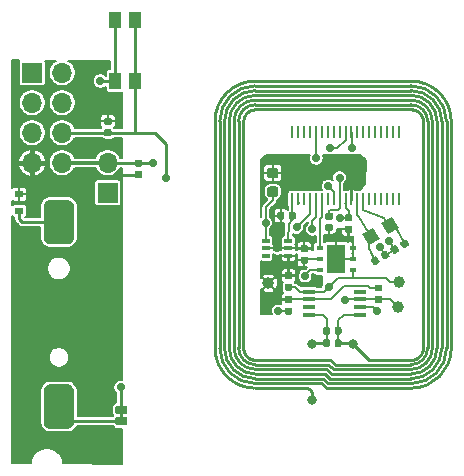
<source format=gbr>
%TF.GenerationSoftware,KiCad,Pcbnew,(5.1.5)-3*%
%TF.CreationDate,2021-04-07T12:53:55+01:00*%
%TF.ProjectId,HT07,48543037-2e6b-4696-9361-645f70636258,rev?*%
%TF.SameCoordinates,Original*%
%TF.FileFunction,Copper,L1,Top*%
%TF.FilePolarity,Positive*%
%FSLAX46Y46*%
G04 Gerber Fmt 4.6, Leading zero omitted, Abs format (unit mm)*
G04 Created by KiCad (PCBNEW (5.1.5)-3) date 2021-04-07 12:53:55*
%MOMM*%
%LPD*%
G04 APERTURE LIST*
%ADD10C,0.249940*%
%ADD11C,0.100000*%
%ADD12C,0.800000*%
%ADD13R,0.700000X0.600000*%
%ADD14R,0.285000X1.100000*%
%ADD15R,1.100000X0.400000*%
%ADD16R,1.000000X1.450000*%
%ADD17O,1.700000X1.700000*%
%ADD18R,1.700000X1.700000*%
%ADD19C,1.000000*%
%ADD20R,0.600000X0.400000*%
%ADD21R,1.500000X2.400000*%
%ADD22R,0.650000X0.400000*%
%ADD23C,0.700000*%
%ADD24C,0.150000*%
%ADD25C,0.200000*%
%ADD26C,0.250000*%
%ADD27C,0.450000*%
%ADD28C,0.300000*%
%ADD29C,0.190000*%
G04 APERTURE END LIST*
D10*
X129983028Y-96342346D02*
G75*
G02X126618000Y-99728000I-3380028J-5654D01*
G01*
X119428000Y-99728000D02*
X118953000Y-99328020D01*
X119428000Y-99728000D02*
X126603000Y-99728000D01*
X118953000Y-99328020D02*
X113380120Y-99328020D01*
X129980040Y-77128110D02*
G75*
G03X126579990Y-73728060I-3400050J0D01*
G01*
X129980040Y-96347890D02*
X129980040Y-77138000D01*
X113380120Y-73728060D02*
G75*
G03X109980070Y-77128110I0J-3400050D01*
G01*
X126579990Y-73728060D02*
X113380120Y-73728060D01*
X113380120Y-99728020D02*
G75*
G02X109980070Y-96327970I0J3400050D01*
G01*
X109980070Y-77128110D02*
X109980070Y-96327970D01*
X113380120Y-97727980D02*
G75*
G02X111980110Y-96327970I0J1400010D01*
G01*
X113380120Y-98127990D02*
G75*
G02X111580100Y-96327970I0J1800020D01*
G01*
X113380120Y-98528010D02*
G75*
G02X111180080Y-96327970I0J2200040D01*
G01*
X113380120Y-98928020D02*
G75*
G02X110780070Y-96327970I0J2600050D01*
G01*
X127978001Y-96335678D02*
G75*
G02X126579990Y-97727980I-1390001J-2322D01*
G01*
X128378006Y-96335010D02*
G75*
G02X126579990Y-98127990I-1790006J-2990D01*
G01*
X128778012Y-96334342D02*
G75*
G02X126579990Y-98528000I-2190012J-3658D01*
G01*
X129583034Y-96343017D02*
G75*
G02X126618000Y-99328000I-2980034J-4983D01*
G01*
X129178018Y-96333672D02*
G75*
G02X126579990Y-98928010I-2590018J-4328D01*
G01*
X113380120Y-75728100D02*
G75*
G03X111980110Y-77128110I0J-1400010D01*
G01*
X113380120Y-75328090D02*
G75*
G03X111580100Y-77128110I0J-1800020D01*
G01*
X113380120Y-74928070D02*
G75*
G03X111180080Y-77128110I0J-2200040D01*
G01*
X113380120Y-74528060D02*
G75*
G03X110780070Y-77128110I0J-2600050D01*
G01*
X127978930Y-77127040D02*
G75*
G03X126579990Y-75728100I-1398940J0D01*
G01*
X128378950Y-77127040D02*
G75*
G03X126579990Y-75328080I-1798960J0D01*
G01*
X128780030Y-77128110D02*
G75*
G03X126579990Y-74928070I-2200040J0D01*
G01*
X129180142Y-77128110D02*
G75*
G03X126556980Y-74528060I-2600152J0D01*
G01*
X119728000Y-98928010D02*
X119253000Y-98528000D01*
X119253000Y-98528000D02*
X113380120Y-98528000D01*
X113380120Y-98127990D02*
X119403000Y-98127990D01*
X119403000Y-98127990D02*
X119903000Y-98528000D01*
X119903000Y-98528000D02*
X126579990Y-98528000D01*
X126579990Y-98127990D02*
X120053000Y-98127990D01*
X120053000Y-98127990D02*
X119553000Y-97727980D01*
X119553000Y-97727980D02*
X113380120Y-97727980D01*
X113380120Y-97327960D02*
X119703000Y-97327960D01*
X119703000Y-97327960D02*
X120203000Y-97727980D01*
X120203000Y-97727980D02*
X126579990Y-97727980D01*
X126579990Y-97327960D02*
X122979950Y-97323900D01*
X122979950Y-97323900D02*
X121653000Y-95988000D01*
X119728000Y-98928010D02*
X126579990Y-98928010D01*
X129180040Y-96347890D02*
X129180040Y-77128110D01*
X128780020Y-77128110D02*
X128780020Y-96327970D01*
X128380010Y-96327970D02*
X128380010Y-77128110D01*
X127980000Y-77128110D02*
X127980000Y-96327970D01*
X127579990Y-96327970D02*
X127579990Y-77128110D01*
X126579990Y-74528060D02*
X113380120Y-74528060D01*
X113380120Y-74928070D02*
X126579990Y-74928070D01*
X126579990Y-75328080D02*
X113380120Y-75328080D01*
X113380120Y-75728100D02*
X126579990Y-75728100D01*
X126579990Y-76128110D02*
X113380120Y-76128110D01*
X110780070Y-77128110D02*
X110780070Y-96327970D01*
X111180080Y-96327970D02*
X111180080Y-77128110D01*
X111580100Y-77128110D02*
X111580100Y-96327970D01*
X111980110Y-96327970D02*
X111980110Y-77128110D01*
X112380120Y-77128110D02*
X112380120Y-96327970D01*
X113380120Y-99728010D02*
X117679930Y-99728010D01*
X112380120Y-96327970D02*
X112380630Y-96359460D01*
X112380630Y-96359460D02*
X112382150Y-96390700D01*
X112382150Y-96390700D02*
X112384440Y-96422200D01*
X112384440Y-96422200D02*
X112387990Y-96453190D01*
X112387990Y-96453190D02*
X112392310Y-96484430D01*
X112392310Y-96484430D02*
X112397900Y-96515420D01*
X112397900Y-96515420D02*
X112404250Y-96546150D01*
X112404250Y-96546150D02*
X112411620Y-96576630D01*
X112411620Y-96576630D02*
X112419740Y-96606860D01*
X112419740Y-96606860D02*
X112429140Y-96637080D01*
X112429140Y-96637080D02*
X112439300Y-96666800D01*
X112439300Y-96666800D02*
X112450220Y-96696010D01*
X112450220Y-96696010D02*
X112462420Y-96725220D01*
X112462420Y-96725220D02*
X112475370Y-96753670D01*
X112475370Y-96753670D02*
X112489090Y-96781860D01*
X112489090Y-96781860D02*
X112503820Y-96809800D01*
X112503820Y-96809800D02*
X112519310Y-96836980D01*
X112519310Y-96836980D02*
X112535820Y-96863910D01*
X112535820Y-96863910D02*
X112553090Y-96890070D01*
X112553090Y-96890070D02*
X112571130Y-96915720D01*
X112571130Y-96915720D02*
X112589920Y-96940870D01*
X112589920Y-96940870D02*
X112609480Y-96965510D01*
X112609480Y-96965510D02*
X112630060Y-96989380D01*
X112630060Y-96989380D02*
X112651140Y-97012500D01*
X112651140Y-97012500D02*
X112672980Y-97035100D01*
X112672980Y-97035100D02*
X112695590Y-97056950D01*
X112695590Y-97056950D02*
X112718700Y-97078030D01*
X112718700Y-97078030D02*
X112742580Y-97098600D01*
X112742580Y-97098600D02*
X112767220Y-97118160D01*
X112767220Y-97118160D02*
X112792360Y-97136960D01*
X112792360Y-97136960D02*
X112818020Y-97154990D01*
X112818020Y-97154990D02*
X112844180Y-97172260D01*
X112844180Y-97172260D02*
X112871100Y-97188770D01*
X112871100Y-97188770D02*
X112898280Y-97204270D01*
X112898280Y-97204270D02*
X112926220Y-97219000D01*
X112926220Y-97219000D02*
X112954410Y-97232710D01*
X112954410Y-97232710D02*
X112982860Y-97245670D01*
X112982860Y-97245670D02*
X113012070Y-97257860D01*
X113012070Y-97257860D02*
X113041280Y-97268780D01*
X113041280Y-97268780D02*
X113071000Y-97278940D01*
X113071000Y-97278940D02*
X113101230Y-97288340D01*
X113101230Y-97288340D02*
X113131450Y-97296470D01*
X113131450Y-97296470D02*
X113161930Y-97303830D01*
X113161930Y-97303830D02*
X113192670Y-97310180D01*
X113192670Y-97310180D02*
X113223650Y-97315770D01*
X113223650Y-97315770D02*
X113254900Y-97320090D01*
X113254900Y-97320090D02*
X113285880Y-97323650D01*
X113285880Y-97323650D02*
X113317380Y-97325930D01*
X113317380Y-97325930D02*
X113348620Y-97327460D01*
X113348620Y-97327460D02*
X113380120Y-97327960D01*
X113380120Y-76128110D02*
X113348620Y-76128620D01*
X113348620Y-76128620D02*
X113317380Y-76130140D01*
X113317380Y-76130140D02*
X113285880Y-76132430D01*
X113285880Y-76132430D02*
X113254900Y-76135980D01*
X113254900Y-76135980D02*
X113223650Y-76140300D01*
X113223650Y-76140300D02*
X113192670Y-76145890D01*
X113192670Y-76145890D02*
X113161930Y-76152240D01*
X113161930Y-76152240D02*
X113131450Y-76159600D01*
X113131450Y-76159600D02*
X113101230Y-76167730D01*
X113101230Y-76167730D02*
X113071000Y-76177130D01*
X113071000Y-76177130D02*
X113041280Y-76187290D01*
X113041280Y-76187290D02*
X113012070Y-76198210D01*
X113012070Y-76198210D02*
X112982860Y-76210400D01*
X112982860Y-76210400D02*
X112954410Y-76223360D01*
X112954410Y-76223360D02*
X112926220Y-76237070D01*
X112926220Y-76237070D02*
X112898280Y-76251810D01*
X112898280Y-76251810D02*
X112871100Y-76267300D01*
X112871100Y-76267300D02*
X112844180Y-76283810D01*
X112844180Y-76283810D02*
X112818020Y-76301080D01*
X112818020Y-76301080D02*
X112792360Y-76319120D01*
X112792360Y-76319120D02*
X112767220Y-76337910D01*
X112767220Y-76337910D02*
X112742580Y-76357470D01*
X112742580Y-76357470D02*
X112718700Y-76378040D01*
X112718700Y-76378040D02*
X112695590Y-76399130D01*
X112695590Y-76399130D02*
X112672980Y-76420970D01*
X112672980Y-76420970D02*
X112651140Y-76443580D01*
X112651140Y-76443580D02*
X112630060Y-76466690D01*
X112630060Y-76466690D02*
X112609480Y-76490570D01*
X112609480Y-76490570D02*
X112589920Y-76515200D01*
X112589920Y-76515200D02*
X112571130Y-76540350D01*
X112571130Y-76540350D02*
X112553090Y-76566000D01*
X112553090Y-76566000D02*
X112535820Y-76592170D01*
X112535820Y-76592170D02*
X112519310Y-76619090D01*
X112519310Y-76619090D02*
X112503820Y-76646270D01*
X112503820Y-76646270D02*
X112489090Y-76674210D01*
X112489090Y-76674210D02*
X112475370Y-76702400D01*
X112475370Y-76702400D02*
X112462420Y-76730850D01*
X112462420Y-76730850D02*
X112450220Y-76760060D01*
X112450220Y-76760060D02*
X112439300Y-76789270D01*
X112439300Y-76789270D02*
X112429140Y-76818990D01*
X112429140Y-76818990D02*
X112419740Y-76849210D01*
X112419740Y-76849210D02*
X112411620Y-76879440D01*
X112411620Y-76879440D02*
X112404250Y-76909920D01*
X112404250Y-76909920D02*
X112397900Y-76940650D01*
X112397900Y-76940650D02*
X112392310Y-76971640D01*
X112392310Y-76971640D02*
X112387990Y-77002880D01*
X112387990Y-77002880D02*
X112384440Y-77033870D01*
X112384440Y-77033870D02*
X112382150Y-77065370D01*
X112382150Y-77065370D02*
X112380630Y-77096610D01*
X112380630Y-77096610D02*
X112380120Y-77128110D01*
X127579990Y-77128110D02*
X127579480Y-77096610D01*
X127579480Y-77096610D02*
X127577960Y-77065370D01*
X127577960Y-77065370D02*
X127575670Y-77033870D01*
X127575670Y-77033870D02*
X127572110Y-77002880D01*
X127572110Y-77002880D02*
X127567800Y-76971640D01*
X127567800Y-76971640D02*
X127562210Y-76940650D01*
X127562210Y-76940650D02*
X127555860Y-76909920D01*
X127555860Y-76909920D02*
X127548490Y-76879440D01*
X127548490Y-76879440D02*
X127540360Y-76849210D01*
X127540360Y-76849210D02*
X127530970Y-76818990D01*
X127530970Y-76818990D02*
X127520810Y-76789270D01*
X127520810Y-76789270D02*
X127509880Y-76760060D01*
X127509880Y-76760060D02*
X127497690Y-76730850D01*
X127497690Y-76730850D02*
X127484740Y-76702400D01*
X127484740Y-76702400D02*
X127471020Y-76674210D01*
X127471020Y-76674210D02*
X127456290Y-76646270D01*
X127456290Y-76646270D02*
X127440800Y-76619090D01*
X127440800Y-76619090D02*
X127424290Y-76592170D01*
X127424290Y-76592170D02*
X127407010Y-76566000D01*
X127407010Y-76566000D02*
X127388980Y-76540350D01*
X127388980Y-76540350D02*
X127370180Y-76515200D01*
X127370180Y-76515200D02*
X127350630Y-76490570D01*
X127350630Y-76490570D02*
X127330050Y-76466690D01*
X127330050Y-76466690D02*
X127308970Y-76443580D01*
X127308970Y-76443580D02*
X127287130Y-76420970D01*
X127287130Y-76420970D02*
X127264520Y-76399130D01*
X127264520Y-76399130D02*
X127241410Y-76378040D01*
X127241410Y-76378040D02*
X127217530Y-76357470D01*
X127217530Y-76357470D02*
X127192890Y-76337910D01*
X127192890Y-76337910D02*
X127167750Y-76319120D01*
X127167750Y-76319120D02*
X127142090Y-76301080D01*
X127142090Y-76301080D02*
X127115930Y-76283810D01*
X127115930Y-76283810D02*
X127089010Y-76267300D01*
X127089010Y-76267300D02*
X127061830Y-76251810D01*
X127061830Y-76251810D02*
X127033890Y-76237070D01*
X127033890Y-76237070D02*
X127005690Y-76223360D01*
X127005690Y-76223360D02*
X126977250Y-76210400D01*
X126977250Y-76210400D02*
X126948040Y-76198210D01*
X126948040Y-76198210D02*
X126918830Y-76187290D01*
X126918830Y-76187290D02*
X126889110Y-76177130D01*
X126889110Y-76177130D02*
X126858880Y-76167730D01*
X126858880Y-76167730D02*
X126828660Y-76159600D01*
X126828660Y-76159600D02*
X126798180Y-76152240D01*
X126798180Y-76152240D02*
X126767440Y-76145890D01*
X126767440Y-76145890D02*
X126736450Y-76140300D01*
X126736450Y-76140300D02*
X126705210Y-76135980D01*
X126705210Y-76135980D02*
X126674220Y-76132430D01*
X126674220Y-76132430D02*
X126642730Y-76130140D01*
X126642730Y-76130140D02*
X126611490Y-76128620D01*
X126611490Y-76128620D02*
X126579990Y-76128110D01*
X126579990Y-97327960D02*
X126611490Y-97327460D01*
X126611490Y-97327460D02*
X126642730Y-97325930D01*
X126642730Y-97325930D02*
X126674220Y-97323650D01*
X126674220Y-97323650D02*
X126705210Y-97320090D01*
X126705210Y-97320090D02*
X126736450Y-97315770D01*
X126736450Y-97315770D02*
X126767440Y-97310180D01*
X126767440Y-97310180D02*
X126798180Y-97303830D01*
X126798180Y-97303830D02*
X126828660Y-97296470D01*
X126828660Y-97296470D02*
X126858880Y-97288340D01*
X126858880Y-97288340D02*
X126889110Y-97278940D01*
X126889110Y-97278940D02*
X126918830Y-97268780D01*
X126918830Y-97268780D02*
X126948040Y-97257860D01*
X126948040Y-97257860D02*
X126977250Y-97245670D01*
X126977250Y-97245670D02*
X127005690Y-97232710D01*
X127005690Y-97232710D02*
X127033890Y-97219000D01*
X127033890Y-97219000D02*
X127061830Y-97204270D01*
X127061830Y-97204270D02*
X127089010Y-97188770D01*
X127089010Y-97188770D02*
X127115930Y-97172260D01*
X127115930Y-97172260D02*
X127142090Y-97154990D01*
X127142090Y-97154990D02*
X127167750Y-97136960D01*
X127167750Y-97136960D02*
X127192890Y-97118160D01*
X127192890Y-97118160D02*
X127217530Y-97098600D01*
X127217530Y-97098600D02*
X127241410Y-97078030D01*
X127241410Y-97078030D02*
X127264520Y-97056950D01*
X127264520Y-97056950D02*
X127287130Y-97035100D01*
X127287130Y-97035100D02*
X127308970Y-97012500D01*
X127308970Y-97012500D02*
X127330050Y-96989380D01*
X127330050Y-96989380D02*
X127350630Y-96965510D01*
X127350630Y-96965510D02*
X127370180Y-96940870D01*
X127370180Y-96940870D02*
X127388980Y-96915720D01*
X127388980Y-96915720D02*
X127407010Y-96890070D01*
X127407010Y-96890070D02*
X127424290Y-96863910D01*
X127424290Y-96863910D02*
X127440800Y-96836980D01*
X127440800Y-96836980D02*
X127456290Y-96809800D01*
X127456290Y-96809800D02*
X127471020Y-96781860D01*
X127471020Y-96781860D02*
X127484740Y-96753670D01*
X127484740Y-96753670D02*
X127497690Y-96725220D01*
X127497690Y-96725220D02*
X127509880Y-96696010D01*
X127509880Y-96696010D02*
X127520810Y-96666800D01*
X127520810Y-96666800D02*
X127530970Y-96637080D01*
X127530970Y-96637080D02*
X127540360Y-96606860D01*
X127540360Y-96606860D02*
X127548490Y-96576630D01*
X127548490Y-96576630D02*
X127555860Y-96546150D01*
X127555860Y-96546150D02*
X127562210Y-96515420D01*
X127562210Y-96515420D02*
X127567800Y-96484430D01*
X127567800Y-96484430D02*
X127572110Y-96453190D01*
X127572110Y-96453190D02*
X127575670Y-96422200D01*
X127575670Y-96422200D02*
X127577960Y-96390700D01*
X127577960Y-96390700D02*
X127579480Y-96359460D01*
X127579480Y-96359460D02*
X127579990Y-96327970D01*
X117701770Y-99728270D02*
X117679930Y-99727760D01*
X118101820Y-99959150D02*
X118089630Y-99941120D01*
X118113000Y-99977690D02*
X118101820Y-99959150D01*
X118133320Y-100016560D02*
X118123670Y-99997000D01*
X118141960Y-100036370D02*
X118133320Y-100016560D01*
X118149830Y-100056940D02*
X118141960Y-100036370D01*
X118156940Y-100077520D02*
X118149830Y-100056940D01*
X118123670Y-99997000D02*
X118113000Y-99977690D01*
X118163040Y-100098340D02*
X118156940Y-100077520D01*
X118168120Y-100119680D02*
X118163040Y-100098340D01*
X118089630Y-99941120D02*
X118076680Y-99923340D01*
X118180060Y-100177880D02*
X118179550Y-100156040D01*
X118176500Y-100725000D02*
X118180060Y-100177880D01*
X118178280Y-100184200D02*
X118175740Y-100162610D01*
X118175740Y-100162610D02*
X118172440Y-100141020D01*
X118179550Y-100156040D02*
X118178280Y-100134200D01*
X118172440Y-100141020D02*
X118168120Y-100119680D01*
X118076680Y-99923340D02*
X118062960Y-99906320D01*
X118062960Y-99906320D02*
X118048740Y-99890060D01*
X118048740Y-99890060D02*
X118033500Y-99874320D01*
X118033500Y-99874320D02*
X118017750Y-99859080D01*
X118017750Y-99859080D02*
X118001490Y-99844850D01*
X118001490Y-99844850D02*
X117984480Y-99831140D01*
X117984480Y-99831140D02*
X117966700Y-99818180D01*
X117788130Y-99739700D02*
X117766800Y-99735380D01*
X117966700Y-99818180D02*
X117948660Y-99805990D01*
X117948660Y-99805990D02*
X117929870Y-99794810D01*
X117929870Y-99794810D02*
X117910820Y-99784150D01*
X117910820Y-99784150D02*
X117891260Y-99774490D01*
X117891260Y-99774490D02*
X117871450Y-99765860D01*
X117871450Y-99765860D02*
X117850870Y-99757980D01*
X117850870Y-99757980D02*
X117830300Y-99750870D01*
X117830300Y-99750870D02*
X117809470Y-99744780D01*
X117809470Y-99744780D02*
X117788130Y-99739700D01*
X117766800Y-99735380D02*
X117745210Y-99732080D01*
X117745210Y-99732080D02*
X117723620Y-99729540D01*
X117723620Y-99729540D02*
X117701770Y-99728270D01*
X126579990Y-74128060D02*
X113380120Y-74128060D01*
X110380070Y-77128110D02*
X110380070Y-96327970D01*
X129580040Y-96338000D02*
X129580040Y-77128110D01*
X119578000Y-99328000D02*
X126603000Y-99328000D01*
X119103000Y-98928000D02*
X113380120Y-98928000D01*
X119578000Y-99328000D02*
X119103000Y-98928000D01*
X113380120Y-74128060D02*
G75*
G03X110380070Y-77128110I0J-3000050D01*
G01*
X129580040Y-77128110D02*
G75*
G03X126579990Y-74128060I-3000050J0D01*
G01*
X113380120Y-99328020D02*
G75*
G02X110380070Y-96327970I0J3000050D01*
G01*
D11*
G36*
X101914500Y-101834500D02*
G01*
X101914500Y-102254500D01*
X102174500Y-102254500D01*
X102174500Y-101834500D01*
X101914500Y-101834500D01*
G37*
%TA.AperFunction,SMDPad,CuDef*%
G36*
X115716858Y-84808810D02*
G01*
X115731176Y-84810934D01*
X115745217Y-84814451D01*
X115758846Y-84819328D01*
X115771931Y-84825517D01*
X115784347Y-84832958D01*
X115795973Y-84841581D01*
X115806698Y-84851302D01*
X115816419Y-84862027D01*
X115825042Y-84873653D01*
X115832483Y-84886069D01*
X115838672Y-84899154D01*
X115843549Y-84912783D01*
X115847066Y-84926824D01*
X115849190Y-84941142D01*
X115849900Y-84955600D01*
X115849900Y-85300600D01*
X115849190Y-85315058D01*
X115847066Y-85329376D01*
X115843549Y-85343417D01*
X115838672Y-85357046D01*
X115832483Y-85370131D01*
X115825042Y-85382547D01*
X115816419Y-85394173D01*
X115806698Y-85404898D01*
X115795973Y-85414619D01*
X115784347Y-85423242D01*
X115771931Y-85430683D01*
X115758846Y-85436872D01*
X115745217Y-85441749D01*
X115731176Y-85445266D01*
X115716858Y-85447390D01*
X115702400Y-85448100D01*
X115407400Y-85448100D01*
X115392942Y-85447390D01*
X115378624Y-85445266D01*
X115364583Y-85441749D01*
X115350954Y-85436872D01*
X115337869Y-85430683D01*
X115325453Y-85423242D01*
X115313827Y-85414619D01*
X115303102Y-85404898D01*
X115293381Y-85394173D01*
X115284758Y-85382547D01*
X115277317Y-85370131D01*
X115271128Y-85357046D01*
X115266251Y-85343417D01*
X115262734Y-85329376D01*
X115260610Y-85315058D01*
X115259900Y-85300600D01*
X115259900Y-84955600D01*
X115260610Y-84941142D01*
X115262734Y-84926824D01*
X115266251Y-84912783D01*
X115271128Y-84899154D01*
X115277317Y-84886069D01*
X115284758Y-84873653D01*
X115293381Y-84862027D01*
X115303102Y-84851302D01*
X115313827Y-84841581D01*
X115325453Y-84832958D01*
X115337869Y-84825517D01*
X115350954Y-84819328D01*
X115364583Y-84814451D01*
X115378624Y-84810934D01*
X115392942Y-84808810D01*
X115407400Y-84808100D01*
X115702400Y-84808100D01*
X115716858Y-84808810D01*
G37*
%TD.AperFunction*%
%TA.AperFunction,SMDPad,CuDef*%
G36*
X116686858Y-84808810D02*
G01*
X116701176Y-84810934D01*
X116715217Y-84814451D01*
X116728846Y-84819328D01*
X116741931Y-84825517D01*
X116754347Y-84832958D01*
X116765973Y-84841581D01*
X116776698Y-84851302D01*
X116786419Y-84862027D01*
X116795042Y-84873653D01*
X116802483Y-84886069D01*
X116808672Y-84899154D01*
X116813549Y-84912783D01*
X116817066Y-84926824D01*
X116819190Y-84941142D01*
X116819900Y-84955600D01*
X116819900Y-85300600D01*
X116819190Y-85315058D01*
X116817066Y-85329376D01*
X116813549Y-85343417D01*
X116808672Y-85357046D01*
X116802483Y-85370131D01*
X116795042Y-85382547D01*
X116786419Y-85394173D01*
X116776698Y-85404898D01*
X116765973Y-85414619D01*
X116754347Y-85423242D01*
X116741931Y-85430683D01*
X116728846Y-85436872D01*
X116715217Y-85441749D01*
X116701176Y-85445266D01*
X116686858Y-85447390D01*
X116672400Y-85448100D01*
X116377400Y-85448100D01*
X116362942Y-85447390D01*
X116348624Y-85445266D01*
X116334583Y-85441749D01*
X116320954Y-85436872D01*
X116307869Y-85430683D01*
X116295453Y-85423242D01*
X116283827Y-85414619D01*
X116273102Y-85404898D01*
X116263381Y-85394173D01*
X116254758Y-85382547D01*
X116247317Y-85370131D01*
X116241128Y-85357046D01*
X116236251Y-85343417D01*
X116232734Y-85329376D01*
X116230610Y-85315058D01*
X116229900Y-85300600D01*
X116229900Y-84955600D01*
X116230610Y-84941142D01*
X116232734Y-84926824D01*
X116236251Y-84912783D01*
X116241128Y-84899154D01*
X116247317Y-84886069D01*
X116254758Y-84873653D01*
X116263381Y-84862027D01*
X116273102Y-84851302D01*
X116283827Y-84841581D01*
X116295453Y-84832958D01*
X116307869Y-84825517D01*
X116320954Y-84819328D01*
X116334583Y-84814451D01*
X116348624Y-84810934D01*
X116362942Y-84808810D01*
X116377400Y-84808100D01*
X116672400Y-84808100D01*
X116686858Y-84808810D01*
G37*
%TD.AperFunction*%
D12*
X121630090Y-95968200D03*
X118163800Y-95968200D03*
X118176500Y-100725000D03*
D13*
X93400000Y-83300000D03*
X93400000Y-84700000D03*
%TA.AperFunction,SMDPad,CuDef*%
D11*
G36*
X123367090Y-86147186D02*
G01*
X123917090Y-87099814D01*
X123007764Y-87624814D01*
X122457764Y-86672186D01*
X123367090Y-86147186D01*
G37*
%TD.AperFunction*%
%TA.AperFunction,SMDPad,CuDef*%
G36*
X124969236Y-85222186D02*
G01*
X125519236Y-86174814D01*
X124609910Y-86699814D01*
X124059910Y-85747186D01*
X124969236Y-85222186D01*
G37*
%TD.AperFunction*%
D14*
X116531000Y-78049000D03*
X117031000Y-78049000D03*
X117531000Y-78049000D03*
X118031000Y-78049000D03*
X118531000Y-78049000D03*
X119031000Y-78049000D03*
X119531000Y-78049000D03*
X120031000Y-78049000D03*
X120531000Y-78049000D03*
X121031000Y-78049000D03*
X121531000Y-78049000D03*
X122031000Y-78049000D03*
X122531000Y-78049000D03*
X123031000Y-78049000D03*
X123531000Y-78049000D03*
X124031000Y-78049000D03*
X124531000Y-78049000D03*
X125031000Y-78049000D03*
X125531000Y-78049000D03*
X125531000Y-83749000D03*
X125031000Y-83749000D03*
X124531000Y-83749000D03*
X124031000Y-83749000D03*
X123531000Y-83749000D03*
X123031000Y-83749000D03*
X122531000Y-83749000D03*
X122031000Y-83749000D03*
X121531000Y-83749000D03*
X121031000Y-83749000D03*
X120531000Y-83749000D03*
X120031000Y-83749000D03*
X119531000Y-83749000D03*
X119031000Y-83749000D03*
X118531000Y-83749000D03*
X118031000Y-83749000D03*
X117531000Y-83749000D03*
X117031000Y-83749000D03*
X116531000Y-83749000D03*
D15*
X117915800Y-93517000D03*
X117915800Y-92867000D03*
X117915800Y-92217000D03*
X117915800Y-91567000D03*
X122215800Y-91567000D03*
X122215800Y-92217000D03*
X122215800Y-92867000D03*
X122215800Y-93517000D03*
%TA.AperFunction,SMDPad,CuDef*%
D11*
G36*
X102375378Y-101205403D02*
G01*
X102393579Y-101208103D01*
X102411428Y-101212574D01*
X102428753Y-101218773D01*
X102445387Y-101226640D01*
X102461169Y-101236099D01*
X102475949Y-101247061D01*
X102489583Y-101259417D01*
X102501939Y-101273051D01*
X102512901Y-101287831D01*
X102522360Y-101303613D01*
X102530227Y-101320247D01*
X102536426Y-101337572D01*
X102540897Y-101355421D01*
X102543597Y-101373622D01*
X102544500Y-101392000D01*
X102544500Y-101767000D01*
X102543597Y-101785378D01*
X102540897Y-101803579D01*
X102536426Y-101821428D01*
X102530227Y-101838753D01*
X102522360Y-101855387D01*
X102512901Y-101871169D01*
X102501939Y-101885949D01*
X102489583Y-101899583D01*
X102475949Y-101911939D01*
X102461169Y-101922901D01*
X102445387Y-101932360D01*
X102428753Y-101940227D01*
X102411428Y-101946426D01*
X102393579Y-101950897D01*
X102375378Y-101953597D01*
X102357000Y-101954500D01*
X101732000Y-101954500D01*
X101713622Y-101953597D01*
X101695421Y-101950897D01*
X101677572Y-101946426D01*
X101660247Y-101940227D01*
X101643613Y-101932360D01*
X101627831Y-101922901D01*
X101613051Y-101911939D01*
X101599417Y-101899583D01*
X101587061Y-101885949D01*
X101576099Y-101871169D01*
X101566640Y-101855387D01*
X101558773Y-101838753D01*
X101552574Y-101821428D01*
X101548103Y-101803579D01*
X101545403Y-101785378D01*
X101544500Y-101767000D01*
X101544500Y-101392000D01*
X101545403Y-101373622D01*
X101548103Y-101355421D01*
X101552574Y-101337572D01*
X101558773Y-101320247D01*
X101566640Y-101303613D01*
X101576099Y-101287831D01*
X101587061Y-101273051D01*
X101599417Y-101259417D01*
X101613051Y-101247061D01*
X101627831Y-101236099D01*
X101643613Y-101226640D01*
X101660247Y-101218773D01*
X101677572Y-101212574D01*
X101695421Y-101208103D01*
X101713622Y-101205403D01*
X101732000Y-101204500D01*
X102357000Y-101204500D01*
X102375378Y-101205403D01*
G37*
%TD.AperFunction*%
%TA.AperFunction,SMDPad,CuDef*%
G36*
X102375378Y-102135403D02*
G01*
X102393579Y-102138103D01*
X102411428Y-102142574D01*
X102428753Y-102148773D01*
X102445387Y-102156640D01*
X102461169Y-102166099D01*
X102475949Y-102177061D01*
X102489583Y-102189417D01*
X102501939Y-102203051D01*
X102512901Y-102217831D01*
X102522360Y-102233613D01*
X102530227Y-102250247D01*
X102536426Y-102267572D01*
X102540897Y-102285421D01*
X102543597Y-102303622D01*
X102544500Y-102322000D01*
X102544500Y-102697000D01*
X102543597Y-102715378D01*
X102540897Y-102733579D01*
X102536426Y-102751428D01*
X102530227Y-102768753D01*
X102522360Y-102785387D01*
X102512901Y-102801169D01*
X102501939Y-102815949D01*
X102489583Y-102829583D01*
X102475949Y-102841939D01*
X102461169Y-102852901D01*
X102445387Y-102862360D01*
X102428753Y-102870227D01*
X102411428Y-102876426D01*
X102393579Y-102880897D01*
X102375378Y-102883597D01*
X102357000Y-102884500D01*
X101732000Y-102884500D01*
X101713622Y-102883597D01*
X101695421Y-102880897D01*
X101677572Y-102876426D01*
X101660247Y-102870227D01*
X101643613Y-102862360D01*
X101627831Y-102852901D01*
X101613051Y-102841939D01*
X101599417Y-102829583D01*
X101587061Y-102815949D01*
X101576099Y-102801169D01*
X101566640Y-102785387D01*
X101558773Y-102768753D01*
X101552574Y-102751428D01*
X101548103Y-102733579D01*
X101545403Y-102715378D01*
X101544500Y-102697000D01*
X101544500Y-102322000D01*
X101545403Y-102303622D01*
X101548103Y-102285421D01*
X101552574Y-102267572D01*
X101558773Y-102250247D01*
X101566640Y-102233613D01*
X101576099Y-102217831D01*
X101587061Y-102203051D01*
X101599417Y-102189417D01*
X101613051Y-102177061D01*
X101627831Y-102166099D01*
X101643613Y-102156640D01*
X101660247Y-102148773D01*
X101677572Y-102142574D01*
X101695421Y-102138103D01*
X101713622Y-102135403D01*
X101732000Y-102134500D01*
X102357000Y-102134500D01*
X102375378Y-102135403D01*
G37*
%TD.AperFunction*%
D16*
X101512000Y-68545000D03*
X101512000Y-73695000D03*
X103212000Y-73695000D03*
X103212000Y-68545000D03*
%TA.AperFunction,SMDPad,CuDef*%
D11*
G36*
X97471711Y-99385130D02*
G01*
X97534809Y-99394490D01*
X97596685Y-99409989D01*
X97656744Y-99431478D01*
X97714408Y-99458751D01*
X97769121Y-99491545D01*
X97820356Y-99529543D01*
X97867619Y-99572381D01*
X97910457Y-99619644D01*
X97948455Y-99670879D01*
X97981249Y-99725592D01*
X98008522Y-99783256D01*
X98030011Y-99843315D01*
X98045510Y-99905191D01*
X98054870Y-99968289D01*
X98058000Y-100032000D01*
X98058000Y-102532000D01*
X98054870Y-102595711D01*
X98045510Y-102658809D01*
X98030011Y-102720685D01*
X98008522Y-102780744D01*
X97981249Y-102838408D01*
X97948455Y-102893121D01*
X97910457Y-102944356D01*
X97867619Y-102991619D01*
X97820356Y-103034457D01*
X97769121Y-103072455D01*
X97714408Y-103105249D01*
X97656744Y-103132522D01*
X97596685Y-103154011D01*
X97534809Y-103169510D01*
X97471711Y-103178870D01*
X97408000Y-103182000D01*
X96108000Y-103182000D01*
X96044289Y-103178870D01*
X95981191Y-103169510D01*
X95919315Y-103154011D01*
X95859256Y-103132522D01*
X95801592Y-103105249D01*
X95746879Y-103072455D01*
X95695644Y-103034457D01*
X95648381Y-102991619D01*
X95605543Y-102944356D01*
X95567545Y-102893121D01*
X95534751Y-102838408D01*
X95507478Y-102780744D01*
X95485989Y-102720685D01*
X95470490Y-102658809D01*
X95461130Y-102595711D01*
X95458000Y-102532000D01*
X95458000Y-100032000D01*
X95461130Y-99968289D01*
X95470490Y-99905191D01*
X95485989Y-99843315D01*
X95507478Y-99783256D01*
X95534751Y-99725592D01*
X95567545Y-99670879D01*
X95605543Y-99619644D01*
X95648381Y-99572381D01*
X95695644Y-99529543D01*
X95746879Y-99491545D01*
X95801592Y-99458751D01*
X95859256Y-99431478D01*
X95919315Y-99409989D01*
X95981191Y-99394490D01*
X96044289Y-99385130D01*
X96108000Y-99382000D01*
X97408000Y-99382000D01*
X97471711Y-99385130D01*
G37*
%TD.AperFunction*%
%TA.AperFunction,SMDPad,CuDef*%
G36*
X97471711Y-83765130D02*
G01*
X97534809Y-83774490D01*
X97596685Y-83789989D01*
X97656744Y-83811478D01*
X97714408Y-83838751D01*
X97769121Y-83871545D01*
X97820356Y-83909543D01*
X97867619Y-83952381D01*
X97910457Y-83999644D01*
X97948455Y-84050879D01*
X97981249Y-84105592D01*
X98008522Y-84163256D01*
X98030011Y-84223315D01*
X98045510Y-84285191D01*
X98054870Y-84348289D01*
X98058000Y-84412000D01*
X98058000Y-86912000D01*
X98054870Y-86975711D01*
X98045510Y-87038809D01*
X98030011Y-87100685D01*
X98008522Y-87160744D01*
X97981249Y-87218408D01*
X97948455Y-87273121D01*
X97910457Y-87324356D01*
X97867619Y-87371619D01*
X97820356Y-87414457D01*
X97769121Y-87452455D01*
X97714408Y-87485249D01*
X97656744Y-87512522D01*
X97596685Y-87534011D01*
X97534809Y-87549510D01*
X97471711Y-87558870D01*
X97408000Y-87562000D01*
X96108000Y-87562000D01*
X96044289Y-87558870D01*
X95981191Y-87549510D01*
X95919315Y-87534011D01*
X95859256Y-87512522D01*
X95801592Y-87485249D01*
X95746879Y-87452455D01*
X95695644Y-87414457D01*
X95648381Y-87371619D01*
X95605543Y-87324356D01*
X95567545Y-87273121D01*
X95534751Y-87218408D01*
X95507478Y-87160744D01*
X95485989Y-87100685D01*
X95470490Y-87038809D01*
X95461130Y-86975711D01*
X95458000Y-86912000D01*
X95458000Y-84412000D01*
X95461130Y-84348289D01*
X95470490Y-84285191D01*
X95485989Y-84223315D01*
X95507478Y-84163256D01*
X95534751Y-84105592D01*
X95567545Y-84050879D01*
X95605543Y-83999644D01*
X95648381Y-83952381D01*
X95695644Y-83909543D01*
X95746879Y-83871545D01*
X95801592Y-83838751D01*
X95859256Y-83811478D01*
X95919315Y-83789989D01*
X95981191Y-83774490D01*
X96044289Y-83765130D01*
X96108000Y-83762000D01*
X97408000Y-83762000D01*
X97471711Y-83765130D01*
G37*
%TD.AperFunction*%
%TA.AperFunction,SMDPad,CuDef*%
G36*
X103691958Y-80373710D02*
G01*
X103706276Y-80375834D01*
X103720317Y-80379351D01*
X103733946Y-80384228D01*
X103747031Y-80390417D01*
X103759447Y-80397858D01*
X103771073Y-80406481D01*
X103781798Y-80416202D01*
X103791519Y-80426927D01*
X103800142Y-80438553D01*
X103807583Y-80450969D01*
X103813772Y-80464054D01*
X103818649Y-80477683D01*
X103822166Y-80491724D01*
X103824290Y-80506042D01*
X103825000Y-80520500D01*
X103825000Y-80815500D01*
X103824290Y-80829958D01*
X103822166Y-80844276D01*
X103818649Y-80858317D01*
X103813772Y-80871946D01*
X103807583Y-80885031D01*
X103800142Y-80897447D01*
X103791519Y-80909073D01*
X103781798Y-80919798D01*
X103771073Y-80929519D01*
X103759447Y-80938142D01*
X103747031Y-80945583D01*
X103733946Y-80951772D01*
X103720317Y-80956649D01*
X103706276Y-80960166D01*
X103691958Y-80962290D01*
X103677500Y-80963000D01*
X103332500Y-80963000D01*
X103318042Y-80962290D01*
X103303724Y-80960166D01*
X103289683Y-80956649D01*
X103276054Y-80951772D01*
X103262969Y-80945583D01*
X103250553Y-80938142D01*
X103238927Y-80929519D01*
X103228202Y-80919798D01*
X103218481Y-80909073D01*
X103209858Y-80897447D01*
X103202417Y-80885031D01*
X103196228Y-80871946D01*
X103191351Y-80858317D01*
X103187834Y-80844276D01*
X103185710Y-80829958D01*
X103185000Y-80815500D01*
X103185000Y-80520500D01*
X103185710Y-80506042D01*
X103187834Y-80491724D01*
X103191351Y-80477683D01*
X103196228Y-80464054D01*
X103202417Y-80450969D01*
X103209858Y-80438553D01*
X103218481Y-80426927D01*
X103228202Y-80416202D01*
X103238927Y-80406481D01*
X103250553Y-80397858D01*
X103262969Y-80390417D01*
X103276054Y-80384228D01*
X103289683Y-80379351D01*
X103303724Y-80375834D01*
X103318042Y-80373710D01*
X103332500Y-80373000D01*
X103677500Y-80373000D01*
X103691958Y-80373710D01*
G37*
%TD.AperFunction*%
%TA.AperFunction,SMDPad,CuDef*%
G36*
X103691958Y-81343710D02*
G01*
X103706276Y-81345834D01*
X103720317Y-81349351D01*
X103733946Y-81354228D01*
X103747031Y-81360417D01*
X103759447Y-81367858D01*
X103771073Y-81376481D01*
X103781798Y-81386202D01*
X103791519Y-81396927D01*
X103800142Y-81408553D01*
X103807583Y-81420969D01*
X103813772Y-81434054D01*
X103818649Y-81447683D01*
X103822166Y-81461724D01*
X103824290Y-81476042D01*
X103825000Y-81490500D01*
X103825000Y-81785500D01*
X103824290Y-81799958D01*
X103822166Y-81814276D01*
X103818649Y-81828317D01*
X103813772Y-81841946D01*
X103807583Y-81855031D01*
X103800142Y-81867447D01*
X103791519Y-81879073D01*
X103781798Y-81889798D01*
X103771073Y-81899519D01*
X103759447Y-81908142D01*
X103747031Y-81915583D01*
X103733946Y-81921772D01*
X103720317Y-81926649D01*
X103706276Y-81930166D01*
X103691958Y-81932290D01*
X103677500Y-81933000D01*
X103332500Y-81933000D01*
X103318042Y-81932290D01*
X103303724Y-81930166D01*
X103289683Y-81926649D01*
X103276054Y-81921772D01*
X103262969Y-81915583D01*
X103250553Y-81908142D01*
X103238927Y-81899519D01*
X103228202Y-81889798D01*
X103218481Y-81879073D01*
X103209858Y-81867447D01*
X103202417Y-81855031D01*
X103196228Y-81841946D01*
X103191351Y-81828317D01*
X103187834Y-81814276D01*
X103185710Y-81799958D01*
X103185000Y-81785500D01*
X103185000Y-81490500D01*
X103185710Y-81476042D01*
X103187834Y-81461724D01*
X103191351Y-81447683D01*
X103196228Y-81434054D01*
X103202417Y-81420969D01*
X103209858Y-81408553D01*
X103218481Y-81396927D01*
X103228202Y-81386202D01*
X103238927Y-81376481D01*
X103250553Y-81367858D01*
X103262969Y-81360417D01*
X103276054Y-81354228D01*
X103289683Y-81349351D01*
X103303724Y-81345834D01*
X103318042Y-81343710D01*
X103332500Y-81343000D01*
X103677500Y-81343000D01*
X103691958Y-81343710D01*
G37*
%TD.AperFunction*%
D17*
X100901500Y-80645000D03*
D18*
X100901500Y-83185000D03*
D17*
X97028000Y-80645000D03*
X94488000Y-80645000D03*
X97028000Y-78105000D03*
X94488000Y-78105000D03*
X97028000Y-75565000D03*
X94488000Y-75565000D03*
X97028000Y-73025000D03*
D18*
X94488000Y-73025000D03*
%TA.AperFunction,SMDPad,CuDef*%
D11*
G36*
X120557058Y-95591110D02*
G01*
X120571376Y-95593234D01*
X120585417Y-95596751D01*
X120599046Y-95601628D01*
X120612131Y-95607817D01*
X120624547Y-95615258D01*
X120636173Y-95623881D01*
X120646898Y-95633602D01*
X120656619Y-95644327D01*
X120665242Y-95655953D01*
X120672683Y-95668369D01*
X120678872Y-95681454D01*
X120683749Y-95695083D01*
X120687266Y-95709124D01*
X120689390Y-95723442D01*
X120690100Y-95737900D01*
X120690100Y-96082900D01*
X120689390Y-96097358D01*
X120687266Y-96111676D01*
X120683749Y-96125717D01*
X120678872Y-96139346D01*
X120672683Y-96152431D01*
X120665242Y-96164847D01*
X120656619Y-96176473D01*
X120646898Y-96187198D01*
X120636173Y-96196919D01*
X120624547Y-96205542D01*
X120612131Y-96212983D01*
X120599046Y-96219172D01*
X120585417Y-96224049D01*
X120571376Y-96227566D01*
X120557058Y-96229690D01*
X120542600Y-96230400D01*
X120247600Y-96230400D01*
X120233142Y-96229690D01*
X120218824Y-96227566D01*
X120204783Y-96224049D01*
X120191154Y-96219172D01*
X120178069Y-96212983D01*
X120165653Y-96205542D01*
X120154027Y-96196919D01*
X120143302Y-96187198D01*
X120133581Y-96176473D01*
X120124958Y-96164847D01*
X120117517Y-96152431D01*
X120111328Y-96139346D01*
X120106451Y-96125717D01*
X120102934Y-96111676D01*
X120100810Y-96097358D01*
X120100100Y-96082900D01*
X120100100Y-95737900D01*
X120100810Y-95723442D01*
X120102934Y-95709124D01*
X120106451Y-95695083D01*
X120111328Y-95681454D01*
X120117517Y-95668369D01*
X120124958Y-95655953D01*
X120133581Y-95644327D01*
X120143302Y-95633602D01*
X120154027Y-95623881D01*
X120165653Y-95615258D01*
X120178069Y-95607817D01*
X120191154Y-95601628D01*
X120204783Y-95596751D01*
X120218824Y-95593234D01*
X120233142Y-95591110D01*
X120247600Y-95590400D01*
X120542600Y-95590400D01*
X120557058Y-95591110D01*
G37*
%TD.AperFunction*%
%TA.AperFunction,SMDPad,CuDef*%
G36*
X119587058Y-95591110D02*
G01*
X119601376Y-95593234D01*
X119615417Y-95596751D01*
X119629046Y-95601628D01*
X119642131Y-95607817D01*
X119654547Y-95615258D01*
X119666173Y-95623881D01*
X119676898Y-95633602D01*
X119686619Y-95644327D01*
X119695242Y-95655953D01*
X119702683Y-95668369D01*
X119708872Y-95681454D01*
X119713749Y-95695083D01*
X119717266Y-95709124D01*
X119719390Y-95723442D01*
X119720100Y-95737900D01*
X119720100Y-96082900D01*
X119719390Y-96097358D01*
X119717266Y-96111676D01*
X119713749Y-96125717D01*
X119708872Y-96139346D01*
X119702683Y-96152431D01*
X119695242Y-96164847D01*
X119686619Y-96176473D01*
X119676898Y-96187198D01*
X119666173Y-96196919D01*
X119654547Y-96205542D01*
X119642131Y-96212983D01*
X119629046Y-96219172D01*
X119615417Y-96224049D01*
X119601376Y-96227566D01*
X119587058Y-96229690D01*
X119572600Y-96230400D01*
X119277600Y-96230400D01*
X119263142Y-96229690D01*
X119248824Y-96227566D01*
X119234783Y-96224049D01*
X119221154Y-96219172D01*
X119208069Y-96212983D01*
X119195653Y-96205542D01*
X119184027Y-96196919D01*
X119173302Y-96187198D01*
X119163581Y-96176473D01*
X119154958Y-96164847D01*
X119147517Y-96152431D01*
X119141328Y-96139346D01*
X119136451Y-96125717D01*
X119132934Y-96111676D01*
X119130810Y-96097358D01*
X119130100Y-96082900D01*
X119130100Y-95737900D01*
X119130810Y-95723442D01*
X119132934Y-95709124D01*
X119136451Y-95695083D01*
X119141328Y-95681454D01*
X119147517Y-95668369D01*
X119154958Y-95655953D01*
X119163581Y-95644327D01*
X119173302Y-95633602D01*
X119184027Y-95623881D01*
X119195653Y-95615258D01*
X119208069Y-95607817D01*
X119221154Y-95601628D01*
X119234783Y-95596751D01*
X119248824Y-95593234D01*
X119263142Y-95591110D01*
X119277600Y-95590400D01*
X119572600Y-95590400D01*
X119587058Y-95591110D01*
G37*
%TD.AperFunction*%
D19*
X125488700Y-92887800D03*
X125526800Y-90779600D03*
X114503200Y-90855800D03*
D20*
X118843600Y-89723000D03*
X118843600Y-88773000D03*
X118843600Y-87823000D03*
X121643600Y-87823000D03*
X121643600Y-88773000D03*
X121643600Y-89723000D03*
D21*
X120243600Y-88773000D03*
%TA.AperFunction,SMDPad,CuDef*%
D11*
G36*
X116391958Y-89898710D02*
G01*
X116406276Y-89900834D01*
X116420317Y-89904351D01*
X116433946Y-89909228D01*
X116447031Y-89915417D01*
X116459447Y-89922858D01*
X116471073Y-89931481D01*
X116481798Y-89941202D01*
X116491519Y-89951927D01*
X116500142Y-89963553D01*
X116507583Y-89975969D01*
X116513772Y-89989054D01*
X116518649Y-90002683D01*
X116522166Y-90016724D01*
X116524290Y-90031042D01*
X116525000Y-90045500D01*
X116525000Y-90340500D01*
X116524290Y-90354958D01*
X116522166Y-90369276D01*
X116518649Y-90383317D01*
X116513772Y-90396946D01*
X116507583Y-90410031D01*
X116500142Y-90422447D01*
X116491519Y-90434073D01*
X116481798Y-90444798D01*
X116471073Y-90454519D01*
X116459447Y-90463142D01*
X116447031Y-90470583D01*
X116433946Y-90476772D01*
X116420317Y-90481649D01*
X116406276Y-90485166D01*
X116391958Y-90487290D01*
X116377500Y-90488000D01*
X116032500Y-90488000D01*
X116018042Y-90487290D01*
X116003724Y-90485166D01*
X115989683Y-90481649D01*
X115976054Y-90476772D01*
X115962969Y-90470583D01*
X115950553Y-90463142D01*
X115938927Y-90454519D01*
X115928202Y-90444798D01*
X115918481Y-90434073D01*
X115909858Y-90422447D01*
X115902417Y-90410031D01*
X115896228Y-90396946D01*
X115891351Y-90383317D01*
X115887834Y-90369276D01*
X115885710Y-90354958D01*
X115885000Y-90340500D01*
X115885000Y-90045500D01*
X115885710Y-90031042D01*
X115887834Y-90016724D01*
X115891351Y-90002683D01*
X115896228Y-89989054D01*
X115902417Y-89975969D01*
X115909858Y-89963553D01*
X115918481Y-89951927D01*
X115928202Y-89941202D01*
X115938927Y-89931481D01*
X115950553Y-89922858D01*
X115962969Y-89915417D01*
X115976054Y-89909228D01*
X115989683Y-89904351D01*
X116003724Y-89900834D01*
X116018042Y-89898710D01*
X116032500Y-89898000D01*
X116377500Y-89898000D01*
X116391958Y-89898710D01*
G37*
%TD.AperFunction*%
%TA.AperFunction,SMDPad,CuDef*%
G36*
X116391958Y-90868710D02*
G01*
X116406276Y-90870834D01*
X116420317Y-90874351D01*
X116433946Y-90879228D01*
X116447031Y-90885417D01*
X116459447Y-90892858D01*
X116471073Y-90901481D01*
X116481798Y-90911202D01*
X116491519Y-90921927D01*
X116500142Y-90933553D01*
X116507583Y-90945969D01*
X116513772Y-90959054D01*
X116518649Y-90972683D01*
X116522166Y-90986724D01*
X116524290Y-91001042D01*
X116525000Y-91015500D01*
X116525000Y-91310500D01*
X116524290Y-91324958D01*
X116522166Y-91339276D01*
X116518649Y-91353317D01*
X116513772Y-91366946D01*
X116507583Y-91380031D01*
X116500142Y-91392447D01*
X116491519Y-91404073D01*
X116481798Y-91414798D01*
X116471073Y-91424519D01*
X116459447Y-91433142D01*
X116447031Y-91440583D01*
X116433946Y-91446772D01*
X116420317Y-91451649D01*
X116406276Y-91455166D01*
X116391958Y-91457290D01*
X116377500Y-91458000D01*
X116032500Y-91458000D01*
X116018042Y-91457290D01*
X116003724Y-91455166D01*
X115989683Y-91451649D01*
X115976054Y-91446772D01*
X115962969Y-91440583D01*
X115950553Y-91433142D01*
X115938927Y-91424519D01*
X115928202Y-91414798D01*
X115918481Y-91404073D01*
X115909858Y-91392447D01*
X115902417Y-91380031D01*
X115896228Y-91366946D01*
X115891351Y-91353317D01*
X115887834Y-91339276D01*
X115885710Y-91324958D01*
X115885000Y-91310500D01*
X115885000Y-91015500D01*
X115885710Y-91001042D01*
X115887834Y-90986724D01*
X115891351Y-90972683D01*
X115896228Y-90959054D01*
X115902417Y-90945969D01*
X115909858Y-90933553D01*
X115918481Y-90921927D01*
X115928202Y-90911202D01*
X115938927Y-90901481D01*
X115950553Y-90892858D01*
X115962969Y-90885417D01*
X115976054Y-90879228D01*
X115989683Y-90874351D01*
X116003724Y-90870834D01*
X116018042Y-90868710D01*
X116032500Y-90868000D01*
X116377500Y-90868000D01*
X116391958Y-90868710D01*
G37*
%TD.AperFunction*%
D22*
X114300000Y-88534000D03*
X114300000Y-87234000D03*
X116200000Y-87884000D03*
X114300000Y-87884000D03*
X116200000Y-87234000D03*
X116200000Y-88534000D03*
%TA.AperFunction,SMDPad,CuDef*%
D11*
G36*
X124024658Y-90952810D02*
G01*
X124038976Y-90954934D01*
X124053017Y-90958451D01*
X124066646Y-90963328D01*
X124079731Y-90969517D01*
X124092147Y-90976958D01*
X124103773Y-90985581D01*
X124114498Y-90995302D01*
X124124219Y-91006027D01*
X124132842Y-91017653D01*
X124140283Y-91030069D01*
X124146472Y-91043154D01*
X124151349Y-91056783D01*
X124154866Y-91070824D01*
X124156990Y-91085142D01*
X124157700Y-91099600D01*
X124157700Y-91394600D01*
X124156990Y-91409058D01*
X124154866Y-91423376D01*
X124151349Y-91437417D01*
X124146472Y-91451046D01*
X124140283Y-91464131D01*
X124132842Y-91476547D01*
X124124219Y-91488173D01*
X124114498Y-91498898D01*
X124103773Y-91508619D01*
X124092147Y-91517242D01*
X124079731Y-91524683D01*
X124066646Y-91530872D01*
X124053017Y-91535749D01*
X124038976Y-91539266D01*
X124024658Y-91541390D01*
X124010200Y-91542100D01*
X123665200Y-91542100D01*
X123650742Y-91541390D01*
X123636424Y-91539266D01*
X123622383Y-91535749D01*
X123608754Y-91530872D01*
X123595669Y-91524683D01*
X123583253Y-91517242D01*
X123571627Y-91508619D01*
X123560902Y-91498898D01*
X123551181Y-91488173D01*
X123542558Y-91476547D01*
X123535117Y-91464131D01*
X123528928Y-91451046D01*
X123524051Y-91437417D01*
X123520534Y-91423376D01*
X123518410Y-91409058D01*
X123517700Y-91394600D01*
X123517700Y-91099600D01*
X123518410Y-91085142D01*
X123520534Y-91070824D01*
X123524051Y-91056783D01*
X123528928Y-91043154D01*
X123535117Y-91030069D01*
X123542558Y-91017653D01*
X123551181Y-91006027D01*
X123560902Y-90995302D01*
X123571627Y-90985581D01*
X123583253Y-90976958D01*
X123595669Y-90969517D01*
X123608754Y-90963328D01*
X123622383Y-90958451D01*
X123636424Y-90954934D01*
X123650742Y-90952810D01*
X123665200Y-90952100D01*
X124010200Y-90952100D01*
X124024658Y-90952810D01*
G37*
%TD.AperFunction*%
%TA.AperFunction,SMDPad,CuDef*%
G36*
X124024658Y-91922810D02*
G01*
X124038976Y-91924934D01*
X124053017Y-91928451D01*
X124066646Y-91933328D01*
X124079731Y-91939517D01*
X124092147Y-91946958D01*
X124103773Y-91955581D01*
X124114498Y-91965302D01*
X124124219Y-91976027D01*
X124132842Y-91987653D01*
X124140283Y-92000069D01*
X124146472Y-92013154D01*
X124151349Y-92026783D01*
X124154866Y-92040824D01*
X124156990Y-92055142D01*
X124157700Y-92069600D01*
X124157700Y-92364600D01*
X124156990Y-92379058D01*
X124154866Y-92393376D01*
X124151349Y-92407417D01*
X124146472Y-92421046D01*
X124140283Y-92434131D01*
X124132842Y-92446547D01*
X124124219Y-92458173D01*
X124114498Y-92468898D01*
X124103773Y-92478619D01*
X124092147Y-92487242D01*
X124079731Y-92494683D01*
X124066646Y-92500872D01*
X124053017Y-92505749D01*
X124038976Y-92509266D01*
X124024658Y-92511390D01*
X124010200Y-92512100D01*
X123665200Y-92512100D01*
X123650742Y-92511390D01*
X123636424Y-92509266D01*
X123622383Y-92505749D01*
X123608754Y-92500872D01*
X123595669Y-92494683D01*
X123583253Y-92487242D01*
X123571627Y-92478619D01*
X123560902Y-92468898D01*
X123551181Y-92458173D01*
X123542558Y-92446547D01*
X123535117Y-92434131D01*
X123528928Y-92421046D01*
X123524051Y-92407417D01*
X123520534Y-92393376D01*
X123518410Y-92379058D01*
X123517700Y-92364600D01*
X123517700Y-92069600D01*
X123518410Y-92055142D01*
X123520534Y-92040824D01*
X123524051Y-92026783D01*
X123528928Y-92013154D01*
X123535117Y-92000069D01*
X123542558Y-91987653D01*
X123551181Y-91976027D01*
X123560902Y-91965302D01*
X123571627Y-91955581D01*
X123583253Y-91946958D01*
X123595669Y-91939517D01*
X123608754Y-91933328D01*
X123622383Y-91928451D01*
X123636424Y-91924934D01*
X123650742Y-91922810D01*
X123665200Y-91922100D01*
X124010200Y-91922100D01*
X124024658Y-91922810D01*
G37*
%TD.AperFunction*%
%TA.AperFunction,SMDPad,CuDef*%
G36*
X120557058Y-94549710D02*
G01*
X120571376Y-94551834D01*
X120585417Y-94555351D01*
X120599046Y-94560228D01*
X120612131Y-94566417D01*
X120624547Y-94573858D01*
X120636173Y-94582481D01*
X120646898Y-94592202D01*
X120656619Y-94602927D01*
X120665242Y-94614553D01*
X120672683Y-94626969D01*
X120678872Y-94640054D01*
X120683749Y-94653683D01*
X120687266Y-94667724D01*
X120689390Y-94682042D01*
X120690100Y-94696500D01*
X120690100Y-95041500D01*
X120689390Y-95055958D01*
X120687266Y-95070276D01*
X120683749Y-95084317D01*
X120678872Y-95097946D01*
X120672683Y-95111031D01*
X120665242Y-95123447D01*
X120656619Y-95135073D01*
X120646898Y-95145798D01*
X120636173Y-95155519D01*
X120624547Y-95164142D01*
X120612131Y-95171583D01*
X120599046Y-95177772D01*
X120585417Y-95182649D01*
X120571376Y-95186166D01*
X120557058Y-95188290D01*
X120542600Y-95189000D01*
X120247600Y-95189000D01*
X120233142Y-95188290D01*
X120218824Y-95186166D01*
X120204783Y-95182649D01*
X120191154Y-95177772D01*
X120178069Y-95171583D01*
X120165653Y-95164142D01*
X120154027Y-95155519D01*
X120143302Y-95145798D01*
X120133581Y-95135073D01*
X120124958Y-95123447D01*
X120117517Y-95111031D01*
X120111328Y-95097946D01*
X120106451Y-95084317D01*
X120102934Y-95070276D01*
X120100810Y-95055958D01*
X120100100Y-95041500D01*
X120100100Y-94696500D01*
X120100810Y-94682042D01*
X120102934Y-94667724D01*
X120106451Y-94653683D01*
X120111328Y-94640054D01*
X120117517Y-94626969D01*
X120124958Y-94614553D01*
X120133581Y-94602927D01*
X120143302Y-94592202D01*
X120154027Y-94582481D01*
X120165653Y-94573858D01*
X120178069Y-94566417D01*
X120191154Y-94560228D01*
X120204783Y-94555351D01*
X120218824Y-94551834D01*
X120233142Y-94549710D01*
X120247600Y-94549000D01*
X120542600Y-94549000D01*
X120557058Y-94549710D01*
G37*
%TD.AperFunction*%
%TA.AperFunction,SMDPad,CuDef*%
G36*
X119587058Y-94549710D02*
G01*
X119601376Y-94551834D01*
X119615417Y-94555351D01*
X119629046Y-94560228D01*
X119642131Y-94566417D01*
X119654547Y-94573858D01*
X119666173Y-94582481D01*
X119676898Y-94592202D01*
X119686619Y-94602927D01*
X119695242Y-94614553D01*
X119702683Y-94626969D01*
X119708872Y-94640054D01*
X119713749Y-94653683D01*
X119717266Y-94667724D01*
X119719390Y-94682042D01*
X119720100Y-94696500D01*
X119720100Y-95041500D01*
X119719390Y-95055958D01*
X119717266Y-95070276D01*
X119713749Y-95084317D01*
X119708872Y-95097946D01*
X119702683Y-95111031D01*
X119695242Y-95123447D01*
X119686619Y-95135073D01*
X119676898Y-95145798D01*
X119666173Y-95155519D01*
X119654547Y-95164142D01*
X119642131Y-95171583D01*
X119629046Y-95177772D01*
X119615417Y-95182649D01*
X119601376Y-95186166D01*
X119587058Y-95188290D01*
X119572600Y-95189000D01*
X119277600Y-95189000D01*
X119263142Y-95188290D01*
X119248824Y-95186166D01*
X119234783Y-95182649D01*
X119221154Y-95177772D01*
X119208069Y-95171583D01*
X119195653Y-95164142D01*
X119184027Y-95155519D01*
X119173302Y-95145798D01*
X119163581Y-95135073D01*
X119154958Y-95123447D01*
X119147517Y-95111031D01*
X119141328Y-95097946D01*
X119136451Y-95084317D01*
X119132934Y-95070276D01*
X119130810Y-95055958D01*
X119130100Y-95041500D01*
X119130100Y-94696500D01*
X119130810Y-94682042D01*
X119132934Y-94667724D01*
X119136451Y-94653683D01*
X119141328Y-94640054D01*
X119147517Y-94626969D01*
X119154958Y-94614553D01*
X119163581Y-94602927D01*
X119173302Y-94592202D01*
X119184027Y-94582481D01*
X119195653Y-94573858D01*
X119208069Y-94566417D01*
X119221154Y-94560228D01*
X119234783Y-94555351D01*
X119248824Y-94551834D01*
X119263142Y-94549710D01*
X119277600Y-94549000D01*
X119572600Y-94549000D01*
X119587058Y-94549710D01*
G37*
%TD.AperFunction*%
%TA.AperFunction,SMDPad,CuDef*%
G36*
X117725458Y-87612710D02*
G01*
X117739776Y-87614834D01*
X117753817Y-87618351D01*
X117767446Y-87623228D01*
X117780531Y-87629417D01*
X117792947Y-87636858D01*
X117804573Y-87645481D01*
X117815298Y-87655202D01*
X117825019Y-87665927D01*
X117833642Y-87677553D01*
X117841083Y-87689969D01*
X117847272Y-87703054D01*
X117852149Y-87716683D01*
X117855666Y-87730724D01*
X117857790Y-87745042D01*
X117858500Y-87759500D01*
X117858500Y-88054500D01*
X117857790Y-88068958D01*
X117855666Y-88083276D01*
X117852149Y-88097317D01*
X117847272Y-88110946D01*
X117841083Y-88124031D01*
X117833642Y-88136447D01*
X117825019Y-88148073D01*
X117815298Y-88158798D01*
X117804573Y-88168519D01*
X117792947Y-88177142D01*
X117780531Y-88184583D01*
X117767446Y-88190772D01*
X117753817Y-88195649D01*
X117739776Y-88199166D01*
X117725458Y-88201290D01*
X117711000Y-88202000D01*
X117366000Y-88202000D01*
X117351542Y-88201290D01*
X117337224Y-88199166D01*
X117323183Y-88195649D01*
X117309554Y-88190772D01*
X117296469Y-88184583D01*
X117284053Y-88177142D01*
X117272427Y-88168519D01*
X117261702Y-88158798D01*
X117251981Y-88148073D01*
X117243358Y-88136447D01*
X117235917Y-88124031D01*
X117229728Y-88110946D01*
X117224851Y-88097317D01*
X117221334Y-88083276D01*
X117219210Y-88068958D01*
X117218500Y-88054500D01*
X117218500Y-87759500D01*
X117219210Y-87745042D01*
X117221334Y-87730724D01*
X117224851Y-87716683D01*
X117229728Y-87703054D01*
X117235917Y-87689969D01*
X117243358Y-87677553D01*
X117251981Y-87665927D01*
X117261702Y-87655202D01*
X117272427Y-87645481D01*
X117284053Y-87636858D01*
X117296469Y-87629417D01*
X117309554Y-87623228D01*
X117323183Y-87618351D01*
X117337224Y-87614834D01*
X117351542Y-87612710D01*
X117366000Y-87612000D01*
X117711000Y-87612000D01*
X117725458Y-87612710D01*
G37*
%TD.AperFunction*%
%TA.AperFunction,SMDPad,CuDef*%
G36*
X117725458Y-88582710D02*
G01*
X117739776Y-88584834D01*
X117753817Y-88588351D01*
X117767446Y-88593228D01*
X117780531Y-88599417D01*
X117792947Y-88606858D01*
X117804573Y-88615481D01*
X117815298Y-88625202D01*
X117825019Y-88635927D01*
X117833642Y-88647553D01*
X117841083Y-88659969D01*
X117847272Y-88673054D01*
X117852149Y-88686683D01*
X117855666Y-88700724D01*
X117857790Y-88715042D01*
X117858500Y-88729500D01*
X117858500Y-89024500D01*
X117857790Y-89038958D01*
X117855666Y-89053276D01*
X117852149Y-89067317D01*
X117847272Y-89080946D01*
X117841083Y-89094031D01*
X117833642Y-89106447D01*
X117825019Y-89118073D01*
X117815298Y-89128798D01*
X117804573Y-89138519D01*
X117792947Y-89147142D01*
X117780531Y-89154583D01*
X117767446Y-89160772D01*
X117753817Y-89165649D01*
X117739776Y-89169166D01*
X117725458Y-89171290D01*
X117711000Y-89172000D01*
X117366000Y-89172000D01*
X117351542Y-89171290D01*
X117337224Y-89169166D01*
X117323183Y-89165649D01*
X117309554Y-89160772D01*
X117296469Y-89154583D01*
X117284053Y-89147142D01*
X117272427Y-89138519D01*
X117261702Y-89128798D01*
X117251981Y-89118073D01*
X117243358Y-89106447D01*
X117235917Y-89094031D01*
X117229728Y-89080946D01*
X117224851Y-89067317D01*
X117221334Y-89053276D01*
X117219210Y-89038958D01*
X117218500Y-89024500D01*
X117218500Y-88729500D01*
X117219210Y-88715042D01*
X117221334Y-88700724D01*
X117224851Y-88686683D01*
X117229728Y-88673054D01*
X117235917Y-88659969D01*
X117243358Y-88647553D01*
X117251981Y-88635927D01*
X117261702Y-88625202D01*
X117272427Y-88615481D01*
X117284053Y-88606858D01*
X117296469Y-88599417D01*
X117309554Y-88593228D01*
X117323183Y-88588351D01*
X117337224Y-88584834D01*
X117351542Y-88582710D01*
X117366000Y-88582000D01*
X117711000Y-88582000D01*
X117725458Y-88582710D01*
G37*
%TD.AperFunction*%
%TA.AperFunction,SMDPad,CuDef*%
G36*
X101088458Y-77813110D02*
G01*
X101102776Y-77815234D01*
X101116817Y-77818751D01*
X101130446Y-77823628D01*
X101143531Y-77829817D01*
X101155947Y-77837258D01*
X101167573Y-77845881D01*
X101178298Y-77855602D01*
X101188019Y-77866327D01*
X101196642Y-77877953D01*
X101204083Y-77890369D01*
X101210272Y-77903454D01*
X101215149Y-77917083D01*
X101218666Y-77931124D01*
X101220790Y-77945442D01*
X101221500Y-77959900D01*
X101221500Y-78254900D01*
X101220790Y-78269358D01*
X101218666Y-78283676D01*
X101215149Y-78297717D01*
X101210272Y-78311346D01*
X101204083Y-78324431D01*
X101196642Y-78336847D01*
X101188019Y-78348473D01*
X101178298Y-78359198D01*
X101167573Y-78368919D01*
X101155947Y-78377542D01*
X101143531Y-78384983D01*
X101130446Y-78391172D01*
X101116817Y-78396049D01*
X101102776Y-78399566D01*
X101088458Y-78401690D01*
X101074000Y-78402400D01*
X100729000Y-78402400D01*
X100714542Y-78401690D01*
X100700224Y-78399566D01*
X100686183Y-78396049D01*
X100672554Y-78391172D01*
X100659469Y-78384983D01*
X100647053Y-78377542D01*
X100635427Y-78368919D01*
X100624702Y-78359198D01*
X100614981Y-78348473D01*
X100606358Y-78336847D01*
X100598917Y-78324431D01*
X100592728Y-78311346D01*
X100587851Y-78297717D01*
X100584334Y-78283676D01*
X100582210Y-78269358D01*
X100581500Y-78254900D01*
X100581500Y-77959900D01*
X100582210Y-77945442D01*
X100584334Y-77931124D01*
X100587851Y-77917083D01*
X100592728Y-77903454D01*
X100598917Y-77890369D01*
X100606358Y-77877953D01*
X100614981Y-77866327D01*
X100624702Y-77855602D01*
X100635427Y-77845881D01*
X100647053Y-77837258D01*
X100659469Y-77829817D01*
X100672554Y-77823628D01*
X100686183Y-77818751D01*
X100700224Y-77815234D01*
X100714542Y-77813110D01*
X100729000Y-77812400D01*
X101074000Y-77812400D01*
X101088458Y-77813110D01*
G37*
%TD.AperFunction*%
%TA.AperFunction,SMDPad,CuDef*%
G36*
X101088458Y-76843110D02*
G01*
X101102776Y-76845234D01*
X101116817Y-76848751D01*
X101130446Y-76853628D01*
X101143531Y-76859817D01*
X101155947Y-76867258D01*
X101167573Y-76875881D01*
X101178298Y-76885602D01*
X101188019Y-76896327D01*
X101196642Y-76907953D01*
X101204083Y-76920369D01*
X101210272Y-76933454D01*
X101215149Y-76947083D01*
X101218666Y-76961124D01*
X101220790Y-76975442D01*
X101221500Y-76989900D01*
X101221500Y-77284900D01*
X101220790Y-77299358D01*
X101218666Y-77313676D01*
X101215149Y-77327717D01*
X101210272Y-77341346D01*
X101204083Y-77354431D01*
X101196642Y-77366847D01*
X101188019Y-77378473D01*
X101178298Y-77389198D01*
X101167573Y-77398919D01*
X101155947Y-77407542D01*
X101143531Y-77414983D01*
X101130446Y-77421172D01*
X101116817Y-77426049D01*
X101102776Y-77429566D01*
X101088458Y-77431690D01*
X101074000Y-77432400D01*
X100729000Y-77432400D01*
X100714542Y-77431690D01*
X100700224Y-77429566D01*
X100686183Y-77426049D01*
X100672554Y-77421172D01*
X100659469Y-77414983D01*
X100647053Y-77407542D01*
X100635427Y-77398919D01*
X100624702Y-77389198D01*
X100614981Y-77378473D01*
X100606358Y-77366847D01*
X100598917Y-77354431D01*
X100592728Y-77341346D01*
X100587851Y-77327717D01*
X100584334Y-77313676D01*
X100582210Y-77299358D01*
X100581500Y-77284900D01*
X100581500Y-76989900D01*
X100582210Y-76975442D01*
X100584334Y-76961124D01*
X100587851Y-76947083D01*
X100592728Y-76933454D01*
X100598917Y-76920369D01*
X100606358Y-76907953D01*
X100614981Y-76896327D01*
X100624702Y-76885602D01*
X100635427Y-76875881D01*
X100647053Y-76867258D01*
X100659469Y-76859817D01*
X100672554Y-76853628D01*
X100686183Y-76848751D01*
X100700224Y-76845234D01*
X100714542Y-76843110D01*
X100729000Y-76842400D01*
X101074000Y-76842400D01*
X101088458Y-76843110D01*
G37*
%TD.AperFunction*%
%TA.AperFunction,SMDPad,CuDef*%
G36*
X115149191Y-82651053D02*
G01*
X115170426Y-82654203D01*
X115191250Y-82659419D01*
X115211462Y-82666651D01*
X115230868Y-82675830D01*
X115249281Y-82686866D01*
X115266524Y-82699654D01*
X115282430Y-82714070D01*
X115296846Y-82729976D01*
X115309634Y-82747219D01*
X115320670Y-82765632D01*
X115329849Y-82785038D01*
X115337081Y-82805250D01*
X115342297Y-82826074D01*
X115345447Y-82847309D01*
X115346500Y-82868750D01*
X115346500Y-83306250D01*
X115345447Y-83327691D01*
X115342297Y-83348926D01*
X115337081Y-83369750D01*
X115329849Y-83389962D01*
X115320670Y-83409368D01*
X115309634Y-83427781D01*
X115296846Y-83445024D01*
X115282430Y-83460930D01*
X115266524Y-83475346D01*
X115249281Y-83488134D01*
X115230868Y-83499170D01*
X115211462Y-83508349D01*
X115191250Y-83515581D01*
X115170426Y-83520797D01*
X115149191Y-83523947D01*
X115127750Y-83525000D01*
X114615250Y-83525000D01*
X114593809Y-83523947D01*
X114572574Y-83520797D01*
X114551750Y-83515581D01*
X114531538Y-83508349D01*
X114512132Y-83499170D01*
X114493719Y-83488134D01*
X114476476Y-83475346D01*
X114460570Y-83460930D01*
X114446154Y-83445024D01*
X114433366Y-83427781D01*
X114422330Y-83409368D01*
X114413151Y-83389962D01*
X114405919Y-83369750D01*
X114400703Y-83348926D01*
X114397553Y-83327691D01*
X114396500Y-83306250D01*
X114396500Y-82868750D01*
X114397553Y-82847309D01*
X114400703Y-82826074D01*
X114405919Y-82805250D01*
X114413151Y-82785038D01*
X114422330Y-82765632D01*
X114433366Y-82747219D01*
X114446154Y-82729976D01*
X114460570Y-82714070D01*
X114476476Y-82699654D01*
X114493719Y-82686866D01*
X114512132Y-82675830D01*
X114531538Y-82666651D01*
X114551750Y-82659419D01*
X114572574Y-82654203D01*
X114593809Y-82651053D01*
X114615250Y-82650000D01*
X115127750Y-82650000D01*
X115149191Y-82651053D01*
G37*
%TD.AperFunction*%
%TA.AperFunction,SMDPad,CuDef*%
G36*
X115149191Y-81076053D02*
G01*
X115170426Y-81079203D01*
X115191250Y-81084419D01*
X115211462Y-81091651D01*
X115230868Y-81100830D01*
X115249281Y-81111866D01*
X115266524Y-81124654D01*
X115282430Y-81139070D01*
X115296846Y-81154976D01*
X115309634Y-81172219D01*
X115320670Y-81190632D01*
X115329849Y-81210038D01*
X115337081Y-81230250D01*
X115342297Y-81251074D01*
X115345447Y-81272309D01*
X115346500Y-81293750D01*
X115346500Y-81731250D01*
X115345447Y-81752691D01*
X115342297Y-81773926D01*
X115337081Y-81794750D01*
X115329849Y-81814962D01*
X115320670Y-81834368D01*
X115309634Y-81852781D01*
X115296846Y-81870024D01*
X115282430Y-81885930D01*
X115266524Y-81900346D01*
X115249281Y-81913134D01*
X115230868Y-81924170D01*
X115211462Y-81933349D01*
X115191250Y-81940581D01*
X115170426Y-81945797D01*
X115149191Y-81948947D01*
X115127750Y-81950000D01*
X114615250Y-81950000D01*
X114593809Y-81948947D01*
X114572574Y-81945797D01*
X114551750Y-81940581D01*
X114531538Y-81933349D01*
X114512132Y-81924170D01*
X114493719Y-81913134D01*
X114476476Y-81900346D01*
X114460570Y-81885930D01*
X114446154Y-81870024D01*
X114433366Y-81852781D01*
X114422330Y-81834368D01*
X114413151Y-81814962D01*
X114405919Y-81794750D01*
X114400703Y-81773926D01*
X114397553Y-81752691D01*
X114396500Y-81731250D01*
X114396500Y-81293750D01*
X114397553Y-81272309D01*
X114400703Y-81251074D01*
X114405919Y-81230250D01*
X114413151Y-81210038D01*
X114422330Y-81190632D01*
X114433366Y-81172219D01*
X114446154Y-81154976D01*
X114460570Y-81139070D01*
X114476476Y-81124654D01*
X114493719Y-81111866D01*
X114512132Y-81100830D01*
X114531538Y-81091651D01*
X114551750Y-81084419D01*
X114572574Y-81079203D01*
X114593809Y-81076053D01*
X114615250Y-81075000D01*
X115127750Y-81075000D01*
X115149191Y-81076053D01*
G37*
%TD.AperFunction*%
%TA.AperFunction,SMDPad,CuDef*%
G36*
X116391958Y-92900710D02*
G01*
X116406276Y-92902834D01*
X116420317Y-92906351D01*
X116433946Y-92911228D01*
X116447031Y-92917417D01*
X116459447Y-92924858D01*
X116471073Y-92933481D01*
X116481798Y-92943202D01*
X116491519Y-92953927D01*
X116500142Y-92965553D01*
X116507583Y-92977969D01*
X116513772Y-92991054D01*
X116518649Y-93004683D01*
X116522166Y-93018724D01*
X116524290Y-93033042D01*
X116525000Y-93047500D01*
X116525000Y-93342500D01*
X116524290Y-93356958D01*
X116522166Y-93371276D01*
X116518649Y-93385317D01*
X116513772Y-93398946D01*
X116507583Y-93412031D01*
X116500142Y-93424447D01*
X116491519Y-93436073D01*
X116481798Y-93446798D01*
X116471073Y-93456519D01*
X116459447Y-93465142D01*
X116447031Y-93472583D01*
X116433946Y-93478772D01*
X116420317Y-93483649D01*
X116406276Y-93487166D01*
X116391958Y-93489290D01*
X116377500Y-93490000D01*
X116032500Y-93490000D01*
X116018042Y-93489290D01*
X116003724Y-93487166D01*
X115989683Y-93483649D01*
X115976054Y-93478772D01*
X115962969Y-93472583D01*
X115950553Y-93465142D01*
X115938927Y-93456519D01*
X115928202Y-93446798D01*
X115918481Y-93436073D01*
X115909858Y-93424447D01*
X115902417Y-93412031D01*
X115896228Y-93398946D01*
X115891351Y-93385317D01*
X115887834Y-93371276D01*
X115885710Y-93356958D01*
X115885000Y-93342500D01*
X115885000Y-93047500D01*
X115885710Y-93033042D01*
X115887834Y-93018724D01*
X115891351Y-93004683D01*
X115896228Y-92991054D01*
X115902417Y-92977969D01*
X115909858Y-92965553D01*
X115918481Y-92953927D01*
X115928202Y-92943202D01*
X115938927Y-92933481D01*
X115950553Y-92924858D01*
X115962969Y-92917417D01*
X115976054Y-92911228D01*
X115989683Y-92906351D01*
X116003724Y-92902834D01*
X116018042Y-92900710D01*
X116032500Y-92900000D01*
X116377500Y-92900000D01*
X116391958Y-92900710D01*
G37*
%TD.AperFunction*%
%TA.AperFunction,SMDPad,CuDef*%
G36*
X116391958Y-91930710D02*
G01*
X116406276Y-91932834D01*
X116420317Y-91936351D01*
X116433946Y-91941228D01*
X116447031Y-91947417D01*
X116459447Y-91954858D01*
X116471073Y-91963481D01*
X116481798Y-91973202D01*
X116491519Y-91983927D01*
X116500142Y-91995553D01*
X116507583Y-92007969D01*
X116513772Y-92021054D01*
X116518649Y-92034683D01*
X116522166Y-92048724D01*
X116524290Y-92063042D01*
X116525000Y-92077500D01*
X116525000Y-92372500D01*
X116524290Y-92386958D01*
X116522166Y-92401276D01*
X116518649Y-92415317D01*
X116513772Y-92428946D01*
X116507583Y-92442031D01*
X116500142Y-92454447D01*
X116491519Y-92466073D01*
X116481798Y-92476798D01*
X116471073Y-92486519D01*
X116459447Y-92495142D01*
X116447031Y-92502583D01*
X116433946Y-92508772D01*
X116420317Y-92513649D01*
X116406276Y-92517166D01*
X116391958Y-92519290D01*
X116377500Y-92520000D01*
X116032500Y-92520000D01*
X116018042Y-92519290D01*
X116003724Y-92517166D01*
X115989683Y-92513649D01*
X115976054Y-92508772D01*
X115962969Y-92502583D01*
X115950553Y-92495142D01*
X115938927Y-92486519D01*
X115928202Y-92476798D01*
X115918481Y-92466073D01*
X115909858Y-92454447D01*
X115902417Y-92442031D01*
X115896228Y-92428946D01*
X115891351Y-92415317D01*
X115887834Y-92401276D01*
X115885710Y-92386958D01*
X115885000Y-92372500D01*
X115885000Y-92077500D01*
X115885710Y-92063042D01*
X115887834Y-92048724D01*
X115891351Y-92034683D01*
X115896228Y-92021054D01*
X115902417Y-92007969D01*
X115909858Y-91995553D01*
X115918481Y-91983927D01*
X115928202Y-91973202D01*
X115938927Y-91963481D01*
X115950553Y-91954858D01*
X115962969Y-91947417D01*
X115976054Y-91941228D01*
X115989683Y-91936351D01*
X116003724Y-91932834D01*
X116018042Y-91930710D01*
X116032500Y-91930000D01*
X116377500Y-91930000D01*
X116391958Y-91930710D01*
G37*
%TD.AperFunction*%
%TA.AperFunction,SMDPad,CuDef*%
G36*
X125234114Y-87629177D02*
G01*
X125248494Y-87630831D01*
X125262643Y-87633887D01*
X125276424Y-87638315D01*
X125289705Y-87644072D01*
X125302357Y-87651104D01*
X125314259Y-87659341D01*
X125325297Y-87668706D01*
X125335363Y-87679108D01*
X125344362Y-87690446D01*
X125352206Y-87702611D01*
X125524706Y-88001389D01*
X125531319Y-88014265D01*
X125536639Y-88027727D01*
X125540614Y-88041645D01*
X125543205Y-88055886D01*
X125544388Y-88070313D01*
X125544151Y-88084786D01*
X125542497Y-88099166D01*
X125539441Y-88113315D01*
X125535013Y-88127096D01*
X125529256Y-88140376D01*
X125522224Y-88153029D01*
X125513987Y-88164931D01*
X125504622Y-88175969D01*
X125494221Y-88186035D01*
X125482883Y-88195034D01*
X125470717Y-88202878D01*
X125215239Y-88350378D01*
X125202363Y-88356991D01*
X125188901Y-88362311D01*
X125174983Y-88366286D01*
X125160741Y-88368877D01*
X125146315Y-88370060D01*
X125131842Y-88369823D01*
X125117462Y-88368169D01*
X125103313Y-88365113D01*
X125089532Y-88360685D01*
X125076251Y-88354928D01*
X125063599Y-88347896D01*
X125051697Y-88339659D01*
X125040659Y-88330294D01*
X125030593Y-88319892D01*
X125021594Y-88308554D01*
X125013750Y-88296389D01*
X124841250Y-87997611D01*
X124834637Y-87984735D01*
X124829317Y-87971273D01*
X124825342Y-87957355D01*
X124822751Y-87943114D01*
X124821568Y-87928687D01*
X124821805Y-87914214D01*
X124823459Y-87899834D01*
X124826515Y-87885685D01*
X124830943Y-87871904D01*
X124836700Y-87858624D01*
X124843732Y-87845971D01*
X124851969Y-87834069D01*
X124861334Y-87823031D01*
X124871735Y-87812965D01*
X124883073Y-87803966D01*
X124895239Y-87796122D01*
X125150717Y-87648622D01*
X125163593Y-87642009D01*
X125177055Y-87636689D01*
X125190973Y-87632714D01*
X125205215Y-87630123D01*
X125219641Y-87628940D01*
X125234114Y-87629177D01*
G37*
%TD.AperFunction*%
%TA.AperFunction,SMDPad,CuDef*%
G36*
X126074158Y-87144177D02*
G01*
X126088538Y-87145831D01*
X126102687Y-87148887D01*
X126116468Y-87153315D01*
X126129749Y-87159072D01*
X126142401Y-87166104D01*
X126154303Y-87174341D01*
X126165341Y-87183706D01*
X126175407Y-87194108D01*
X126184406Y-87205446D01*
X126192250Y-87217611D01*
X126364750Y-87516389D01*
X126371363Y-87529265D01*
X126376683Y-87542727D01*
X126380658Y-87556645D01*
X126383249Y-87570886D01*
X126384432Y-87585313D01*
X126384195Y-87599786D01*
X126382541Y-87614166D01*
X126379485Y-87628315D01*
X126375057Y-87642096D01*
X126369300Y-87655376D01*
X126362268Y-87668029D01*
X126354031Y-87679931D01*
X126344666Y-87690969D01*
X126334265Y-87701035D01*
X126322927Y-87710034D01*
X126310761Y-87717878D01*
X126055283Y-87865378D01*
X126042407Y-87871991D01*
X126028945Y-87877311D01*
X126015027Y-87881286D01*
X126000785Y-87883877D01*
X125986359Y-87885060D01*
X125971886Y-87884823D01*
X125957506Y-87883169D01*
X125943357Y-87880113D01*
X125929576Y-87875685D01*
X125916295Y-87869928D01*
X125903643Y-87862896D01*
X125891741Y-87854659D01*
X125880703Y-87845294D01*
X125870637Y-87834892D01*
X125861638Y-87823554D01*
X125853794Y-87811389D01*
X125681294Y-87512611D01*
X125674681Y-87499735D01*
X125669361Y-87486273D01*
X125665386Y-87472355D01*
X125662795Y-87458114D01*
X125661612Y-87443687D01*
X125661849Y-87429214D01*
X125663503Y-87414834D01*
X125666559Y-87400685D01*
X125670987Y-87386904D01*
X125676744Y-87373624D01*
X125683776Y-87360971D01*
X125692013Y-87349069D01*
X125701378Y-87338031D01*
X125711779Y-87327965D01*
X125723117Y-87318966D01*
X125735283Y-87311122D01*
X125990761Y-87163622D01*
X126003637Y-87157009D01*
X126017099Y-87151689D01*
X126031017Y-87147714D01*
X126045259Y-87145123D01*
X126059685Y-87143940D01*
X126074158Y-87144177D01*
G37*
%TD.AperFunction*%
%TA.AperFunction,SMDPad,CuDef*%
G36*
X124447636Y-88085177D02*
G01*
X124462016Y-88086831D01*
X124476165Y-88089887D01*
X124489946Y-88094315D01*
X124503227Y-88100072D01*
X124515879Y-88107104D01*
X124527781Y-88115341D01*
X124538819Y-88124706D01*
X124548885Y-88135108D01*
X124557884Y-88146446D01*
X124565728Y-88158611D01*
X124738228Y-88457389D01*
X124744841Y-88470265D01*
X124750161Y-88483727D01*
X124754136Y-88497645D01*
X124756727Y-88511886D01*
X124757910Y-88526313D01*
X124757673Y-88540786D01*
X124756019Y-88555166D01*
X124752963Y-88569315D01*
X124748535Y-88583096D01*
X124742778Y-88596376D01*
X124735746Y-88609029D01*
X124727509Y-88620931D01*
X124718144Y-88631969D01*
X124707743Y-88642035D01*
X124696405Y-88651034D01*
X124684239Y-88658878D01*
X124428761Y-88806378D01*
X124415885Y-88812991D01*
X124402423Y-88818311D01*
X124388505Y-88822286D01*
X124374263Y-88824877D01*
X124359837Y-88826060D01*
X124345364Y-88825823D01*
X124330984Y-88824169D01*
X124316835Y-88821113D01*
X124303054Y-88816685D01*
X124289773Y-88810928D01*
X124277121Y-88803896D01*
X124265219Y-88795659D01*
X124254181Y-88786294D01*
X124244115Y-88775892D01*
X124235116Y-88764554D01*
X124227272Y-88752389D01*
X124054772Y-88453611D01*
X124048159Y-88440735D01*
X124042839Y-88427273D01*
X124038864Y-88413355D01*
X124036273Y-88399114D01*
X124035090Y-88384687D01*
X124035327Y-88370214D01*
X124036981Y-88355834D01*
X124040037Y-88341685D01*
X124044465Y-88327904D01*
X124050222Y-88314624D01*
X124057254Y-88301971D01*
X124065491Y-88290069D01*
X124074856Y-88279031D01*
X124085257Y-88268965D01*
X124096595Y-88259966D01*
X124108761Y-88252122D01*
X124364239Y-88104622D01*
X124377115Y-88098009D01*
X124390577Y-88092689D01*
X124404495Y-88088714D01*
X124418737Y-88086123D01*
X124433163Y-88084940D01*
X124447636Y-88085177D01*
G37*
%TD.AperFunction*%
%TA.AperFunction,SMDPad,CuDef*%
G36*
X123607592Y-88570177D02*
G01*
X123621972Y-88571831D01*
X123636121Y-88574887D01*
X123649902Y-88579315D01*
X123663183Y-88585072D01*
X123675835Y-88592104D01*
X123687737Y-88600341D01*
X123698775Y-88609706D01*
X123708841Y-88620108D01*
X123717840Y-88631446D01*
X123725684Y-88643611D01*
X123898184Y-88942389D01*
X123904797Y-88955265D01*
X123910117Y-88968727D01*
X123914092Y-88982645D01*
X123916683Y-88996886D01*
X123917866Y-89011313D01*
X123917629Y-89025786D01*
X123915975Y-89040166D01*
X123912919Y-89054315D01*
X123908491Y-89068096D01*
X123902734Y-89081376D01*
X123895702Y-89094029D01*
X123887465Y-89105931D01*
X123878100Y-89116969D01*
X123867699Y-89127035D01*
X123856361Y-89136034D01*
X123844195Y-89143878D01*
X123588717Y-89291378D01*
X123575841Y-89297991D01*
X123562379Y-89303311D01*
X123548461Y-89307286D01*
X123534219Y-89309877D01*
X123519793Y-89311060D01*
X123505320Y-89310823D01*
X123490940Y-89309169D01*
X123476791Y-89306113D01*
X123463010Y-89301685D01*
X123449729Y-89295928D01*
X123437077Y-89288896D01*
X123425175Y-89280659D01*
X123414137Y-89271294D01*
X123404071Y-89260892D01*
X123395072Y-89249554D01*
X123387228Y-89237389D01*
X123214728Y-88938611D01*
X123208115Y-88925735D01*
X123202795Y-88912273D01*
X123198820Y-88898355D01*
X123196229Y-88884114D01*
X123195046Y-88869687D01*
X123195283Y-88855214D01*
X123196937Y-88840834D01*
X123199993Y-88826685D01*
X123204421Y-88812904D01*
X123210178Y-88799624D01*
X123217210Y-88786971D01*
X123225447Y-88775069D01*
X123234812Y-88764031D01*
X123245213Y-88753965D01*
X123256551Y-88744966D01*
X123268717Y-88737122D01*
X123524195Y-88589622D01*
X123537071Y-88583009D01*
X123550533Y-88577689D01*
X123564451Y-88573714D01*
X123578693Y-88571123D01*
X123593119Y-88569940D01*
X123607592Y-88570177D01*
G37*
%TD.AperFunction*%
%TA.AperFunction,SMDPad,CuDef*%
G36*
X121471958Y-85979210D02*
G01*
X121486276Y-85981334D01*
X121500317Y-85984851D01*
X121513946Y-85989728D01*
X121527031Y-85995917D01*
X121539447Y-86003358D01*
X121551073Y-86011981D01*
X121561798Y-86021702D01*
X121571519Y-86032427D01*
X121580142Y-86044053D01*
X121587583Y-86056469D01*
X121593772Y-86069554D01*
X121598649Y-86083183D01*
X121602166Y-86097224D01*
X121604290Y-86111542D01*
X121605000Y-86126000D01*
X121605000Y-86421000D01*
X121604290Y-86435458D01*
X121602166Y-86449776D01*
X121598649Y-86463817D01*
X121593772Y-86477446D01*
X121587583Y-86490531D01*
X121580142Y-86502947D01*
X121571519Y-86514573D01*
X121561798Y-86525298D01*
X121551073Y-86535019D01*
X121539447Y-86543642D01*
X121527031Y-86551083D01*
X121513946Y-86557272D01*
X121500317Y-86562149D01*
X121486276Y-86565666D01*
X121471958Y-86567790D01*
X121457500Y-86568500D01*
X121112500Y-86568500D01*
X121098042Y-86567790D01*
X121083724Y-86565666D01*
X121069683Y-86562149D01*
X121056054Y-86557272D01*
X121042969Y-86551083D01*
X121030553Y-86543642D01*
X121018927Y-86535019D01*
X121008202Y-86525298D01*
X120998481Y-86514573D01*
X120989858Y-86502947D01*
X120982417Y-86490531D01*
X120976228Y-86477446D01*
X120971351Y-86463817D01*
X120967834Y-86449776D01*
X120965710Y-86435458D01*
X120965000Y-86421000D01*
X120965000Y-86126000D01*
X120965710Y-86111542D01*
X120967834Y-86097224D01*
X120971351Y-86083183D01*
X120976228Y-86069554D01*
X120982417Y-86056469D01*
X120989858Y-86044053D01*
X120998481Y-86032427D01*
X121008202Y-86021702D01*
X121018927Y-86011981D01*
X121030553Y-86003358D01*
X121042969Y-85995917D01*
X121056054Y-85989728D01*
X121069683Y-85984851D01*
X121083724Y-85981334D01*
X121098042Y-85979210D01*
X121112500Y-85978500D01*
X121457500Y-85978500D01*
X121471958Y-85979210D01*
G37*
%TD.AperFunction*%
%TA.AperFunction,SMDPad,CuDef*%
G36*
X121471958Y-85009210D02*
G01*
X121486276Y-85011334D01*
X121500317Y-85014851D01*
X121513946Y-85019728D01*
X121527031Y-85025917D01*
X121539447Y-85033358D01*
X121551073Y-85041981D01*
X121561798Y-85051702D01*
X121571519Y-85062427D01*
X121580142Y-85074053D01*
X121587583Y-85086469D01*
X121593772Y-85099554D01*
X121598649Y-85113183D01*
X121602166Y-85127224D01*
X121604290Y-85141542D01*
X121605000Y-85156000D01*
X121605000Y-85451000D01*
X121604290Y-85465458D01*
X121602166Y-85479776D01*
X121598649Y-85493817D01*
X121593772Y-85507446D01*
X121587583Y-85520531D01*
X121580142Y-85532947D01*
X121571519Y-85544573D01*
X121561798Y-85555298D01*
X121551073Y-85565019D01*
X121539447Y-85573642D01*
X121527031Y-85581083D01*
X121513946Y-85587272D01*
X121500317Y-85592149D01*
X121486276Y-85595666D01*
X121471958Y-85597790D01*
X121457500Y-85598500D01*
X121112500Y-85598500D01*
X121098042Y-85597790D01*
X121083724Y-85595666D01*
X121069683Y-85592149D01*
X121056054Y-85587272D01*
X121042969Y-85581083D01*
X121030553Y-85573642D01*
X121018927Y-85565019D01*
X121008202Y-85555298D01*
X120998481Y-85544573D01*
X120989858Y-85532947D01*
X120982417Y-85520531D01*
X120976228Y-85507446D01*
X120971351Y-85493817D01*
X120967834Y-85479776D01*
X120965710Y-85465458D01*
X120965000Y-85451000D01*
X120965000Y-85156000D01*
X120965710Y-85141542D01*
X120967834Y-85127224D01*
X120971351Y-85113183D01*
X120976228Y-85099554D01*
X120982417Y-85086469D01*
X120989858Y-85074053D01*
X120998481Y-85062427D01*
X121008202Y-85051702D01*
X121018927Y-85041981D01*
X121030553Y-85033358D01*
X121042969Y-85025917D01*
X121056054Y-85019728D01*
X121069683Y-85014851D01*
X121083724Y-85011334D01*
X121098042Y-85009210D01*
X121112500Y-85008500D01*
X121457500Y-85008500D01*
X121471958Y-85009210D01*
G37*
%TD.AperFunction*%
%TA.AperFunction,SMDPad,CuDef*%
G36*
X119820958Y-84872050D02*
G01*
X119835276Y-84874174D01*
X119849317Y-84877691D01*
X119862946Y-84882568D01*
X119876031Y-84888757D01*
X119888447Y-84896198D01*
X119900073Y-84904821D01*
X119910798Y-84914542D01*
X119920519Y-84925267D01*
X119929142Y-84936893D01*
X119936583Y-84949309D01*
X119942772Y-84962394D01*
X119947649Y-84976023D01*
X119951166Y-84990064D01*
X119953290Y-85004382D01*
X119954000Y-85018840D01*
X119954000Y-85313840D01*
X119953290Y-85328298D01*
X119951166Y-85342616D01*
X119947649Y-85356657D01*
X119942772Y-85370286D01*
X119936583Y-85383371D01*
X119929142Y-85395787D01*
X119920519Y-85407413D01*
X119910798Y-85418138D01*
X119900073Y-85427859D01*
X119888447Y-85436482D01*
X119876031Y-85443923D01*
X119862946Y-85450112D01*
X119849317Y-85454989D01*
X119835276Y-85458506D01*
X119820958Y-85460630D01*
X119806500Y-85461340D01*
X119461500Y-85461340D01*
X119447042Y-85460630D01*
X119432724Y-85458506D01*
X119418683Y-85454989D01*
X119405054Y-85450112D01*
X119391969Y-85443923D01*
X119379553Y-85436482D01*
X119367927Y-85427859D01*
X119357202Y-85418138D01*
X119347481Y-85407413D01*
X119338858Y-85395787D01*
X119331417Y-85383371D01*
X119325228Y-85370286D01*
X119320351Y-85356657D01*
X119316834Y-85342616D01*
X119314710Y-85328298D01*
X119314000Y-85313840D01*
X119314000Y-85018840D01*
X119314710Y-85004382D01*
X119316834Y-84990064D01*
X119320351Y-84976023D01*
X119325228Y-84962394D01*
X119331417Y-84949309D01*
X119338858Y-84936893D01*
X119347481Y-84925267D01*
X119357202Y-84914542D01*
X119367927Y-84904821D01*
X119379553Y-84896198D01*
X119391969Y-84888757D01*
X119405054Y-84882568D01*
X119418683Y-84877691D01*
X119432724Y-84874174D01*
X119447042Y-84872050D01*
X119461500Y-84871340D01*
X119806500Y-84871340D01*
X119820958Y-84872050D01*
G37*
%TD.AperFunction*%
%TA.AperFunction,SMDPad,CuDef*%
G36*
X119820958Y-85842050D02*
G01*
X119835276Y-85844174D01*
X119849317Y-85847691D01*
X119862946Y-85852568D01*
X119876031Y-85858757D01*
X119888447Y-85866198D01*
X119900073Y-85874821D01*
X119910798Y-85884542D01*
X119920519Y-85895267D01*
X119929142Y-85906893D01*
X119936583Y-85919309D01*
X119942772Y-85932394D01*
X119947649Y-85946023D01*
X119951166Y-85960064D01*
X119953290Y-85974382D01*
X119954000Y-85988840D01*
X119954000Y-86283840D01*
X119953290Y-86298298D01*
X119951166Y-86312616D01*
X119947649Y-86326657D01*
X119942772Y-86340286D01*
X119936583Y-86353371D01*
X119929142Y-86365787D01*
X119920519Y-86377413D01*
X119910798Y-86388138D01*
X119900073Y-86397859D01*
X119888447Y-86406482D01*
X119876031Y-86413923D01*
X119862946Y-86420112D01*
X119849317Y-86424989D01*
X119835276Y-86428506D01*
X119820958Y-86430630D01*
X119806500Y-86431340D01*
X119461500Y-86431340D01*
X119447042Y-86430630D01*
X119432724Y-86428506D01*
X119418683Y-86424989D01*
X119405054Y-86420112D01*
X119391969Y-86413923D01*
X119379553Y-86406482D01*
X119367927Y-86397859D01*
X119357202Y-86388138D01*
X119347481Y-86377413D01*
X119338858Y-86365787D01*
X119331417Y-86353371D01*
X119325228Y-86340286D01*
X119320351Y-86326657D01*
X119316834Y-86312616D01*
X119314710Y-86298298D01*
X119314000Y-86283840D01*
X119314000Y-85988840D01*
X119314710Y-85974382D01*
X119316834Y-85960064D01*
X119320351Y-85946023D01*
X119325228Y-85932394D01*
X119331417Y-85919309D01*
X119338858Y-85906893D01*
X119347481Y-85895267D01*
X119357202Y-85884542D01*
X119367927Y-85874821D01*
X119379553Y-85866198D01*
X119391969Y-85858757D01*
X119405054Y-85852568D01*
X119418683Y-85847691D01*
X119432724Y-85844174D01*
X119447042Y-85842050D01*
X119461500Y-85841340D01*
X119806500Y-85841340D01*
X119820958Y-85842050D01*
G37*
%TD.AperFunction*%
D23*
X123952000Y-87757000D03*
X124714000Y-87249000D03*
X102006400Y-99669600D03*
X100266500Y-73723500D03*
X115316000Y-86423500D03*
X121539000Y-82524600D03*
X116200000Y-82100000D03*
X115658900Y-84010500D03*
X115341400Y-93192600D03*
X123698000Y-93167200D03*
X120169940Y-86934040D03*
X115250000Y-87884000D03*
X117551200Y-86888320D03*
X119608600Y-91186000D03*
X118214140Y-86268560D03*
X120954800Y-92227400D03*
X117602000Y-90233500D03*
X116878100Y-86121240D03*
X119710200Y-79375000D03*
X121539000Y-79375000D03*
X101498400Y-85725000D03*
X120523000Y-85344000D03*
X114274600Y-85725000D03*
X105841800Y-81915000D03*
X120523000Y-81915000D03*
X104711500Y-80645000D03*
X118541800Y-80264000D03*
X119557800Y-82626200D03*
D24*
X119414800Y-94769800D02*
X119425100Y-94780100D01*
D25*
X119425100Y-95493700D02*
X119425100Y-95910400D01*
X119425100Y-94780100D02*
X119425100Y-95493700D01*
X119425100Y-95493700D02*
X119425100Y-95706900D01*
D26*
X118421600Y-95910400D02*
X118163800Y-96168200D01*
X119425100Y-95910400D02*
X118421600Y-95910400D01*
D25*
X119425100Y-94549000D02*
X119430800Y-94543300D01*
X119425100Y-94869000D02*
X119425100Y-94549000D01*
X119430800Y-94543300D02*
X119430800Y-93853000D01*
X119094800Y-93517000D02*
X117915800Y-93517000D01*
X119430800Y-93853000D02*
X119094800Y-93517000D01*
X120395100Y-94894400D02*
X120395100Y-95910400D01*
X121430090Y-96168200D02*
X121425200Y-96168200D01*
D26*
X120395100Y-95910400D02*
X121370600Y-95910400D01*
X121630090Y-96168200D02*
X121628400Y-96168200D01*
X121628400Y-96168200D02*
X121370600Y-95910400D01*
D25*
X120395100Y-94869000D02*
X120395100Y-93993600D01*
X120871700Y-93517000D02*
X122215800Y-93517000D01*
X120395100Y-93993600D02*
X120871700Y-93517000D01*
D26*
X101362000Y-73700000D02*
X100290000Y-73700000D01*
X100290000Y-73700000D02*
X100266500Y-73723500D01*
X101498400Y-73708600D02*
X101512000Y-73695000D01*
D25*
X124396500Y-88455500D02*
X123952000Y-87757000D01*
X125182978Y-87999500D02*
X124714000Y-87249000D01*
X125182978Y-87999500D02*
X124396500Y-88455500D01*
D24*
X121643600Y-88773000D02*
X121643600Y-87823000D01*
X121643600Y-87417100D02*
X121285000Y-87058500D01*
X121643600Y-87823000D02*
X121643600Y-87417100D01*
D25*
X117388500Y-87884000D02*
X117475000Y-87970500D01*
X116200000Y-87884000D02*
X117388500Y-87884000D01*
X116202600Y-93192600D02*
X116205000Y-93195000D01*
X115341400Y-93192600D02*
X116202600Y-93192600D01*
X123347000Y-92867000D02*
X122215800Y-92867000D01*
X123698000Y-93167200D02*
X123347000Y-92867000D01*
D24*
X117348000Y-87907000D02*
X117942500Y-87907000D01*
X120243600Y-88773000D02*
X120243600Y-88493600D01*
D25*
X119634000Y-86057600D02*
X119634000Y-86804500D01*
D26*
X102006400Y-101541400D02*
X102044500Y-101579500D01*
X102006400Y-99669600D02*
X102006400Y-101541400D01*
X101512000Y-72720000D02*
X101512000Y-68545000D01*
X101512000Y-73695000D02*
X101512000Y-72720000D01*
D25*
X116202600Y-91160600D02*
X116205000Y-91163000D01*
X116761800Y-91163000D02*
X116205000Y-91163000D01*
X117915800Y-91567000D02*
X117165800Y-91567000D01*
X117165800Y-91567000D02*
X116761800Y-91163000D01*
X119227600Y-91567000D02*
X119608600Y-91186000D01*
X117915800Y-91567000D02*
X119227600Y-91567000D01*
X120370600Y-90424000D02*
X119608600Y-91186000D01*
X121640600Y-89726000D02*
X121643600Y-89723000D01*
X121643600Y-89723000D02*
X121643600Y-90123000D01*
X121640600Y-90126000D02*
X121640600Y-90424000D01*
X121643600Y-90123000D02*
X121640600Y-90126000D01*
X121640600Y-90424000D02*
X120370600Y-90424000D01*
X124819694Y-90779600D02*
X124464094Y-90424000D01*
X125526800Y-90779600D02*
X124819694Y-90779600D01*
X124464094Y-90424000D02*
X121640600Y-90424000D01*
X118214140Y-85516720D02*
X118214140Y-86268560D01*
X118216680Y-85514180D02*
X118214140Y-85516720D01*
X118262400Y-85463380D02*
X118216680Y-85514180D01*
X118531000Y-85194780D02*
X118262400Y-85463380D01*
X118531000Y-83749000D02*
X118531000Y-85194780D01*
X123837600Y-92217000D02*
X123837700Y-92217100D01*
X122215800Y-92217000D02*
X123837600Y-92217000D01*
X122215800Y-92217000D02*
X120965200Y-92217000D01*
X120965200Y-92217000D02*
X120954800Y-92227400D01*
X124818000Y-92217100D02*
X125488700Y-92887800D01*
X123837700Y-92217100D02*
X124818000Y-92217100D01*
X117602000Y-90233500D02*
X118049000Y-89723000D01*
X118049000Y-89723000D02*
X118742000Y-89723000D01*
X117756940Y-85242400D02*
X116878100Y-86121240D01*
X118031000Y-84960720D02*
X117762020Y-85229700D01*
X118031000Y-83749000D02*
X118031000Y-84960720D01*
X117762020Y-85229700D02*
X117756940Y-85242400D01*
X121031000Y-78689200D02*
X121031000Y-78049000D01*
X120345200Y-79375000D02*
X121031000Y-78689200D01*
X120345200Y-79375000D02*
X119710200Y-79375000D01*
X121539000Y-78057000D02*
X121531000Y-78049000D01*
X121539000Y-79375000D02*
X121539000Y-78057000D01*
D26*
X99380000Y-105586000D02*
X99380000Y-104886000D01*
X99646000Y-105852000D02*
X99380000Y-105586000D01*
X103505000Y-81638000D02*
X102059600Y-81638000D01*
D24*
X121036990Y-84066990D02*
X121012000Y-84042000D01*
D25*
X114363500Y-87231500D02*
X114366000Y-87234000D01*
X121031000Y-84499000D02*
X121285000Y-84753000D01*
X121031000Y-83749000D02*
X121031000Y-84499000D01*
X121285000Y-84753000D02*
X121285000Y-85303500D01*
X120500000Y-85303500D02*
X120459500Y-85344000D01*
X121285000Y-85303500D02*
X120500000Y-85303500D01*
X114300000Y-85750400D02*
X114274600Y-85725000D01*
X114300000Y-87234000D02*
X114300000Y-85750400D01*
X114274600Y-85725000D02*
X114274600Y-84425400D01*
X114871500Y-83828500D02*
X114871500Y-83087500D01*
X114274600Y-84425400D02*
X114871500Y-83828500D01*
D27*
X94488000Y-80645000D02*
X94488000Y-81847081D01*
X94488000Y-81847081D02*
X94488000Y-82207100D01*
X94488000Y-80645000D02*
X93285919Y-80645000D01*
X94488000Y-80645000D02*
X94488000Y-79489300D01*
X94488000Y-80645000D02*
X95542100Y-80645000D01*
D25*
X116213000Y-92217000D02*
X116205000Y-92225000D01*
X117915800Y-92217000D02*
X116213000Y-92217000D01*
X119771400Y-92217000D02*
X117915800Y-92217000D01*
X120921401Y-91066999D02*
X119771400Y-92217000D01*
X123837700Y-91247100D02*
X123185902Y-91247100D01*
X122943999Y-91066999D02*
X123126500Y-91249500D01*
X120921401Y-91066999D02*
X122943999Y-91066999D01*
X123185902Y-91247100D02*
X123126500Y-91249500D01*
X117452000Y-88773000D02*
X117348000Y-88877000D01*
X118843600Y-88773000D02*
X117452000Y-88773000D01*
X116205000Y-92225000D02*
X116169580Y-92225000D01*
D24*
X117796100Y-92819600D02*
X117776500Y-92800000D01*
X117078000Y-83947000D02*
X117078000Y-84010500D01*
D25*
X123556456Y-88940500D02*
X123063000Y-88061800D01*
X123063000Y-88061800D02*
X122999500Y-87947500D01*
X122999500Y-87947500D02*
X122974100Y-87909400D01*
X122974100Y-87909400D02*
X123087427Y-86886000D01*
X122031000Y-85026500D02*
X122031000Y-83749000D01*
X123187427Y-86886000D02*
X122131000Y-85201000D01*
X122131000Y-85201000D02*
X122031000Y-85026500D01*
X124689573Y-85961000D02*
X125260100Y-86131400D01*
X125260100Y-86131400D02*
X126023022Y-87514500D01*
X124269500Y-85288120D02*
X124689573Y-85961000D01*
X122531000Y-83749000D02*
X122542300Y-84670900D01*
X122542300Y-84670900D02*
X124269500Y-85288120D01*
X120531000Y-81923000D02*
X120523000Y-81915000D01*
X120531000Y-83749000D02*
X120531000Y-81923000D01*
X120531000Y-84499000D02*
X120402280Y-84627720D01*
X120531000Y-83749000D02*
X120531000Y-84499000D01*
X120402280Y-84627720D02*
X119753380Y-84627720D01*
X119634000Y-84747100D02*
X119634000Y-85166340D01*
X119753380Y-84627720D02*
X119634000Y-84747100D01*
D26*
X103212000Y-73695000D02*
X103212000Y-78067800D01*
X103212000Y-73695000D02*
X103212000Y-68545000D01*
D24*
X103528000Y-80645000D02*
X103505000Y-80668000D01*
D26*
X104711500Y-80645000D02*
X103528000Y-80645000D01*
X100924500Y-80668000D02*
X100901500Y-80645000D01*
X103505000Y-80668000D02*
X100924500Y-80668000D01*
D28*
X100901500Y-80645000D02*
X97028000Y-80645000D01*
D25*
X118541800Y-78059800D02*
X118531000Y-78049000D01*
X118541800Y-80264000D02*
X118541800Y-78059800D01*
X120031000Y-83099400D02*
X120031000Y-83749000D01*
X119557800Y-82626200D02*
X120031000Y-83099400D01*
D24*
X119031000Y-85235800D02*
X118843600Y-85423200D01*
X119031000Y-83749000D02*
X119031000Y-85235800D01*
X118843600Y-85423200D02*
X118843600Y-87823000D01*
D25*
X116278800Y-87221200D02*
X116266000Y-87234000D01*
X116531000Y-85526000D02*
X116531000Y-83749000D01*
X116200000Y-87234000D02*
X116205000Y-85852000D01*
X116205000Y-85852000D02*
X116531000Y-85526000D01*
D26*
X97985500Y-102509500D02*
X96758000Y-101282000D01*
X102044500Y-102509500D02*
X97985500Y-102509500D01*
X105841800Y-79019400D02*
X105841800Y-81915000D01*
X104927400Y-78105000D02*
X105841800Y-79019400D01*
X97028000Y-78105000D02*
X99707700Y-78105000D01*
X99707700Y-78105000D02*
X104927400Y-78105000D01*
X93980000Y-85661500D02*
X93661500Y-85661500D01*
X93400000Y-85400000D02*
X93400000Y-84700000D01*
X93661500Y-85661500D02*
X93400000Y-85400000D01*
X93980500Y-85662000D02*
X93980000Y-85661500D01*
X96758000Y-85662000D02*
X93980500Y-85662000D01*
D24*
G36*
X116916786Y-88457026D02*
G01*
X116898202Y-88518289D01*
X116891927Y-88582000D01*
X116893500Y-88785750D01*
X116974750Y-88867000D01*
X117528500Y-88867000D01*
X117528500Y-88847000D01*
X117548500Y-88847000D01*
X117548500Y-88867000D01*
X117558693Y-88867000D01*
X117557517Y-88887000D01*
X117548500Y-88887000D01*
X117548500Y-89040289D01*
X117529669Y-89360416D01*
X117530249Y-89375107D01*
X117533683Y-89389403D01*
X117539841Y-89402754D01*
X117548484Y-89414647D01*
X117548500Y-89414662D01*
X117548500Y-89415750D01*
X117629750Y-89497000D01*
X117747739Y-89497811D01*
X117650819Y-89608500D01*
X117540443Y-89608500D01*
X117419694Y-89632519D01*
X117305952Y-89679632D01*
X117203586Y-89748031D01*
X117116531Y-89835086D01*
X117048132Y-89937452D01*
X117001019Y-90051194D01*
X116977000Y-90171943D01*
X116977000Y-90295057D01*
X117001019Y-90415806D01*
X117048132Y-90529548D01*
X117116531Y-90631914D01*
X117203586Y-90718969D01*
X117305952Y-90787368D01*
X117419694Y-90834481D01*
X117540443Y-90858500D01*
X117663557Y-90858500D01*
X117784306Y-90834481D01*
X117898048Y-90787368D01*
X118000414Y-90718969D01*
X118087469Y-90631914D01*
X118155868Y-90529548D01*
X118202981Y-90415806D01*
X118227000Y-90295057D01*
X118227000Y-90171943D01*
X118213549Y-90104322D01*
X118219084Y-90098000D01*
X118331467Y-90098000D01*
X118348205Y-90118395D01*
X118390079Y-90152760D01*
X118437853Y-90178296D01*
X118489691Y-90194020D01*
X118543600Y-90199330D01*
X119022231Y-90199330D01*
X119022639Y-90967432D01*
X119007619Y-91003694D01*
X118983600Y-91124443D01*
X118983600Y-91192000D01*
X118677933Y-91192000D01*
X118661195Y-91171605D01*
X118619321Y-91137240D01*
X118571547Y-91111704D01*
X118519709Y-91095980D01*
X118465800Y-91090670D01*
X117365800Y-91090670D01*
X117311891Y-91095980D01*
X117260053Y-91111704D01*
X117247529Y-91118399D01*
X117039995Y-90910866D01*
X117028248Y-90896552D01*
X116971147Y-90849691D01*
X116906000Y-90814869D01*
X116835313Y-90793426D01*
X116780219Y-90788000D01*
X116780216Y-90788000D01*
X116761800Y-90786186D01*
X116743384Y-90788000D01*
X116734160Y-90788000D01*
X116729902Y-90780033D01*
X116710406Y-90756277D01*
X116755922Y-90718922D01*
X116796536Y-90669434D01*
X116826714Y-90612974D01*
X116845298Y-90551711D01*
X116851573Y-90488000D01*
X116850000Y-90284250D01*
X116768750Y-90203000D01*
X116215000Y-90203000D01*
X116215000Y-90223000D01*
X116195000Y-90223000D01*
X116195000Y-90203000D01*
X115641250Y-90203000D01*
X115560000Y-90284250D01*
X115558427Y-90488000D01*
X115564702Y-90551711D01*
X115583286Y-90612974D01*
X115613464Y-90669434D01*
X115654078Y-90718922D01*
X115699594Y-90756277D01*
X115680098Y-90780033D01*
X115640932Y-90853307D01*
X115616814Y-90932815D01*
X115608670Y-91015500D01*
X115608670Y-91310500D01*
X115616814Y-91393185D01*
X115640932Y-91472693D01*
X115680098Y-91545967D01*
X115732807Y-91610193D01*
X115756894Y-91629960D01*
X115703566Y-91658464D01*
X115654078Y-91699078D01*
X115613464Y-91748566D01*
X115583286Y-91805026D01*
X115564702Y-91866289D01*
X115558427Y-91930000D01*
X115560000Y-92133750D01*
X115641250Y-92215000D01*
X116195000Y-92215000D01*
X116195000Y-92195000D01*
X116215000Y-92195000D01*
X116215000Y-92215000D01*
X116235000Y-92215000D01*
X116235000Y-92235000D01*
X116215000Y-92235000D01*
X116215000Y-92255000D01*
X116195000Y-92255000D01*
X116195000Y-92235000D01*
X115641250Y-92235000D01*
X115560000Y-92316250D01*
X115558427Y-92520000D01*
X115564702Y-92583711D01*
X115573337Y-92612177D01*
X115523706Y-92591619D01*
X115402957Y-92567600D01*
X115279843Y-92567600D01*
X115159094Y-92591619D01*
X115045352Y-92638732D01*
X114942986Y-92707131D01*
X114855931Y-92794186D01*
X114787532Y-92896552D01*
X114740419Y-93010294D01*
X114716400Y-93131043D01*
X114716400Y-93254157D01*
X114740419Y-93374906D01*
X114781133Y-93473200D01*
X113867000Y-93473200D01*
X113867000Y-91391557D01*
X113981585Y-91391557D01*
X114024056Y-91532298D01*
X114165240Y-91612775D01*
X114319413Y-91664163D01*
X114480648Y-91684486D01*
X114642750Y-91672962D01*
X114799490Y-91630036D01*
X114944842Y-91557356D01*
X114982344Y-91532298D01*
X115024815Y-91391557D01*
X114503200Y-90869942D01*
X113981585Y-91391557D01*
X113867000Y-91391557D01*
X113867000Y-91347105D01*
X113967443Y-91377415D01*
X114489058Y-90855800D01*
X114517342Y-90855800D01*
X115038957Y-91377415D01*
X115179698Y-91334944D01*
X115260175Y-91193760D01*
X115311563Y-91039587D01*
X115331886Y-90878352D01*
X115320362Y-90716250D01*
X115277436Y-90559510D01*
X115204756Y-90414158D01*
X115179698Y-90376656D01*
X115038957Y-90334185D01*
X114517342Y-90855800D01*
X114489058Y-90855800D01*
X113967443Y-90334185D01*
X113867000Y-90364495D01*
X113867000Y-90320043D01*
X113981585Y-90320043D01*
X114503200Y-90841658D01*
X115024815Y-90320043D01*
X114982344Y-90179302D01*
X114841160Y-90098825D01*
X114686987Y-90047437D01*
X114525752Y-90027114D01*
X114363650Y-90038638D01*
X114206910Y-90081564D01*
X114061558Y-90154244D01*
X114024056Y-90179302D01*
X113981585Y-90320043D01*
X113867000Y-90320043D01*
X113867000Y-89898000D01*
X115558427Y-89898000D01*
X115560000Y-90101750D01*
X115641250Y-90183000D01*
X116195000Y-90183000D01*
X116195000Y-89654250D01*
X116215000Y-89654250D01*
X116215000Y-90183000D01*
X116768750Y-90183000D01*
X116850000Y-90101750D01*
X116851573Y-89898000D01*
X116845298Y-89834289D01*
X116826714Y-89773026D01*
X116796536Y-89716566D01*
X116755922Y-89667078D01*
X116706434Y-89626464D01*
X116649974Y-89596286D01*
X116588711Y-89577702D01*
X116525000Y-89571427D01*
X116296250Y-89573000D01*
X116215000Y-89654250D01*
X116195000Y-89654250D01*
X116113750Y-89573000D01*
X115885000Y-89571427D01*
X115821289Y-89577702D01*
X115760026Y-89596286D01*
X115703566Y-89626464D01*
X115654078Y-89667078D01*
X115613464Y-89716566D01*
X115583286Y-89773026D01*
X115564702Y-89834289D01*
X115558427Y-89898000D01*
X113867000Y-89898000D01*
X113867000Y-89172000D01*
X116891927Y-89172000D01*
X116898202Y-89235711D01*
X116916786Y-89296974D01*
X116946964Y-89353434D01*
X116987578Y-89402922D01*
X117037066Y-89443536D01*
X117093526Y-89473714D01*
X117154789Y-89492298D01*
X117218500Y-89498573D01*
X117447250Y-89497000D01*
X117528500Y-89415750D01*
X117528500Y-88887000D01*
X116974750Y-88887000D01*
X116893500Y-88968250D01*
X116891927Y-89172000D01*
X113867000Y-89172000D01*
X113867000Y-88988092D01*
X113869253Y-88989296D01*
X113921091Y-89005020D01*
X113975000Y-89010330D01*
X114625000Y-89010330D01*
X114678909Y-89005020D01*
X114730747Y-88989296D01*
X114778521Y-88963760D01*
X114820395Y-88929395D01*
X114854760Y-88887521D01*
X114880296Y-88839747D01*
X114896020Y-88787909D01*
X114901330Y-88734000D01*
X115548427Y-88734000D01*
X115554702Y-88797711D01*
X115573286Y-88858974D01*
X115603464Y-88915434D01*
X115644078Y-88964922D01*
X115693566Y-89005536D01*
X115750026Y-89035714D01*
X115811289Y-89054298D01*
X115875000Y-89060573D01*
X116108750Y-89059000D01*
X116190000Y-88977750D01*
X116190000Y-88544000D01*
X116210000Y-88544000D01*
X116210000Y-88977750D01*
X116291250Y-89059000D01*
X116525000Y-89060573D01*
X116588711Y-89054298D01*
X116649974Y-89035714D01*
X116706434Y-89005536D01*
X116755922Y-88964922D01*
X116796536Y-88915434D01*
X116826714Y-88858974D01*
X116845298Y-88797711D01*
X116851573Y-88734000D01*
X116850000Y-88625250D01*
X116768750Y-88544000D01*
X116210000Y-88544000D01*
X116190000Y-88544000D01*
X115631250Y-88544000D01*
X115550000Y-88625250D01*
X115548427Y-88734000D01*
X114901330Y-88734000D01*
X114901330Y-88406555D01*
X114907079Y-88406549D01*
X114953952Y-88437868D01*
X115067694Y-88484981D01*
X115188443Y-88509000D01*
X115311557Y-88509000D01*
X115432306Y-88484981D01*
X115546048Y-88437868D01*
X115549892Y-88435299D01*
X115550000Y-88442750D01*
X115631250Y-88524000D01*
X116190000Y-88524000D01*
X116190000Y-88504000D01*
X116210000Y-88504000D01*
X116210000Y-88524000D01*
X116768750Y-88524000D01*
X116850000Y-88442750D01*
X116850555Y-88404401D01*
X116944970Y-88404296D01*
X116916786Y-88457026D01*
G37*
X116916786Y-88457026D02*
X116898202Y-88518289D01*
X116891927Y-88582000D01*
X116893500Y-88785750D01*
X116974750Y-88867000D01*
X117528500Y-88867000D01*
X117528500Y-88847000D01*
X117548500Y-88847000D01*
X117548500Y-88867000D01*
X117558693Y-88867000D01*
X117557517Y-88887000D01*
X117548500Y-88887000D01*
X117548500Y-89040289D01*
X117529669Y-89360416D01*
X117530249Y-89375107D01*
X117533683Y-89389403D01*
X117539841Y-89402754D01*
X117548484Y-89414647D01*
X117548500Y-89414662D01*
X117548500Y-89415750D01*
X117629750Y-89497000D01*
X117747739Y-89497811D01*
X117650819Y-89608500D01*
X117540443Y-89608500D01*
X117419694Y-89632519D01*
X117305952Y-89679632D01*
X117203586Y-89748031D01*
X117116531Y-89835086D01*
X117048132Y-89937452D01*
X117001019Y-90051194D01*
X116977000Y-90171943D01*
X116977000Y-90295057D01*
X117001019Y-90415806D01*
X117048132Y-90529548D01*
X117116531Y-90631914D01*
X117203586Y-90718969D01*
X117305952Y-90787368D01*
X117419694Y-90834481D01*
X117540443Y-90858500D01*
X117663557Y-90858500D01*
X117784306Y-90834481D01*
X117898048Y-90787368D01*
X118000414Y-90718969D01*
X118087469Y-90631914D01*
X118155868Y-90529548D01*
X118202981Y-90415806D01*
X118227000Y-90295057D01*
X118227000Y-90171943D01*
X118213549Y-90104322D01*
X118219084Y-90098000D01*
X118331467Y-90098000D01*
X118348205Y-90118395D01*
X118390079Y-90152760D01*
X118437853Y-90178296D01*
X118489691Y-90194020D01*
X118543600Y-90199330D01*
X119022231Y-90199330D01*
X119022639Y-90967432D01*
X119007619Y-91003694D01*
X118983600Y-91124443D01*
X118983600Y-91192000D01*
X118677933Y-91192000D01*
X118661195Y-91171605D01*
X118619321Y-91137240D01*
X118571547Y-91111704D01*
X118519709Y-91095980D01*
X118465800Y-91090670D01*
X117365800Y-91090670D01*
X117311891Y-91095980D01*
X117260053Y-91111704D01*
X117247529Y-91118399D01*
X117039995Y-90910866D01*
X117028248Y-90896552D01*
X116971147Y-90849691D01*
X116906000Y-90814869D01*
X116835313Y-90793426D01*
X116780219Y-90788000D01*
X116780216Y-90788000D01*
X116761800Y-90786186D01*
X116743384Y-90788000D01*
X116734160Y-90788000D01*
X116729902Y-90780033D01*
X116710406Y-90756277D01*
X116755922Y-90718922D01*
X116796536Y-90669434D01*
X116826714Y-90612974D01*
X116845298Y-90551711D01*
X116851573Y-90488000D01*
X116850000Y-90284250D01*
X116768750Y-90203000D01*
X116215000Y-90203000D01*
X116215000Y-90223000D01*
X116195000Y-90223000D01*
X116195000Y-90203000D01*
X115641250Y-90203000D01*
X115560000Y-90284250D01*
X115558427Y-90488000D01*
X115564702Y-90551711D01*
X115583286Y-90612974D01*
X115613464Y-90669434D01*
X115654078Y-90718922D01*
X115699594Y-90756277D01*
X115680098Y-90780033D01*
X115640932Y-90853307D01*
X115616814Y-90932815D01*
X115608670Y-91015500D01*
X115608670Y-91310500D01*
X115616814Y-91393185D01*
X115640932Y-91472693D01*
X115680098Y-91545967D01*
X115732807Y-91610193D01*
X115756894Y-91629960D01*
X115703566Y-91658464D01*
X115654078Y-91699078D01*
X115613464Y-91748566D01*
X115583286Y-91805026D01*
X115564702Y-91866289D01*
X115558427Y-91930000D01*
X115560000Y-92133750D01*
X115641250Y-92215000D01*
X116195000Y-92215000D01*
X116195000Y-92195000D01*
X116215000Y-92195000D01*
X116215000Y-92215000D01*
X116235000Y-92215000D01*
X116235000Y-92235000D01*
X116215000Y-92235000D01*
X116215000Y-92255000D01*
X116195000Y-92255000D01*
X116195000Y-92235000D01*
X115641250Y-92235000D01*
X115560000Y-92316250D01*
X115558427Y-92520000D01*
X115564702Y-92583711D01*
X115573337Y-92612177D01*
X115523706Y-92591619D01*
X115402957Y-92567600D01*
X115279843Y-92567600D01*
X115159094Y-92591619D01*
X115045352Y-92638732D01*
X114942986Y-92707131D01*
X114855931Y-92794186D01*
X114787532Y-92896552D01*
X114740419Y-93010294D01*
X114716400Y-93131043D01*
X114716400Y-93254157D01*
X114740419Y-93374906D01*
X114781133Y-93473200D01*
X113867000Y-93473200D01*
X113867000Y-91391557D01*
X113981585Y-91391557D01*
X114024056Y-91532298D01*
X114165240Y-91612775D01*
X114319413Y-91664163D01*
X114480648Y-91684486D01*
X114642750Y-91672962D01*
X114799490Y-91630036D01*
X114944842Y-91557356D01*
X114982344Y-91532298D01*
X115024815Y-91391557D01*
X114503200Y-90869942D01*
X113981585Y-91391557D01*
X113867000Y-91391557D01*
X113867000Y-91347105D01*
X113967443Y-91377415D01*
X114489058Y-90855800D01*
X114517342Y-90855800D01*
X115038957Y-91377415D01*
X115179698Y-91334944D01*
X115260175Y-91193760D01*
X115311563Y-91039587D01*
X115331886Y-90878352D01*
X115320362Y-90716250D01*
X115277436Y-90559510D01*
X115204756Y-90414158D01*
X115179698Y-90376656D01*
X115038957Y-90334185D01*
X114517342Y-90855800D01*
X114489058Y-90855800D01*
X113967443Y-90334185D01*
X113867000Y-90364495D01*
X113867000Y-90320043D01*
X113981585Y-90320043D01*
X114503200Y-90841658D01*
X115024815Y-90320043D01*
X114982344Y-90179302D01*
X114841160Y-90098825D01*
X114686987Y-90047437D01*
X114525752Y-90027114D01*
X114363650Y-90038638D01*
X114206910Y-90081564D01*
X114061558Y-90154244D01*
X114024056Y-90179302D01*
X113981585Y-90320043D01*
X113867000Y-90320043D01*
X113867000Y-89898000D01*
X115558427Y-89898000D01*
X115560000Y-90101750D01*
X115641250Y-90183000D01*
X116195000Y-90183000D01*
X116195000Y-89654250D01*
X116215000Y-89654250D01*
X116215000Y-90183000D01*
X116768750Y-90183000D01*
X116850000Y-90101750D01*
X116851573Y-89898000D01*
X116845298Y-89834289D01*
X116826714Y-89773026D01*
X116796536Y-89716566D01*
X116755922Y-89667078D01*
X116706434Y-89626464D01*
X116649974Y-89596286D01*
X116588711Y-89577702D01*
X116525000Y-89571427D01*
X116296250Y-89573000D01*
X116215000Y-89654250D01*
X116195000Y-89654250D01*
X116113750Y-89573000D01*
X115885000Y-89571427D01*
X115821289Y-89577702D01*
X115760026Y-89596286D01*
X115703566Y-89626464D01*
X115654078Y-89667078D01*
X115613464Y-89716566D01*
X115583286Y-89773026D01*
X115564702Y-89834289D01*
X115558427Y-89898000D01*
X113867000Y-89898000D01*
X113867000Y-89172000D01*
X116891927Y-89172000D01*
X116898202Y-89235711D01*
X116916786Y-89296974D01*
X116946964Y-89353434D01*
X116987578Y-89402922D01*
X117037066Y-89443536D01*
X117093526Y-89473714D01*
X117154789Y-89492298D01*
X117218500Y-89498573D01*
X117447250Y-89497000D01*
X117528500Y-89415750D01*
X117528500Y-88887000D01*
X116974750Y-88887000D01*
X116893500Y-88968250D01*
X116891927Y-89172000D01*
X113867000Y-89172000D01*
X113867000Y-88988092D01*
X113869253Y-88989296D01*
X113921091Y-89005020D01*
X113975000Y-89010330D01*
X114625000Y-89010330D01*
X114678909Y-89005020D01*
X114730747Y-88989296D01*
X114778521Y-88963760D01*
X114820395Y-88929395D01*
X114854760Y-88887521D01*
X114880296Y-88839747D01*
X114896020Y-88787909D01*
X114901330Y-88734000D01*
X115548427Y-88734000D01*
X115554702Y-88797711D01*
X115573286Y-88858974D01*
X115603464Y-88915434D01*
X115644078Y-88964922D01*
X115693566Y-89005536D01*
X115750026Y-89035714D01*
X115811289Y-89054298D01*
X115875000Y-89060573D01*
X116108750Y-89059000D01*
X116190000Y-88977750D01*
X116190000Y-88544000D01*
X116210000Y-88544000D01*
X116210000Y-88977750D01*
X116291250Y-89059000D01*
X116525000Y-89060573D01*
X116588711Y-89054298D01*
X116649974Y-89035714D01*
X116706434Y-89005536D01*
X116755922Y-88964922D01*
X116796536Y-88915434D01*
X116826714Y-88858974D01*
X116845298Y-88797711D01*
X116851573Y-88734000D01*
X116850000Y-88625250D01*
X116768750Y-88544000D01*
X116210000Y-88544000D01*
X116190000Y-88544000D01*
X115631250Y-88544000D01*
X115550000Y-88625250D01*
X115548427Y-88734000D01*
X114901330Y-88734000D01*
X114901330Y-88406555D01*
X114907079Y-88406549D01*
X114953952Y-88437868D01*
X115067694Y-88484981D01*
X115188443Y-88509000D01*
X115311557Y-88509000D01*
X115432306Y-88484981D01*
X115546048Y-88437868D01*
X115549892Y-88435299D01*
X115550000Y-88442750D01*
X115631250Y-88524000D01*
X116190000Y-88524000D01*
X116190000Y-88504000D01*
X116210000Y-88504000D01*
X116210000Y-88524000D01*
X116768750Y-88524000D01*
X116850000Y-88442750D01*
X116850555Y-88404401D01*
X116944970Y-88404296D01*
X116916786Y-88457026D01*
D29*
G36*
X93415010Y-71981703D02*
G01*
X93391530Y-72010314D01*
X93364137Y-72061562D01*
X93347269Y-72117170D01*
X93341573Y-72175000D01*
X93341573Y-73875000D01*
X93347269Y-73932830D01*
X93364137Y-73988438D01*
X93391530Y-74039686D01*
X93428394Y-74084606D01*
X93473314Y-74121470D01*
X93524562Y-74148863D01*
X93580170Y-74165731D01*
X93638000Y-74171427D01*
X95338000Y-74171427D01*
X95395830Y-74165731D01*
X95451438Y-74148863D01*
X95502686Y-74121470D01*
X95547606Y-74084606D01*
X95584470Y-74039686D01*
X95611863Y-73988438D01*
X95628731Y-73932830D01*
X95634427Y-73875000D01*
X95634427Y-72175000D01*
X95628731Y-72117170D01*
X95611863Y-72061562D01*
X95584470Y-72010314D01*
X95572795Y-71996088D01*
X96504981Y-72002302D01*
X96485639Y-72010314D01*
X96298105Y-72135621D01*
X96138621Y-72295105D01*
X96013314Y-72482639D01*
X95927002Y-72691016D01*
X95883000Y-72912227D01*
X95883000Y-73137773D01*
X95927002Y-73358984D01*
X96013314Y-73567361D01*
X96138621Y-73754895D01*
X96298105Y-73914379D01*
X96485639Y-74039686D01*
X96694016Y-74125998D01*
X96915227Y-74170000D01*
X97140773Y-74170000D01*
X97361984Y-74125998D01*
X97570361Y-74039686D01*
X97757895Y-73914379D01*
X97917379Y-73754895D01*
X98042686Y-73567361D01*
X98128998Y-73358984D01*
X98173000Y-73137773D01*
X98173000Y-72912227D01*
X98128998Y-72691016D01*
X98042686Y-72482639D01*
X97917379Y-72295105D01*
X97757895Y-72135621D01*
X97570361Y-72010314D01*
X97568130Y-72009390D01*
X101092000Y-72032882D01*
X101092000Y-72673573D01*
X101012000Y-72673573D01*
X100954170Y-72679269D01*
X100898562Y-72696137D01*
X100847314Y-72723530D01*
X100802394Y-72760394D01*
X100765530Y-72805314D01*
X100738137Y-72856562D01*
X100721269Y-72912170D01*
X100715573Y-72970000D01*
X100715573Y-73260405D01*
X100677664Y-73222496D01*
X100572022Y-73151908D01*
X100454640Y-73103287D01*
X100330027Y-73078500D01*
X100202973Y-73078500D01*
X100078360Y-73103287D01*
X99960978Y-73151908D01*
X99855336Y-73222496D01*
X99765496Y-73312336D01*
X99694908Y-73417978D01*
X99646287Y-73535360D01*
X99621500Y-73659973D01*
X99621500Y-73787027D01*
X99646287Y-73911640D01*
X99694908Y-74029022D01*
X99765496Y-74134664D01*
X99855336Y-74224504D01*
X99960978Y-74295092D01*
X100078360Y-74343713D01*
X100202973Y-74368500D01*
X100330027Y-74368500D01*
X100454640Y-74343713D01*
X100572022Y-74295092D01*
X100677664Y-74224504D01*
X100715573Y-74186595D01*
X100715573Y-74420000D01*
X100721269Y-74477830D01*
X100738137Y-74533438D01*
X100765530Y-74584686D01*
X100802394Y-74629606D01*
X100847314Y-74666470D01*
X100898562Y-74693863D01*
X100954170Y-74710731D01*
X101012000Y-74716427D01*
X102012000Y-74716427D01*
X102069830Y-74710731D01*
X102125438Y-74693863D01*
X102140000Y-74686079D01*
X102140000Y-77685000D01*
X101457532Y-77685000D01*
X101466632Y-77677532D01*
X101509745Y-77624999D01*
X101541780Y-77565064D01*
X101561508Y-77500032D01*
X101568169Y-77432400D01*
X101566500Y-77228650D01*
X101480250Y-77142400D01*
X100906500Y-77142400D01*
X100906500Y-77162400D01*
X100896500Y-77162400D01*
X100896500Y-77142400D01*
X100322750Y-77142400D01*
X100236500Y-77228650D01*
X100234831Y-77432400D01*
X100241492Y-77500032D01*
X100261220Y-77565064D01*
X100293255Y-77624999D01*
X100336368Y-77677532D01*
X100345468Y-77685000D01*
X98093369Y-77685000D01*
X98042686Y-77562639D01*
X97917379Y-77375105D01*
X97757895Y-77215621D01*
X97570361Y-77090314D01*
X97361984Y-77004002D01*
X97140773Y-76960000D01*
X96915227Y-76960000D01*
X96694016Y-77004002D01*
X96485639Y-77090314D01*
X96298105Y-77215621D01*
X96138621Y-77375105D01*
X96013314Y-77562639D01*
X95927002Y-77771016D01*
X95883000Y-77992227D01*
X95883000Y-78217773D01*
X95927002Y-78438984D01*
X96013314Y-78647361D01*
X96138621Y-78834895D01*
X96298105Y-78994379D01*
X96485639Y-79119686D01*
X96694016Y-79205998D01*
X96915227Y-79250000D01*
X97140773Y-79250000D01*
X97361984Y-79205998D01*
X97570361Y-79119686D01*
X97757895Y-78994379D01*
X97917379Y-78834895D01*
X98042686Y-78647361D01*
X98093369Y-78525000D01*
X100379147Y-78525000D01*
X100415096Y-78568804D01*
X100482367Y-78624012D01*
X100559116Y-78665035D01*
X100642394Y-78690297D01*
X100729000Y-78698827D01*
X101074000Y-78698827D01*
X101160606Y-78690297D01*
X101243884Y-78665035D01*
X101320633Y-78624012D01*
X101387904Y-78568804D01*
X101423853Y-78525000D01*
X102140000Y-78525000D01*
X102140000Y-80248000D01*
X101976396Y-80248000D01*
X101916186Y-80102639D01*
X101790879Y-79915105D01*
X101631395Y-79755621D01*
X101443861Y-79630314D01*
X101235484Y-79544002D01*
X101014273Y-79500000D01*
X100788727Y-79500000D01*
X100567516Y-79544002D01*
X100359139Y-79630314D01*
X100171605Y-79755621D01*
X100012121Y-79915105D01*
X99886814Y-80102639D01*
X99846486Y-80200000D01*
X98083014Y-80200000D01*
X98042686Y-80102639D01*
X97917379Y-79915105D01*
X97757895Y-79755621D01*
X97570361Y-79630314D01*
X97361984Y-79544002D01*
X97140773Y-79500000D01*
X96915227Y-79500000D01*
X96694016Y-79544002D01*
X96485639Y-79630314D01*
X96298105Y-79755621D01*
X96138621Y-79915105D01*
X96013314Y-80102639D01*
X95927002Y-80311016D01*
X95883000Y-80532227D01*
X95883000Y-80757773D01*
X95927002Y-80978984D01*
X96013314Y-81187361D01*
X96138621Y-81374895D01*
X96298105Y-81534379D01*
X96485639Y-81659686D01*
X96694016Y-81745998D01*
X96915227Y-81790000D01*
X97140773Y-81790000D01*
X97361984Y-81745998D01*
X97570361Y-81659686D01*
X97757895Y-81534379D01*
X97917379Y-81374895D01*
X98042686Y-81187361D01*
X98083014Y-81090000D01*
X99846486Y-81090000D01*
X99886814Y-81187361D01*
X100012121Y-81374895D01*
X100171605Y-81534379D01*
X100359139Y-81659686D01*
X100567516Y-81745998D01*
X100788727Y-81790000D01*
X101014273Y-81790000D01*
X101235484Y-81745998D01*
X101443861Y-81659686D01*
X101631395Y-81534379D01*
X101790879Y-81374895D01*
X101916186Y-81187361D01*
X101957342Y-81088000D01*
X102140000Y-81088000D01*
X102140000Y-99038538D01*
X102069927Y-99024600D01*
X101942873Y-99024600D01*
X101818260Y-99049387D01*
X101700878Y-99098008D01*
X101595236Y-99168596D01*
X101505396Y-99258436D01*
X101434808Y-99364078D01*
X101386187Y-99481460D01*
X101361400Y-99606073D01*
X101361400Y-99733127D01*
X101386187Y-99857740D01*
X101434808Y-99975122D01*
X101505396Y-100080764D01*
X101586400Y-100161768D01*
X101586401Y-100932900D01*
X101546809Y-100944910D01*
X101463145Y-100989629D01*
X101389812Y-101049812D01*
X101329629Y-101123145D01*
X101284910Y-101206809D01*
X101257372Y-101297591D01*
X101248073Y-101392000D01*
X101248073Y-101767000D01*
X101257372Y-101861409D01*
X101284910Y-101952191D01*
X101329629Y-102035855D01*
X101336724Y-102044500D01*
X101329629Y-102053145D01*
X101310197Y-102089500D01*
X98354427Y-102089500D01*
X98354427Y-100032000D01*
X98336242Y-99847361D01*
X98282385Y-99669818D01*
X98194925Y-99506193D01*
X98077225Y-99362775D01*
X97933807Y-99245075D01*
X97770182Y-99157615D01*
X97592639Y-99103758D01*
X97408000Y-99085573D01*
X96108000Y-99085573D01*
X95923361Y-99103758D01*
X95745818Y-99157615D01*
X95582193Y-99245075D01*
X95438775Y-99362775D01*
X95321075Y-99506193D01*
X95233615Y-99669818D01*
X95179758Y-99847361D01*
X95161573Y-100032000D01*
X95161573Y-102532000D01*
X95179758Y-102716639D01*
X95233615Y-102894182D01*
X95321075Y-103057807D01*
X95438775Y-103201225D01*
X95582193Y-103318925D01*
X95745818Y-103406385D01*
X95923361Y-103460242D01*
X96108000Y-103478427D01*
X97408000Y-103478427D01*
X97592639Y-103460242D01*
X97770182Y-103406385D01*
X97933807Y-103318925D01*
X98077225Y-103201225D01*
X98194925Y-103057807D01*
X98263507Y-102929500D01*
X101310197Y-102929500D01*
X101329629Y-102965855D01*
X101389812Y-103039188D01*
X101463145Y-103099371D01*
X101546809Y-103144090D01*
X101637591Y-103171628D01*
X101732000Y-103180927D01*
X102140000Y-103180927D01*
X102140000Y-106108114D01*
X97144355Y-106074810D01*
X97091579Y-105809486D01*
X96986421Y-105555613D01*
X96833755Y-105327132D01*
X96639449Y-105132826D01*
X96410968Y-104980160D01*
X96157095Y-104875002D01*
X95887584Y-104821393D01*
X95612792Y-104821393D01*
X95343281Y-104875002D01*
X95089408Y-104980160D01*
X94860927Y-105132826D01*
X94666621Y-105327132D01*
X94513955Y-105555613D01*
X94408797Y-105809486D01*
X94359714Y-106056246D01*
X92805000Y-106045881D01*
X92805000Y-97036805D01*
X95893000Y-97036805D01*
X95893000Y-97207195D01*
X95926242Y-97374311D01*
X95991447Y-97531731D01*
X96086111Y-97673405D01*
X96206595Y-97793889D01*
X96348269Y-97888553D01*
X96505689Y-97953758D01*
X96672805Y-97987000D01*
X96843195Y-97987000D01*
X97010311Y-97953758D01*
X97167731Y-97888553D01*
X97309405Y-97793889D01*
X97429889Y-97673405D01*
X97524553Y-97531731D01*
X97589758Y-97374311D01*
X97623000Y-97207195D01*
X97623000Y-97036805D01*
X97589758Y-96869689D01*
X97524553Y-96712269D01*
X97429889Y-96570595D01*
X97309405Y-96450111D01*
X97167731Y-96355447D01*
X97010311Y-96290242D01*
X96843195Y-96257000D01*
X96672805Y-96257000D01*
X96505689Y-96290242D01*
X96348269Y-96355447D01*
X96206595Y-96450111D01*
X96086111Y-96570595D01*
X95991447Y-96712269D01*
X95926242Y-96869689D01*
X95893000Y-97036805D01*
X92805000Y-97036805D01*
X92805000Y-89504001D01*
X95763000Y-89504001D01*
X95763000Y-89699999D01*
X95801238Y-89892231D01*
X95876243Y-90073309D01*
X95985133Y-90236275D01*
X96123725Y-90374867D01*
X96286691Y-90483757D01*
X96467769Y-90558762D01*
X96660001Y-90597000D01*
X96855999Y-90597000D01*
X97048231Y-90558762D01*
X97229309Y-90483757D01*
X97392275Y-90374867D01*
X97530867Y-90236275D01*
X97639757Y-90073309D01*
X97714762Y-89892231D01*
X97753000Y-89699999D01*
X97753000Y-89504001D01*
X97714762Y-89311769D01*
X97639757Y-89130691D01*
X97530867Y-88967725D01*
X97392275Y-88829133D01*
X97229309Y-88720243D01*
X97048231Y-88645238D01*
X96855999Y-88607000D01*
X96660001Y-88607000D01*
X96467769Y-88645238D01*
X96286691Y-88720243D01*
X96123725Y-88829133D01*
X95985133Y-88967725D01*
X95876243Y-89130691D01*
X95801238Y-89311769D01*
X95763000Y-89504001D01*
X92805000Y-89504001D01*
X92805000Y-85166477D01*
X92840394Y-85209606D01*
X92885314Y-85246470D01*
X92936562Y-85273863D01*
X92980000Y-85287039D01*
X92980000Y-85379370D01*
X92977968Y-85400000D01*
X92980000Y-85420629D01*
X92980000Y-85420631D01*
X92986077Y-85482333D01*
X93010093Y-85561504D01*
X93049093Y-85634467D01*
X93101578Y-85698422D01*
X93117615Y-85711583D01*
X93349917Y-85943885D01*
X93363078Y-85959922D01*
X93427032Y-86012407D01*
X93499995Y-86051407D01*
X93579166Y-86075423D01*
X93640868Y-86081500D01*
X93640871Y-86081500D01*
X93661500Y-86083532D01*
X93682129Y-86081500D01*
X93954791Y-86081500D01*
X93959868Y-86082000D01*
X93959870Y-86082000D01*
X93980499Y-86084032D01*
X94001128Y-86082000D01*
X95161573Y-86082000D01*
X95161573Y-86912000D01*
X95179758Y-87096639D01*
X95233615Y-87274182D01*
X95321075Y-87437807D01*
X95438775Y-87581225D01*
X95582193Y-87698925D01*
X95745818Y-87786385D01*
X95923361Y-87840242D01*
X96108000Y-87858427D01*
X97408000Y-87858427D01*
X97592639Y-87840242D01*
X97770182Y-87786385D01*
X97933807Y-87698925D01*
X98077225Y-87581225D01*
X98194925Y-87437807D01*
X98282385Y-87274182D01*
X98336242Y-87096639D01*
X98354427Y-86912000D01*
X98354427Y-84412000D01*
X98336242Y-84227361D01*
X98282385Y-84049818D01*
X98194925Y-83886193D01*
X98077225Y-83742775D01*
X97933807Y-83625075D01*
X97770182Y-83537615D01*
X97592639Y-83483758D01*
X97408000Y-83465573D01*
X96108000Y-83465573D01*
X95923361Y-83483758D01*
X95745818Y-83537615D01*
X95582193Y-83625075D01*
X95438775Y-83742775D01*
X95321075Y-83886193D01*
X95233615Y-84049818D01*
X95179758Y-84227361D01*
X95161573Y-84412000D01*
X95161573Y-85242000D01*
X94005709Y-85242000D01*
X94000632Y-85241500D01*
X94000629Y-85241500D01*
X93980000Y-85239468D01*
X93959371Y-85241500D01*
X93920742Y-85241500D01*
X93959606Y-85209606D01*
X93996470Y-85164686D01*
X94023863Y-85113438D01*
X94040731Y-85057830D01*
X94046427Y-85000000D01*
X94046427Y-84400000D01*
X94040731Y-84342170D01*
X94023863Y-84286562D01*
X93996470Y-84235314D01*
X93959606Y-84190394D01*
X93914686Y-84153530D01*
X93863438Y-84126137D01*
X93807830Y-84109269D01*
X93750000Y-84103573D01*
X93050000Y-84103573D01*
X92992170Y-84109269D01*
X92936562Y-84126137D01*
X92885314Y-84153530D01*
X92840394Y-84190394D01*
X92805000Y-84233523D01*
X92805000Y-83845240D01*
X92857401Y-83888245D01*
X92917336Y-83920280D01*
X92982368Y-83940008D01*
X93050000Y-83946669D01*
X93308750Y-83945000D01*
X93395000Y-83858750D01*
X93395000Y-83305000D01*
X93405000Y-83305000D01*
X93405000Y-83858750D01*
X93491250Y-83945000D01*
X93750000Y-83946669D01*
X93817632Y-83940008D01*
X93882664Y-83920280D01*
X93942599Y-83888245D01*
X93995132Y-83845132D01*
X94038245Y-83792599D01*
X94070280Y-83732664D01*
X94090008Y-83667632D01*
X94096669Y-83600000D01*
X94095000Y-83391250D01*
X94008750Y-83305000D01*
X93405000Y-83305000D01*
X93395000Y-83305000D01*
X93375000Y-83305000D01*
X93375000Y-83295000D01*
X93395000Y-83295000D01*
X93395000Y-82741250D01*
X93405000Y-82741250D01*
X93405000Y-83295000D01*
X94008750Y-83295000D01*
X94095000Y-83208750D01*
X94096669Y-83000000D01*
X94090008Y-82932368D01*
X94070280Y-82867336D01*
X94038245Y-82807401D01*
X93995132Y-82754868D01*
X93942599Y-82711755D01*
X93882664Y-82679720D01*
X93817632Y-82659992D01*
X93750000Y-82653331D01*
X93491250Y-82655000D01*
X93405000Y-82741250D01*
X93395000Y-82741250D01*
X93308750Y-82655000D01*
X93050000Y-82653331D01*
X92982368Y-82659992D01*
X92917336Y-82679720D01*
X92857401Y-82711755D01*
X92805000Y-82754760D01*
X92805000Y-82335000D01*
X99755073Y-82335000D01*
X99755073Y-84035000D01*
X99760769Y-84092830D01*
X99777637Y-84148438D01*
X99805030Y-84199686D01*
X99841894Y-84244606D01*
X99886814Y-84281470D01*
X99938062Y-84308863D01*
X99993670Y-84325731D01*
X100051500Y-84331427D01*
X101751500Y-84331427D01*
X101809330Y-84325731D01*
X101864938Y-84308863D01*
X101916186Y-84281470D01*
X101961106Y-84244606D01*
X101997970Y-84199686D01*
X102025363Y-84148438D01*
X102042231Y-84092830D01*
X102047927Y-84035000D01*
X102047927Y-82335000D01*
X102042231Y-82277170D01*
X102025363Y-82221562D01*
X101997970Y-82170314D01*
X101961106Y-82125394D01*
X101916186Y-82088530D01*
X101864938Y-82061137D01*
X101809330Y-82044269D01*
X101751500Y-82038573D01*
X100051500Y-82038573D01*
X99993670Y-82044269D01*
X99938062Y-82061137D01*
X99886814Y-82088530D01*
X99841894Y-82125394D01*
X99805030Y-82170314D01*
X99777637Y-82221562D01*
X99760769Y-82277170D01*
X99755073Y-82335000D01*
X92805000Y-82335000D01*
X92805000Y-80836876D01*
X93308504Y-80836876D01*
X93324862Y-80919104D01*
X93400686Y-81140754D01*
X93518295Y-81343353D01*
X93673169Y-81519114D01*
X93859357Y-81661284D01*
X94069703Y-81764399D01*
X94296124Y-81824496D01*
X94483000Y-81753740D01*
X94483000Y-80650000D01*
X94493000Y-80650000D01*
X94493000Y-81753740D01*
X94679876Y-81824496D01*
X94906297Y-81764399D01*
X95116643Y-81661284D01*
X95302831Y-81519114D01*
X95457705Y-81343353D01*
X95575314Y-81140754D01*
X95651138Y-80919104D01*
X95667496Y-80836876D01*
X95596739Y-80650000D01*
X94493000Y-80650000D01*
X94483000Y-80650000D01*
X93379261Y-80650000D01*
X93308504Y-80836876D01*
X92805000Y-80836876D01*
X92805000Y-80453124D01*
X93308504Y-80453124D01*
X93379261Y-80640000D01*
X94483000Y-80640000D01*
X94483000Y-79536260D01*
X94493000Y-79536260D01*
X94493000Y-80640000D01*
X95596739Y-80640000D01*
X95667496Y-80453124D01*
X95651138Y-80370896D01*
X95575314Y-80149246D01*
X95457705Y-79946647D01*
X95302831Y-79770886D01*
X95116643Y-79628716D01*
X94906297Y-79525601D01*
X94679876Y-79465504D01*
X94493000Y-79536260D01*
X94483000Y-79536260D01*
X94296124Y-79465504D01*
X94069703Y-79525601D01*
X93859357Y-79628716D01*
X93673169Y-79770886D01*
X93518295Y-79946647D01*
X93400686Y-80149246D01*
X93324862Y-80370896D01*
X93308504Y-80453124D01*
X92805000Y-80453124D01*
X92805000Y-77992227D01*
X93343000Y-77992227D01*
X93343000Y-78217773D01*
X93387002Y-78438984D01*
X93473314Y-78647361D01*
X93598621Y-78834895D01*
X93758105Y-78994379D01*
X93945639Y-79119686D01*
X94154016Y-79205998D01*
X94375227Y-79250000D01*
X94600773Y-79250000D01*
X94821984Y-79205998D01*
X95030361Y-79119686D01*
X95217895Y-78994379D01*
X95377379Y-78834895D01*
X95502686Y-78647361D01*
X95588998Y-78438984D01*
X95633000Y-78217773D01*
X95633000Y-77992227D01*
X95588998Y-77771016D01*
X95502686Y-77562639D01*
X95377379Y-77375105D01*
X95217895Y-77215621D01*
X95030361Y-77090314D01*
X94821984Y-77004002D01*
X94600773Y-76960000D01*
X94375227Y-76960000D01*
X94154016Y-77004002D01*
X93945639Y-77090314D01*
X93758105Y-77215621D01*
X93598621Y-77375105D01*
X93473314Y-77562639D01*
X93387002Y-77771016D01*
X93343000Y-77992227D01*
X92805000Y-77992227D01*
X92805000Y-76842400D01*
X100234831Y-76842400D01*
X100236500Y-77046150D01*
X100322750Y-77132400D01*
X100896500Y-77132400D01*
X100896500Y-76583650D01*
X100906500Y-76583650D01*
X100906500Y-77132400D01*
X101480250Y-77132400D01*
X101566500Y-77046150D01*
X101568169Y-76842400D01*
X101561508Y-76774768D01*
X101541780Y-76709736D01*
X101509745Y-76649801D01*
X101466632Y-76597268D01*
X101414099Y-76554155D01*
X101354164Y-76522120D01*
X101289132Y-76502392D01*
X101221500Y-76495731D01*
X100992750Y-76497400D01*
X100906500Y-76583650D01*
X100896500Y-76583650D01*
X100810250Y-76497400D01*
X100581500Y-76495731D01*
X100513868Y-76502392D01*
X100448836Y-76522120D01*
X100388901Y-76554155D01*
X100336368Y-76597268D01*
X100293255Y-76649801D01*
X100261220Y-76709736D01*
X100241492Y-76774768D01*
X100234831Y-76842400D01*
X92805000Y-76842400D01*
X92805000Y-75452227D01*
X93343000Y-75452227D01*
X93343000Y-75677773D01*
X93387002Y-75898984D01*
X93473314Y-76107361D01*
X93598621Y-76294895D01*
X93758105Y-76454379D01*
X93945639Y-76579686D01*
X94154016Y-76665998D01*
X94375227Y-76710000D01*
X94600773Y-76710000D01*
X94821984Y-76665998D01*
X95030361Y-76579686D01*
X95217895Y-76454379D01*
X95377379Y-76294895D01*
X95502686Y-76107361D01*
X95588998Y-75898984D01*
X95633000Y-75677773D01*
X95633000Y-75452227D01*
X95883000Y-75452227D01*
X95883000Y-75677773D01*
X95927002Y-75898984D01*
X96013314Y-76107361D01*
X96138621Y-76294895D01*
X96298105Y-76454379D01*
X96485639Y-76579686D01*
X96694016Y-76665998D01*
X96915227Y-76710000D01*
X97140773Y-76710000D01*
X97361984Y-76665998D01*
X97570361Y-76579686D01*
X97757895Y-76454379D01*
X97917379Y-76294895D01*
X98042686Y-76107361D01*
X98128998Y-75898984D01*
X98173000Y-75677773D01*
X98173000Y-75452227D01*
X98128998Y-75231016D01*
X98042686Y-75022639D01*
X97917379Y-74835105D01*
X97757895Y-74675621D01*
X97570361Y-74550314D01*
X97361984Y-74464002D01*
X97140773Y-74420000D01*
X96915227Y-74420000D01*
X96694016Y-74464002D01*
X96485639Y-74550314D01*
X96298105Y-74675621D01*
X96138621Y-74835105D01*
X96013314Y-75022639D01*
X95927002Y-75231016D01*
X95883000Y-75452227D01*
X95633000Y-75452227D01*
X95588998Y-75231016D01*
X95502686Y-75022639D01*
X95377379Y-74835105D01*
X95217895Y-74675621D01*
X95030361Y-74550314D01*
X94821984Y-74464002D01*
X94600773Y-74420000D01*
X94375227Y-74420000D01*
X94154016Y-74464002D01*
X93945639Y-74550314D01*
X93758105Y-74675621D01*
X93598621Y-74835105D01*
X93473314Y-75022639D01*
X93387002Y-75231016D01*
X93343000Y-75452227D01*
X92805000Y-75452227D01*
X92805000Y-71977636D01*
X93415010Y-71981703D01*
G37*
X93415010Y-71981703D02*
X93391530Y-72010314D01*
X93364137Y-72061562D01*
X93347269Y-72117170D01*
X93341573Y-72175000D01*
X93341573Y-73875000D01*
X93347269Y-73932830D01*
X93364137Y-73988438D01*
X93391530Y-74039686D01*
X93428394Y-74084606D01*
X93473314Y-74121470D01*
X93524562Y-74148863D01*
X93580170Y-74165731D01*
X93638000Y-74171427D01*
X95338000Y-74171427D01*
X95395830Y-74165731D01*
X95451438Y-74148863D01*
X95502686Y-74121470D01*
X95547606Y-74084606D01*
X95584470Y-74039686D01*
X95611863Y-73988438D01*
X95628731Y-73932830D01*
X95634427Y-73875000D01*
X95634427Y-72175000D01*
X95628731Y-72117170D01*
X95611863Y-72061562D01*
X95584470Y-72010314D01*
X95572795Y-71996088D01*
X96504981Y-72002302D01*
X96485639Y-72010314D01*
X96298105Y-72135621D01*
X96138621Y-72295105D01*
X96013314Y-72482639D01*
X95927002Y-72691016D01*
X95883000Y-72912227D01*
X95883000Y-73137773D01*
X95927002Y-73358984D01*
X96013314Y-73567361D01*
X96138621Y-73754895D01*
X96298105Y-73914379D01*
X96485639Y-74039686D01*
X96694016Y-74125998D01*
X96915227Y-74170000D01*
X97140773Y-74170000D01*
X97361984Y-74125998D01*
X97570361Y-74039686D01*
X97757895Y-73914379D01*
X97917379Y-73754895D01*
X98042686Y-73567361D01*
X98128998Y-73358984D01*
X98173000Y-73137773D01*
X98173000Y-72912227D01*
X98128998Y-72691016D01*
X98042686Y-72482639D01*
X97917379Y-72295105D01*
X97757895Y-72135621D01*
X97570361Y-72010314D01*
X97568130Y-72009390D01*
X101092000Y-72032882D01*
X101092000Y-72673573D01*
X101012000Y-72673573D01*
X100954170Y-72679269D01*
X100898562Y-72696137D01*
X100847314Y-72723530D01*
X100802394Y-72760394D01*
X100765530Y-72805314D01*
X100738137Y-72856562D01*
X100721269Y-72912170D01*
X100715573Y-72970000D01*
X100715573Y-73260405D01*
X100677664Y-73222496D01*
X100572022Y-73151908D01*
X100454640Y-73103287D01*
X100330027Y-73078500D01*
X100202973Y-73078500D01*
X100078360Y-73103287D01*
X99960978Y-73151908D01*
X99855336Y-73222496D01*
X99765496Y-73312336D01*
X99694908Y-73417978D01*
X99646287Y-73535360D01*
X99621500Y-73659973D01*
X99621500Y-73787027D01*
X99646287Y-73911640D01*
X99694908Y-74029022D01*
X99765496Y-74134664D01*
X99855336Y-74224504D01*
X99960978Y-74295092D01*
X100078360Y-74343713D01*
X100202973Y-74368500D01*
X100330027Y-74368500D01*
X100454640Y-74343713D01*
X100572022Y-74295092D01*
X100677664Y-74224504D01*
X100715573Y-74186595D01*
X100715573Y-74420000D01*
X100721269Y-74477830D01*
X100738137Y-74533438D01*
X100765530Y-74584686D01*
X100802394Y-74629606D01*
X100847314Y-74666470D01*
X100898562Y-74693863D01*
X100954170Y-74710731D01*
X101012000Y-74716427D01*
X102012000Y-74716427D01*
X102069830Y-74710731D01*
X102125438Y-74693863D01*
X102140000Y-74686079D01*
X102140000Y-77685000D01*
X101457532Y-77685000D01*
X101466632Y-77677532D01*
X101509745Y-77624999D01*
X101541780Y-77565064D01*
X101561508Y-77500032D01*
X101568169Y-77432400D01*
X101566500Y-77228650D01*
X101480250Y-77142400D01*
X100906500Y-77142400D01*
X100906500Y-77162400D01*
X100896500Y-77162400D01*
X100896500Y-77142400D01*
X100322750Y-77142400D01*
X100236500Y-77228650D01*
X100234831Y-77432400D01*
X100241492Y-77500032D01*
X100261220Y-77565064D01*
X100293255Y-77624999D01*
X100336368Y-77677532D01*
X100345468Y-77685000D01*
X98093369Y-77685000D01*
X98042686Y-77562639D01*
X97917379Y-77375105D01*
X97757895Y-77215621D01*
X97570361Y-77090314D01*
X97361984Y-77004002D01*
X97140773Y-76960000D01*
X96915227Y-76960000D01*
X96694016Y-77004002D01*
X96485639Y-77090314D01*
X96298105Y-77215621D01*
X96138621Y-77375105D01*
X96013314Y-77562639D01*
X95927002Y-77771016D01*
X95883000Y-77992227D01*
X95883000Y-78217773D01*
X95927002Y-78438984D01*
X96013314Y-78647361D01*
X96138621Y-78834895D01*
X96298105Y-78994379D01*
X96485639Y-79119686D01*
X96694016Y-79205998D01*
X96915227Y-79250000D01*
X97140773Y-79250000D01*
X97361984Y-79205998D01*
X97570361Y-79119686D01*
X97757895Y-78994379D01*
X97917379Y-78834895D01*
X98042686Y-78647361D01*
X98093369Y-78525000D01*
X100379147Y-78525000D01*
X100415096Y-78568804D01*
X100482367Y-78624012D01*
X100559116Y-78665035D01*
X100642394Y-78690297D01*
X100729000Y-78698827D01*
X101074000Y-78698827D01*
X101160606Y-78690297D01*
X101243884Y-78665035D01*
X101320633Y-78624012D01*
X101387904Y-78568804D01*
X101423853Y-78525000D01*
X102140000Y-78525000D01*
X102140000Y-80248000D01*
X101976396Y-80248000D01*
X101916186Y-80102639D01*
X101790879Y-79915105D01*
X101631395Y-79755621D01*
X101443861Y-79630314D01*
X101235484Y-79544002D01*
X101014273Y-79500000D01*
X100788727Y-79500000D01*
X100567516Y-79544002D01*
X100359139Y-79630314D01*
X100171605Y-79755621D01*
X100012121Y-79915105D01*
X99886814Y-80102639D01*
X99846486Y-80200000D01*
X98083014Y-80200000D01*
X98042686Y-80102639D01*
X97917379Y-79915105D01*
X97757895Y-79755621D01*
X97570361Y-79630314D01*
X97361984Y-79544002D01*
X97140773Y-79500000D01*
X96915227Y-79500000D01*
X96694016Y-79544002D01*
X96485639Y-79630314D01*
X96298105Y-79755621D01*
X96138621Y-79915105D01*
X96013314Y-80102639D01*
X95927002Y-80311016D01*
X95883000Y-80532227D01*
X95883000Y-80757773D01*
X95927002Y-80978984D01*
X96013314Y-81187361D01*
X96138621Y-81374895D01*
X96298105Y-81534379D01*
X96485639Y-81659686D01*
X96694016Y-81745998D01*
X96915227Y-81790000D01*
X97140773Y-81790000D01*
X97361984Y-81745998D01*
X97570361Y-81659686D01*
X97757895Y-81534379D01*
X97917379Y-81374895D01*
X98042686Y-81187361D01*
X98083014Y-81090000D01*
X99846486Y-81090000D01*
X99886814Y-81187361D01*
X100012121Y-81374895D01*
X100171605Y-81534379D01*
X100359139Y-81659686D01*
X100567516Y-81745998D01*
X100788727Y-81790000D01*
X101014273Y-81790000D01*
X101235484Y-81745998D01*
X101443861Y-81659686D01*
X101631395Y-81534379D01*
X101790879Y-81374895D01*
X101916186Y-81187361D01*
X101957342Y-81088000D01*
X102140000Y-81088000D01*
X102140000Y-99038538D01*
X102069927Y-99024600D01*
X101942873Y-99024600D01*
X101818260Y-99049387D01*
X101700878Y-99098008D01*
X101595236Y-99168596D01*
X101505396Y-99258436D01*
X101434808Y-99364078D01*
X101386187Y-99481460D01*
X101361400Y-99606073D01*
X101361400Y-99733127D01*
X101386187Y-99857740D01*
X101434808Y-99975122D01*
X101505396Y-100080764D01*
X101586400Y-100161768D01*
X101586401Y-100932900D01*
X101546809Y-100944910D01*
X101463145Y-100989629D01*
X101389812Y-101049812D01*
X101329629Y-101123145D01*
X101284910Y-101206809D01*
X101257372Y-101297591D01*
X101248073Y-101392000D01*
X101248073Y-101767000D01*
X101257372Y-101861409D01*
X101284910Y-101952191D01*
X101329629Y-102035855D01*
X101336724Y-102044500D01*
X101329629Y-102053145D01*
X101310197Y-102089500D01*
X98354427Y-102089500D01*
X98354427Y-100032000D01*
X98336242Y-99847361D01*
X98282385Y-99669818D01*
X98194925Y-99506193D01*
X98077225Y-99362775D01*
X97933807Y-99245075D01*
X97770182Y-99157615D01*
X97592639Y-99103758D01*
X97408000Y-99085573D01*
X96108000Y-99085573D01*
X95923361Y-99103758D01*
X95745818Y-99157615D01*
X95582193Y-99245075D01*
X95438775Y-99362775D01*
X95321075Y-99506193D01*
X95233615Y-99669818D01*
X95179758Y-99847361D01*
X95161573Y-100032000D01*
X95161573Y-102532000D01*
X95179758Y-102716639D01*
X95233615Y-102894182D01*
X95321075Y-103057807D01*
X95438775Y-103201225D01*
X95582193Y-103318925D01*
X95745818Y-103406385D01*
X95923361Y-103460242D01*
X96108000Y-103478427D01*
X97408000Y-103478427D01*
X97592639Y-103460242D01*
X97770182Y-103406385D01*
X97933807Y-103318925D01*
X98077225Y-103201225D01*
X98194925Y-103057807D01*
X98263507Y-102929500D01*
X101310197Y-102929500D01*
X101329629Y-102965855D01*
X101389812Y-103039188D01*
X101463145Y-103099371D01*
X101546809Y-103144090D01*
X101637591Y-103171628D01*
X101732000Y-103180927D01*
X102140000Y-103180927D01*
X102140000Y-106108114D01*
X97144355Y-106074810D01*
X97091579Y-105809486D01*
X96986421Y-105555613D01*
X96833755Y-105327132D01*
X96639449Y-105132826D01*
X96410968Y-104980160D01*
X96157095Y-104875002D01*
X95887584Y-104821393D01*
X95612792Y-104821393D01*
X95343281Y-104875002D01*
X95089408Y-104980160D01*
X94860927Y-105132826D01*
X94666621Y-105327132D01*
X94513955Y-105555613D01*
X94408797Y-105809486D01*
X94359714Y-106056246D01*
X92805000Y-106045881D01*
X92805000Y-97036805D01*
X95893000Y-97036805D01*
X95893000Y-97207195D01*
X95926242Y-97374311D01*
X95991447Y-97531731D01*
X96086111Y-97673405D01*
X96206595Y-97793889D01*
X96348269Y-97888553D01*
X96505689Y-97953758D01*
X96672805Y-97987000D01*
X96843195Y-97987000D01*
X97010311Y-97953758D01*
X97167731Y-97888553D01*
X97309405Y-97793889D01*
X97429889Y-97673405D01*
X97524553Y-97531731D01*
X97589758Y-97374311D01*
X97623000Y-97207195D01*
X97623000Y-97036805D01*
X97589758Y-96869689D01*
X97524553Y-96712269D01*
X97429889Y-96570595D01*
X97309405Y-96450111D01*
X97167731Y-96355447D01*
X97010311Y-96290242D01*
X96843195Y-96257000D01*
X96672805Y-96257000D01*
X96505689Y-96290242D01*
X96348269Y-96355447D01*
X96206595Y-96450111D01*
X96086111Y-96570595D01*
X95991447Y-96712269D01*
X95926242Y-96869689D01*
X95893000Y-97036805D01*
X92805000Y-97036805D01*
X92805000Y-89504001D01*
X95763000Y-89504001D01*
X95763000Y-89699999D01*
X95801238Y-89892231D01*
X95876243Y-90073309D01*
X95985133Y-90236275D01*
X96123725Y-90374867D01*
X96286691Y-90483757D01*
X96467769Y-90558762D01*
X96660001Y-90597000D01*
X96855999Y-90597000D01*
X97048231Y-90558762D01*
X97229309Y-90483757D01*
X97392275Y-90374867D01*
X97530867Y-90236275D01*
X97639757Y-90073309D01*
X97714762Y-89892231D01*
X97753000Y-89699999D01*
X97753000Y-89504001D01*
X97714762Y-89311769D01*
X97639757Y-89130691D01*
X97530867Y-88967725D01*
X97392275Y-88829133D01*
X97229309Y-88720243D01*
X97048231Y-88645238D01*
X96855999Y-88607000D01*
X96660001Y-88607000D01*
X96467769Y-88645238D01*
X96286691Y-88720243D01*
X96123725Y-88829133D01*
X95985133Y-88967725D01*
X95876243Y-89130691D01*
X95801238Y-89311769D01*
X95763000Y-89504001D01*
X92805000Y-89504001D01*
X92805000Y-85166477D01*
X92840394Y-85209606D01*
X92885314Y-85246470D01*
X92936562Y-85273863D01*
X92980000Y-85287039D01*
X92980000Y-85379370D01*
X92977968Y-85400000D01*
X92980000Y-85420629D01*
X92980000Y-85420631D01*
X92986077Y-85482333D01*
X93010093Y-85561504D01*
X93049093Y-85634467D01*
X93101578Y-85698422D01*
X93117615Y-85711583D01*
X93349917Y-85943885D01*
X93363078Y-85959922D01*
X93427032Y-86012407D01*
X93499995Y-86051407D01*
X93579166Y-86075423D01*
X93640868Y-86081500D01*
X93640871Y-86081500D01*
X93661500Y-86083532D01*
X93682129Y-86081500D01*
X93954791Y-86081500D01*
X93959868Y-86082000D01*
X93959870Y-86082000D01*
X93980499Y-86084032D01*
X94001128Y-86082000D01*
X95161573Y-86082000D01*
X95161573Y-86912000D01*
X95179758Y-87096639D01*
X95233615Y-87274182D01*
X95321075Y-87437807D01*
X95438775Y-87581225D01*
X95582193Y-87698925D01*
X95745818Y-87786385D01*
X95923361Y-87840242D01*
X96108000Y-87858427D01*
X97408000Y-87858427D01*
X97592639Y-87840242D01*
X97770182Y-87786385D01*
X97933807Y-87698925D01*
X98077225Y-87581225D01*
X98194925Y-87437807D01*
X98282385Y-87274182D01*
X98336242Y-87096639D01*
X98354427Y-86912000D01*
X98354427Y-84412000D01*
X98336242Y-84227361D01*
X98282385Y-84049818D01*
X98194925Y-83886193D01*
X98077225Y-83742775D01*
X97933807Y-83625075D01*
X97770182Y-83537615D01*
X97592639Y-83483758D01*
X97408000Y-83465573D01*
X96108000Y-83465573D01*
X95923361Y-83483758D01*
X95745818Y-83537615D01*
X95582193Y-83625075D01*
X95438775Y-83742775D01*
X95321075Y-83886193D01*
X95233615Y-84049818D01*
X95179758Y-84227361D01*
X95161573Y-84412000D01*
X95161573Y-85242000D01*
X94005709Y-85242000D01*
X94000632Y-85241500D01*
X94000629Y-85241500D01*
X93980000Y-85239468D01*
X93959371Y-85241500D01*
X93920742Y-85241500D01*
X93959606Y-85209606D01*
X93996470Y-85164686D01*
X94023863Y-85113438D01*
X94040731Y-85057830D01*
X94046427Y-85000000D01*
X94046427Y-84400000D01*
X94040731Y-84342170D01*
X94023863Y-84286562D01*
X93996470Y-84235314D01*
X93959606Y-84190394D01*
X93914686Y-84153530D01*
X93863438Y-84126137D01*
X93807830Y-84109269D01*
X93750000Y-84103573D01*
X93050000Y-84103573D01*
X92992170Y-84109269D01*
X92936562Y-84126137D01*
X92885314Y-84153530D01*
X92840394Y-84190394D01*
X92805000Y-84233523D01*
X92805000Y-83845240D01*
X92857401Y-83888245D01*
X92917336Y-83920280D01*
X92982368Y-83940008D01*
X93050000Y-83946669D01*
X93308750Y-83945000D01*
X93395000Y-83858750D01*
X93395000Y-83305000D01*
X93405000Y-83305000D01*
X93405000Y-83858750D01*
X93491250Y-83945000D01*
X93750000Y-83946669D01*
X93817632Y-83940008D01*
X93882664Y-83920280D01*
X93942599Y-83888245D01*
X93995132Y-83845132D01*
X94038245Y-83792599D01*
X94070280Y-83732664D01*
X94090008Y-83667632D01*
X94096669Y-83600000D01*
X94095000Y-83391250D01*
X94008750Y-83305000D01*
X93405000Y-83305000D01*
X93395000Y-83305000D01*
X93375000Y-83305000D01*
X93375000Y-83295000D01*
X93395000Y-83295000D01*
X93395000Y-82741250D01*
X93405000Y-82741250D01*
X93405000Y-83295000D01*
X94008750Y-83295000D01*
X94095000Y-83208750D01*
X94096669Y-83000000D01*
X94090008Y-82932368D01*
X94070280Y-82867336D01*
X94038245Y-82807401D01*
X93995132Y-82754868D01*
X93942599Y-82711755D01*
X93882664Y-82679720D01*
X93817632Y-82659992D01*
X93750000Y-82653331D01*
X93491250Y-82655000D01*
X93405000Y-82741250D01*
X93395000Y-82741250D01*
X93308750Y-82655000D01*
X93050000Y-82653331D01*
X92982368Y-82659992D01*
X92917336Y-82679720D01*
X92857401Y-82711755D01*
X92805000Y-82754760D01*
X92805000Y-82335000D01*
X99755073Y-82335000D01*
X99755073Y-84035000D01*
X99760769Y-84092830D01*
X99777637Y-84148438D01*
X99805030Y-84199686D01*
X99841894Y-84244606D01*
X99886814Y-84281470D01*
X99938062Y-84308863D01*
X99993670Y-84325731D01*
X100051500Y-84331427D01*
X101751500Y-84331427D01*
X101809330Y-84325731D01*
X101864938Y-84308863D01*
X101916186Y-84281470D01*
X101961106Y-84244606D01*
X101997970Y-84199686D01*
X102025363Y-84148438D01*
X102042231Y-84092830D01*
X102047927Y-84035000D01*
X102047927Y-82335000D01*
X102042231Y-82277170D01*
X102025363Y-82221562D01*
X101997970Y-82170314D01*
X101961106Y-82125394D01*
X101916186Y-82088530D01*
X101864938Y-82061137D01*
X101809330Y-82044269D01*
X101751500Y-82038573D01*
X100051500Y-82038573D01*
X99993670Y-82044269D01*
X99938062Y-82061137D01*
X99886814Y-82088530D01*
X99841894Y-82125394D01*
X99805030Y-82170314D01*
X99777637Y-82221562D01*
X99760769Y-82277170D01*
X99755073Y-82335000D01*
X92805000Y-82335000D01*
X92805000Y-80836876D01*
X93308504Y-80836876D01*
X93324862Y-80919104D01*
X93400686Y-81140754D01*
X93518295Y-81343353D01*
X93673169Y-81519114D01*
X93859357Y-81661284D01*
X94069703Y-81764399D01*
X94296124Y-81824496D01*
X94483000Y-81753740D01*
X94483000Y-80650000D01*
X94493000Y-80650000D01*
X94493000Y-81753740D01*
X94679876Y-81824496D01*
X94906297Y-81764399D01*
X95116643Y-81661284D01*
X95302831Y-81519114D01*
X95457705Y-81343353D01*
X95575314Y-81140754D01*
X95651138Y-80919104D01*
X95667496Y-80836876D01*
X95596739Y-80650000D01*
X94493000Y-80650000D01*
X94483000Y-80650000D01*
X93379261Y-80650000D01*
X93308504Y-80836876D01*
X92805000Y-80836876D01*
X92805000Y-80453124D01*
X93308504Y-80453124D01*
X93379261Y-80640000D01*
X94483000Y-80640000D01*
X94483000Y-79536260D01*
X94493000Y-79536260D01*
X94493000Y-80640000D01*
X95596739Y-80640000D01*
X95667496Y-80453124D01*
X95651138Y-80370896D01*
X95575314Y-80149246D01*
X95457705Y-79946647D01*
X95302831Y-79770886D01*
X95116643Y-79628716D01*
X94906297Y-79525601D01*
X94679876Y-79465504D01*
X94493000Y-79536260D01*
X94483000Y-79536260D01*
X94296124Y-79465504D01*
X94069703Y-79525601D01*
X93859357Y-79628716D01*
X93673169Y-79770886D01*
X93518295Y-79946647D01*
X93400686Y-80149246D01*
X93324862Y-80370896D01*
X93308504Y-80453124D01*
X92805000Y-80453124D01*
X92805000Y-77992227D01*
X93343000Y-77992227D01*
X93343000Y-78217773D01*
X93387002Y-78438984D01*
X93473314Y-78647361D01*
X93598621Y-78834895D01*
X93758105Y-78994379D01*
X93945639Y-79119686D01*
X94154016Y-79205998D01*
X94375227Y-79250000D01*
X94600773Y-79250000D01*
X94821984Y-79205998D01*
X95030361Y-79119686D01*
X95217895Y-78994379D01*
X95377379Y-78834895D01*
X95502686Y-78647361D01*
X95588998Y-78438984D01*
X95633000Y-78217773D01*
X95633000Y-77992227D01*
X95588998Y-77771016D01*
X95502686Y-77562639D01*
X95377379Y-77375105D01*
X95217895Y-77215621D01*
X95030361Y-77090314D01*
X94821984Y-77004002D01*
X94600773Y-76960000D01*
X94375227Y-76960000D01*
X94154016Y-77004002D01*
X93945639Y-77090314D01*
X93758105Y-77215621D01*
X93598621Y-77375105D01*
X93473314Y-77562639D01*
X93387002Y-77771016D01*
X93343000Y-77992227D01*
X92805000Y-77992227D01*
X92805000Y-76842400D01*
X100234831Y-76842400D01*
X100236500Y-77046150D01*
X100322750Y-77132400D01*
X100896500Y-77132400D01*
X100896500Y-76583650D01*
X100906500Y-76583650D01*
X100906500Y-77132400D01*
X101480250Y-77132400D01*
X101566500Y-77046150D01*
X101568169Y-76842400D01*
X101561508Y-76774768D01*
X101541780Y-76709736D01*
X101509745Y-76649801D01*
X101466632Y-76597268D01*
X101414099Y-76554155D01*
X101354164Y-76522120D01*
X101289132Y-76502392D01*
X101221500Y-76495731D01*
X100992750Y-76497400D01*
X100906500Y-76583650D01*
X100896500Y-76583650D01*
X100810250Y-76497400D01*
X100581500Y-76495731D01*
X100513868Y-76502392D01*
X100448836Y-76522120D01*
X100388901Y-76554155D01*
X100336368Y-76597268D01*
X100293255Y-76649801D01*
X100261220Y-76709736D01*
X100241492Y-76774768D01*
X100234831Y-76842400D01*
X92805000Y-76842400D01*
X92805000Y-75452227D01*
X93343000Y-75452227D01*
X93343000Y-75677773D01*
X93387002Y-75898984D01*
X93473314Y-76107361D01*
X93598621Y-76294895D01*
X93758105Y-76454379D01*
X93945639Y-76579686D01*
X94154016Y-76665998D01*
X94375227Y-76710000D01*
X94600773Y-76710000D01*
X94821984Y-76665998D01*
X95030361Y-76579686D01*
X95217895Y-76454379D01*
X95377379Y-76294895D01*
X95502686Y-76107361D01*
X95588998Y-75898984D01*
X95633000Y-75677773D01*
X95633000Y-75452227D01*
X95883000Y-75452227D01*
X95883000Y-75677773D01*
X95927002Y-75898984D01*
X96013314Y-76107361D01*
X96138621Y-76294895D01*
X96298105Y-76454379D01*
X96485639Y-76579686D01*
X96694016Y-76665998D01*
X96915227Y-76710000D01*
X97140773Y-76710000D01*
X97361984Y-76665998D01*
X97570361Y-76579686D01*
X97757895Y-76454379D01*
X97917379Y-76294895D01*
X98042686Y-76107361D01*
X98128998Y-75898984D01*
X98173000Y-75677773D01*
X98173000Y-75452227D01*
X98128998Y-75231016D01*
X98042686Y-75022639D01*
X97917379Y-74835105D01*
X97757895Y-74675621D01*
X97570361Y-74550314D01*
X97361984Y-74464002D01*
X97140773Y-74420000D01*
X96915227Y-74420000D01*
X96694016Y-74464002D01*
X96485639Y-74550314D01*
X96298105Y-74675621D01*
X96138621Y-74835105D01*
X96013314Y-75022639D01*
X95927002Y-75231016D01*
X95883000Y-75452227D01*
X95633000Y-75452227D01*
X95588998Y-75231016D01*
X95502686Y-75022639D01*
X95377379Y-74835105D01*
X95217895Y-74675621D01*
X95030361Y-74550314D01*
X94821984Y-74464002D01*
X94600773Y-74420000D01*
X94375227Y-74420000D01*
X94154016Y-74464002D01*
X93945639Y-74550314D01*
X93758105Y-74675621D01*
X93598621Y-74835105D01*
X93473314Y-75022639D01*
X93387002Y-75231016D01*
X93343000Y-75452227D01*
X92805000Y-75452227D01*
X92805000Y-71977636D01*
X93415010Y-71981703D01*
D24*
G36*
X120721250Y-86263500D02*
G01*
X121252384Y-86263500D01*
X121272561Y-86283500D01*
X120721250Y-86283500D01*
X120640000Y-86364750D01*
X120638427Y-86568500D01*
X120644702Y-86632211D01*
X120663286Y-86693474D01*
X120693464Y-86749934D01*
X120734078Y-86799422D01*
X120783566Y-86840036D01*
X120840026Y-86870214D01*
X120901289Y-86888798D01*
X120965000Y-86895073D01*
X121193750Y-86893500D01*
X121275000Y-86812250D01*
X121275000Y-86285918D01*
X121295000Y-86305743D01*
X121295000Y-86812250D01*
X121376250Y-86893500D01*
X121605000Y-86895073D01*
X121668711Y-86888798D01*
X121694999Y-86880823D01*
X121698235Y-87334615D01*
X121653600Y-87379250D01*
X121653600Y-87813000D01*
X121673600Y-87813000D01*
X121673600Y-87833000D01*
X121653600Y-87833000D01*
X121653600Y-88266750D01*
X121684850Y-88298000D01*
X121653600Y-88329250D01*
X121653600Y-88763000D01*
X121673600Y-88763000D01*
X121673600Y-88783000D01*
X121653600Y-88783000D01*
X121653600Y-88803000D01*
X121633600Y-88803000D01*
X121633600Y-88783000D01*
X120253600Y-88783000D01*
X120253600Y-88803000D01*
X120233600Y-88803000D01*
X120233600Y-88783000D01*
X120213600Y-88783000D01*
X120213600Y-88763000D01*
X120233600Y-88763000D01*
X120233600Y-87329250D01*
X120253600Y-87329250D01*
X120253600Y-88763000D01*
X121633600Y-88763000D01*
X121633600Y-88329250D01*
X121602350Y-88298000D01*
X121633600Y-88266750D01*
X121633600Y-87833000D01*
X121613600Y-87833000D01*
X121613600Y-87813000D01*
X121633600Y-87813000D01*
X121633600Y-87379250D01*
X121552350Y-87298000D01*
X121343600Y-87296427D01*
X121279889Y-87302702D01*
X121218626Y-87321286D01*
X121206854Y-87327578D01*
X121175034Y-87301464D01*
X121118574Y-87271286D01*
X121057311Y-87252702D01*
X120993600Y-87246427D01*
X120334850Y-87248000D01*
X120253600Y-87329250D01*
X120233600Y-87329250D01*
X120152350Y-87248000D01*
X119493600Y-87246427D01*
X119429889Y-87252702D01*
X119368626Y-87271286D01*
X119312166Y-87301464D01*
X119262678Y-87342078D01*
X119243182Y-87365834D01*
X119197509Y-87351980D01*
X119193600Y-87351595D01*
X119193600Y-86734442D01*
X119250289Y-86751638D01*
X119314000Y-86757913D01*
X119542750Y-86756340D01*
X119624000Y-86675090D01*
X119624000Y-86248068D01*
X119644000Y-86248035D01*
X119644000Y-86675090D01*
X119725250Y-86756340D01*
X119954000Y-86757913D01*
X120017711Y-86751638D01*
X120078974Y-86733054D01*
X120135434Y-86702876D01*
X120184922Y-86662262D01*
X120225536Y-86612774D01*
X120255714Y-86556314D01*
X120274298Y-86495051D01*
X120280573Y-86431340D01*
X120279150Y-86246976D01*
X120704018Y-86246268D01*
X120721250Y-86263500D01*
G37*
X120721250Y-86263500D02*
X121252384Y-86263500D01*
X121272561Y-86283500D01*
X120721250Y-86283500D01*
X120640000Y-86364750D01*
X120638427Y-86568500D01*
X120644702Y-86632211D01*
X120663286Y-86693474D01*
X120693464Y-86749934D01*
X120734078Y-86799422D01*
X120783566Y-86840036D01*
X120840026Y-86870214D01*
X120901289Y-86888798D01*
X120965000Y-86895073D01*
X121193750Y-86893500D01*
X121275000Y-86812250D01*
X121275000Y-86285918D01*
X121295000Y-86305743D01*
X121295000Y-86812250D01*
X121376250Y-86893500D01*
X121605000Y-86895073D01*
X121668711Y-86888798D01*
X121694999Y-86880823D01*
X121698235Y-87334615D01*
X121653600Y-87379250D01*
X121653600Y-87813000D01*
X121673600Y-87813000D01*
X121673600Y-87833000D01*
X121653600Y-87833000D01*
X121653600Y-88266750D01*
X121684850Y-88298000D01*
X121653600Y-88329250D01*
X121653600Y-88763000D01*
X121673600Y-88763000D01*
X121673600Y-88783000D01*
X121653600Y-88783000D01*
X121653600Y-88803000D01*
X121633600Y-88803000D01*
X121633600Y-88783000D01*
X120253600Y-88783000D01*
X120253600Y-88803000D01*
X120233600Y-88803000D01*
X120233600Y-88783000D01*
X120213600Y-88783000D01*
X120213600Y-88763000D01*
X120233600Y-88763000D01*
X120233600Y-87329250D01*
X120253600Y-87329250D01*
X120253600Y-88763000D01*
X121633600Y-88763000D01*
X121633600Y-88329250D01*
X121602350Y-88298000D01*
X121633600Y-88266750D01*
X121633600Y-87833000D01*
X121613600Y-87833000D01*
X121613600Y-87813000D01*
X121633600Y-87813000D01*
X121633600Y-87379250D01*
X121552350Y-87298000D01*
X121343600Y-87296427D01*
X121279889Y-87302702D01*
X121218626Y-87321286D01*
X121206854Y-87327578D01*
X121175034Y-87301464D01*
X121118574Y-87271286D01*
X121057311Y-87252702D01*
X120993600Y-87246427D01*
X120334850Y-87248000D01*
X120253600Y-87329250D01*
X120233600Y-87329250D01*
X120152350Y-87248000D01*
X119493600Y-87246427D01*
X119429889Y-87252702D01*
X119368626Y-87271286D01*
X119312166Y-87301464D01*
X119262678Y-87342078D01*
X119243182Y-87365834D01*
X119197509Y-87351980D01*
X119193600Y-87351595D01*
X119193600Y-86734442D01*
X119250289Y-86751638D01*
X119314000Y-86757913D01*
X119542750Y-86756340D01*
X119624000Y-86675090D01*
X119624000Y-86248068D01*
X119644000Y-86248035D01*
X119644000Y-86675090D01*
X119725250Y-86756340D01*
X119954000Y-86757913D01*
X120017711Y-86751638D01*
X120078974Y-86733054D01*
X120135434Y-86702876D01*
X120184922Y-86662262D01*
X120225536Y-86612774D01*
X120255714Y-86556314D01*
X120274298Y-86495051D01*
X120280573Y-86431340D01*
X120279150Y-86246976D01*
X120704018Y-86246268D01*
X120721250Y-86263500D01*
G36*
X117993242Y-79960005D02*
G01*
X117987932Y-79967952D01*
X117940819Y-80081694D01*
X117916800Y-80202443D01*
X117916800Y-80325557D01*
X117940819Y-80446306D01*
X117987932Y-80560048D01*
X118056331Y-80662414D01*
X118143386Y-80749469D01*
X118245752Y-80817868D01*
X118359494Y-80864981D01*
X118480243Y-80889000D01*
X118603357Y-80889000D01*
X118724106Y-80864981D01*
X118837848Y-80817868D01*
X118940214Y-80749469D01*
X119027269Y-80662414D01*
X119095668Y-80560048D01*
X119142781Y-80446306D01*
X119166800Y-80325557D01*
X119166800Y-80202443D01*
X119142781Y-80081694D01*
X119095668Y-79967952D01*
X119090708Y-79960528D01*
X119491048Y-79960719D01*
X119527894Y-79975981D01*
X119648643Y-80000000D01*
X119771757Y-80000000D01*
X119892506Y-79975981D01*
X119928847Y-79960928D01*
X121321957Y-79961593D01*
X121356694Y-79975981D01*
X121477443Y-80000000D01*
X121600557Y-80000000D01*
X121721306Y-79975981D01*
X121755544Y-79961799D01*
X122272566Y-79962046D01*
X122725334Y-80417998D01*
X122712068Y-82450398D01*
X122252677Y-82906800D01*
X122242200Y-82906800D01*
X122227568Y-82908241D01*
X122213499Y-82912509D01*
X122200532Y-82919440D01*
X122194142Y-82924703D01*
X122173500Y-82922670D01*
X121888500Y-82922670D01*
X121852584Y-82926208D01*
X121798474Y-82897286D01*
X121737211Y-82878702D01*
X121673500Y-82872427D01*
X121622250Y-82874000D01*
X121541000Y-82955250D01*
X121541000Y-83739000D01*
X121561000Y-83739000D01*
X121561000Y-83759000D01*
X121541000Y-83759000D01*
X121541000Y-83779000D01*
X121521000Y-83779000D01*
X121521000Y-83759000D01*
X121501000Y-83759000D01*
X121501000Y-83739000D01*
X121521000Y-83739000D01*
X121521000Y-82955250D01*
X121439750Y-82874000D01*
X121388500Y-82872427D01*
X121324789Y-82878702D01*
X121263526Y-82897286D01*
X121209416Y-82926208D01*
X121173500Y-82922670D01*
X120906000Y-82922670D01*
X120906000Y-82410768D01*
X120921414Y-82400469D01*
X121008469Y-82313414D01*
X121076868Y-82211048D01*
X121123981Y-82097306D01*
X121148000Y-81976557D01*
X121148000Y-81853443D01*
X121123981Y-81732694D01*
X121076868Y-81618952D01*
X121008469Y-81516586D01*
X120921414Y-81429531D01*
X120819048Y-81361132D01*
X120705306Y-81314019D01*
X120584557Y-81290000D01*
X120461443Y-81290000D01*
X120340694Y-81314019D01*
X120226952Y-81361132D01*
X120124586Y-81429531D01*
X120037531Y-81516586D01*
X119969132Y-81618952D01*
X119922019Y-81732694D01*
X119898000Y-81853443D01*
X119898000Y-81976557D01*
X119922019Y-82097306D01*
X119933804Y-82125757D01*
X119853848Y-82072332D01*
X119740106Y-82025219D01*
X119619357Y-82001200D01*
X119496243Y-82001200D01*
X119375494Y-82025219D01*
X119261752Y-82072332D01*
X119159386Y-82140731D01*
X119072331Y-82227786D01*
X119003932Y-82330152D01*
X118956819Y-82443894D01*
X118932800Y-82564643D01*
X118932800Y-82687757D01*
X118956819Y-82808506D01*
X119003932Y-82922248D01*
X119004214Y-82922670D01*
X118888500Y-82922670D01*
X118834591Y-82927980D01*
X118782753Y-82943704D01*
X118781000Y-82944641D01*
X118779247Y-82943704D01*
X118727409Y-82927980D01*
X118673500Y-82922670D01*
X118388500Y-82922670D01*
X118334591Y-82927980D01*
X118282753Y-82943704D01*
X118281000Y-82944641D01*
X118279247Y-82943704D01*
X118227409Y-82927980D01*
X118173500Y-82922670D01*
X117888500Y-82922670D01*
X117834591Y-82927980D01*
X117782753Y-82943704D01*
X117781000Y-82944641D01*
X117779247Y-82943704D01*
X117727409Y-82927980D01*
X117673500Y-82922670D01*
X117388500Y-82922670D01*
X117334591Y-82927980D01*
X117282753Y-82943704D01*
X117281000Y-82944641D01*
X117279247Y-82943704D01*
X117227409Y-82927980D01*
X117173500Y-82922670D01*
X116888500Y-82922670D01*
X116834591Y-82927980D01*
X116782753Y-82943704D01*
X116781000Y-82944641D01*
X116779247Y-82943704D01*
X116727409Y-82927980D01*
X116673500Y-82922670D01*
X116388500Y-82922670D01*
X116334591Y-82927980D01*
X116282753Y-82943704D01*
X116234979Y-82969240D01*
X116193105Y-83003605D01*
X116158740Y-83045479D01*
X116133204Y-83093253D01*
X116117480Y-83145091D01*
X116112170Y-83199000D01*
X116112170Y-84299000D01*
X116117480Y-84352909D01*
X116133204Y-84404747D01*
X116156001Y-84447396D01*
X116156001Y-84595679D01*
X116141933Y-84603198D01*
X116118177Y-84622694D01*
X116080822Y-84577178D01*
X116031334Y-84536564D01*
X115974874Y-84506386D01*
X115913611Y-84487802D01*
X115849900Y-84481527D01*
X115646150Y-84483100D01*
X115564900Y-84564350D01*
X115564900Y-85118100D01*
X115584900Y-85118100D01*
X115584900Y-85138100D01*
X115564900Y-85138100D01*
X115564900Y-85691850D01*
X115646150Y-85773100D01*
X115836488Y-85774569D01*
X115835695Y-85777151D01*
X115835625Y-85777835D01*
X115835427Y-85778488D01*
X115831865Y-85814655D01*
X115830070Y-85832225D01*
X115830068Y-85832898D01*
X115828186Y-85852000D01*
X115829934Y-85869748D01*
X115826704Y-86762427D01*
X115821091Y-86762980D01*
X115769253Y-86778704D01*
X115721479Y-86804240D01*
X115679605Y-86838605D01*
X115645240Y-86880479D01*
X115619704Y-86928253D01*
X115603980Y-86980091D01*
X115598670Y-87034000D01*
X115598670Y-87434000D01*
X115603980Y-87487909D01*
X115607087Y-87498152D01*
X115603464Y-87502566D01*
X115573286Y-87559026D01*
X115554702Y-87620289D01*
X115548427Y-87684000D01*
X115550000Y-87792750D01*
X115631250Y-87874000D01*
X116190000Y-87874000D01*
X116190000Y-87854000D01*
X116210000Y-87854000D01*
X116210000Y-87874000D01*
X116768750Y-87874000D01*
X116850000Y-87792750D01*
X116851573Y-87684000D01*
X116845298Y-87620289D01*
X116842784Y-87612000D01*
X116891927Y-87612000D01*
X116893500Y-87815750D01*
X116974750Y-87897000D01*
X117528500Y-87897000D01*
X117528500Y-87368250D01*
X117548500Y-87368250D01*
X117548500Y-87897000D01*
X118102250Y-87897000D01*
X118183500Y-87815750D01*
X118185073Y-87612000D01*
X118178798Y-87548289D01*
X118160214Y-87487026D01*
X118130036Y-87430566D01*
X118089422Y-87381078D01*
X118039934Y-87340464D01*
X117983474Y-87310286D01*
X117922211Y-87291702D01*
X117858500Y-87285427D01*
X117629750Y-87287000D01*
X117548500Y-87368250D01*
X117528500Y-87368250D01*
X117447250Y-87287000D01*
X117218500Y-87285427D01*
X117154789Y-87291702D01*
X117093526Y-87310286D01*
X117037066Y-87340464D01*
X116987578Y-87381078D01*
X116946964Y-87430566D01*
X116916786Y-87487026D01*
X116898202Y-87548289D01*
X116891927Y-87612000D01*
X116842784Y-87612000D01*
X116826714Y-87559026D01*
X116796536Y-87502566D01*
X116792913Y-87498152D01*
X116796020Y-87487909D01*
X116801330Y-87434000D01*
X116801330Y-87034000D01*
X116796020Y-86980091D01*
X116780296Y-86928253D01*
X116754760Y-86880479D01*
X116720395Y-86838605D01*
X116678521Y-86804240D01*
X116630747Y-86778704D01*
X116578909Y-86762980D01*
X116576707Y-86762763D01*
X116577036Y-86671756D01*
X116582052Y-86675108D01*
X116695794Y-86722221D01*
X116816543Y-86746240D01*
X116939657Y-86746240D01*
X117060406Y-86722221D01*
X117174148Y-86675108D01*
X117276514Y-86606709D01*
X117363569Y-86519654D01*
X117431968Y-86417288D01*
X117479081Y-86303546D01*
X117503100Y-86182797D01*
X117503100Y-86059683D01*
X117497606Y-86032063D01*
X117839140Y-85690530D01*
X117839140Y-85767446D01*
X117815726Y-85783091D01*
X117728671Y-85870146D01*
X117660272Y-85972512D01*
X117613159Y-86086254D01*
X117589140Y-86207003D01*
X117589140Y-86330117D01*
X117613159Y-86450866D01*
X117660272Y-86564608D01*
X117728671Y-86666974D01*
X117815726Y-86754029D01*
X117918092Y-86822428D01*
X118031834Y-86869541D01*
X118152583Y-86893560D01*
X118275697Y-86893560D01*
X118396446Y-86869541D01*
X118493601Y-86829299D01*
X118493601Y-87351595D01*
X118489691Y-87351980D01*
X118437853Y-87367704D01*
X118390079Y-87393240D01*
X118348205Y-87427605D01*
X118313840Y-87469479D01*
X118288304Y-87517253D01*
X118272580Y-87569091D01*
X118267270Y-87623000D01*
X118267270Y-88023000D01*
X118271932Y-88070333D01*
X118231398Y-88029727D01*
X118220041Y-88020390D01*
X118207080Y-88013447D01*
X118193015Y-88009167D01*
X118183577Y-88008238D01*
X118183500Y-87998250D01*
X118102250Y-87917000D01*
X117548500Y-87917000D01*
X117548500Y-87937000D01*
X117528500Y-87937000D01*
X117528500Y-87917000D01*
X116974750Y-87917000D01*
X116893500Y-87998250D01*
X116893417Y-88009027D01*
X116850489Y-88009071D01*
X116850000Y-87975250D01*
X116768750Y-87894000D01*
X116210000Y-87894000D01*
X116210000Y-87914000D01*
X116190000Y-87914000D01*
X116190000Y-87894000D01*
X115631250Y-87894000D01*
X115550000Y-87975250D01*
X115549492Y-88010402D01*
X114950517Y-88011015D01*
X114950000Y-87975250D01*
X114868750Y-87894000D01*
X114310000Y-87894000D01*
X114310000Y-87914000D01*
X114290000Y-87914000D01*
X114290000Y-87894000D01*
X114270000Y-87894000D01*
X114270000Y-87874000D01*
X114290000Y-87874000D01*
X114290000Y-87854000D01*
X114310000Y-87854000D01*
X114310000Y-87874000D01*
X114868750Y-87874000D01*
X114950000Y-87792750D01*
X114951573Y-87684000D01*
X114945298Y-87620289D01*
X114926714Y-87559026D01*
X114896536Y-87502566D01*
X114892913Y-87498152D01*
X114896020Y-87487909D01*
X114901330Y-87434000D01*
X114901330Y-87034000D01*
X114896020Y-86980091D01*
X114880296Y-86928253D01*
X114854760Y-86880479D01*
X114820395Y-86838605D01*
X114778521Y-86804240D01*
X114730747Y-86778704D01*
X114678909Y-86762980D01*
X114675000Y-86762595D01*
X114675000Y-86208483D01*
X114760069Y-86123414D01*
X114828468Y-86021048D01*
X114875581Y-85907306D01*
X114899600Y-85786557D01*
X114899600Y-85663443D01*
X114875581Y-85542694D01*
X114836400Y-85448100D01*
X114933327Y-85448100D01*
X114939602Y-85511811D01*
X114958186Y-85573074D01*
X114988364Y-85629534D01*
X115028978Y-85679022D01*
X115078466Y-85719636D01*
X115134926Y-85749814D01*
X115196189Y-85768398D01*
X115259900Y-85774673D01*
X115463650Y-85773100D01*
X115544900Y-85691850D01*
X115544900Y-85138100D01*
X115016150Y-85138100D01*
X114934900Y-85219350D01*
X114933327Y-85448100D01*
X114836400Y-85448100D01*
X114828468Y-85428952D01*
X114760069Y-85326586D01*
X114673014Y-85239531D01*
X114649600Y-85223886D01*
X114649600Y-84808100D01*
X114933327Y-84808100D01*
X114934900Y-85036850D01*
X115016150Y-85118100D01*
X115544900Y-85118100D01*
X115544900Y-84564350D01*
X115463650Y-84483100D01*
X115259900Y-84481527D01*
X115196189Y-84487802D01*
X115134926Y-84506386D01*
X115078466Y-84536564D01*
X115028978Y-84577178D01*
X114988364Y-84626666D01*
X114958186Y-84683126D01*
X114939602Y-84744389D01*
X114933327Y-84808100D01*
X114649600Y-84808100D01*
X114649600Y-84580729D01*
X115123640Y-84106690D01*
X115137948Y-84094948D01*
X115184809Y-84037847D01*
X115219631Y-83972700D01*
X115241074Y-83902013D01*
X115246500Y-83846919D01*
X115246500Y-83846917D01*
X115248314Y-83828501D01*
X115246500Y-83810085D01*
X115246500Y-83785093D01*
X115317209Y-83763644D01*
X115402802Y-83717894D01*
X115477824Y-83656324D01*
X115539394Y-83581302D01*
X115585144Y-83495709D01*
X115613317Y-83402835D01*
X115622830Y-83306250D01*
X115622830Y-82868750D01*
X115613317Y-82772165D01*
X115585144Y-82679291D01*
X115539394Y-82593698D01*
X115477824Y-82518676D01*
X115402802Y-82457106D01*
X115317209Y-82411356D01*
X115224335Y-82383183D01*
X115127750Y-82373670D01*
X114615250Y-82373670D01*
X114518665Y-82383183D01*
X114425791Y-82411356D01*
X114340198Y-82457106D01*
X114265176Y-82518676D01*
X114203606Y-82593698D01*
X114157856Y-82679291D01*
X114129683Y-82772165D01*
X114120170Y-82868750D01*
X114120170Y-83306250D01*
X114129683Y-83402835D01*
X114157856Y-83495709D01*
X114203606Y-83581302D01*
X114265176Y-83656324D01*
X114340198Y-83717894D01*
X114412911Y-83756759D01*
X114022461Y-84147209D01*
X114008153Y-84158952D01*
X113986210Y-84185690D01*
X113961291Y-84216054D01*
X113927331Y-84279589D01*
X113926470Y-84281200D01*
X113912689Y-84326631D01*
X113905027Y-84351888D01*
X113897786Y-84425400D01*
X113899601Y-84443826D01*
X113899600Y-85223886D01*
X113876186Y-85239531D01*
X113867000Y-85248717D01*
X113867000Y-81950000D01*
X114069927Y-81950000D01*
X114076202Y-82013711D01*
X114094786Y-82074974D01*
X114124964Y-82131434D01*
X114165578Y-82180922D01*
X114215066Y-82221536D01*
X114271526Y-82251714D01*
X114332789Y-82270298D01*
X114396500Y-82276573D01*
X114780250Y-82275000D01*
X114861500Y-82193750D01*
X114861500Y-81522500D01*
X114881500Y-81522500D01*
X114881500Y-82193750D01*
X114962750Y-82275000D01*
X115346500Y-82276573D01*
X115410211Y-82270298D01*
X115471474Y-82251714D01*
X115527934Y-82221536D01*
X115577422Y-82180922D01*
X115618036Y-82131434D01*
X115648214Y-82074974D01*
X115666798Y-82013711D01*
X115673073Y-81950000D01*
X115671500Y-81603750D01*
X115590250Y-81522500D01*
X114881500Y-81522500D01*
X114861500Y-81522500D01*
X114152750Y-81522500D01*
X114071500Y-81603750D01*
X114069927Y-81950000D01*
X113867000Y-81950000D01*
X113867000Y-81075000D01*
X114069927Y-81075000D01*
X114071500Y-81421250D01*
X114152750Y-81502500D01*
X114861500Y-81502500D01*
X114861500Y-80831250D01*
X114881500Y-80831250D01*
X114881500Y-81502500D01*
X115590250Y-81502500D01*
X115671500Y-81421250D01*
X115673073Y-81075000D01*
X115666798Y-81011289D01*
X115648214Y-80950026D01*
X115618036Y-80893566D01*
X115577422Y-80844078D01*
X115527934Y-80803464D01*
X115471474Y-80773286D01*
X115410211Y-80754702D01*
X115346500Y-80748427D01*
X114962750Y-80750000D01*
X114881500Y-80831250D01*
X114861500Y-80831250D01*
X114780250Y-80750000D01*
X114396500Y-80748427D01*
X114332789Y-80754702D01*
X114271526Y-80773286D01*
X114215066Y-80803464D01*
X114165578Y-80844078D01*
X114124964Y-80893566D01*
X114094786Y-80950026D01*
X114076202Y-81011289D01*
X114069927Y-81075000D01*
X113867000Y-81075000D01*
X113867000Y-80414077D01*
X114323041Y-79958254D01*
X117993242Y-79960005D01*
G37*
X117993242Y-79960005D02*
X117987932Y-79967952D01*
X117940819Y-80081694D01*
X117916800Y-80202443D01*
X117916800Y-80325557D01*
X117940819Y-80446306D01*
X117987932Y-80560048D01*
X118056331Y-80662414D01*
X118143386Y-80749469D01*
X118245752Y-80817868D01*
X118359494Y-80864981D01*
X118480243Y-80889000D01*
X118603357Y-80889000D01*
X118724106Y-80864981D01*
X118837848Y-80817868D01*
X118940214Y-80749469D01*
X119027269Y-80662414D01*
X119095668Y-80560048D01*
X119142781Y-80446306D01*
X119166800Y-80325557D01*
X119166800Y-80202443D01*
X119142781Y-80081694D01*
X119095668Y-79967952D01*
X119090708Y-79960528D01*
X119491048Y-79960719D01*
X119527894Y-79975981D01*
X119648643Y-80000000D01*
X119771757Y-80000000D01*
X119892506Y-79975981D01*
X119928847Y-79960928D01*
X121321957Y-79961593D01*
X121356694Y-79975981D01*
X121477443Y-80000000D01*
X121600557Y-80000000D01*
X121721306Y-79975981D01*
X121755544Y-79961799D01*
X122272566Y-79962046D01*
X122725334Y-80417998D01*
X122712068Y-82450398D01*
X122252677Y-82906800D01*
X122242200Y-82906800D01*
X122227568Y-82908241D01*
X122213499Y-82912509D01*
X122200532Y-82919440D01*
X122194142Y-82924703D01*
X122173500Y-82922670D01*
X121888500Y-82922670D01*
X121852584Y-82926208D01*
X121798474Y-82897286D01*
X121737211Y-82878702D01*
X121673500Y-82872427D01*
X121622250Y-82874000D01*
X121541000Y-82955250D01*
X121541000Y-83739000D01*
X121561000Y-83739000D01*
X121561000Y-83759000D01*
X121541000Y-83759000D01*
X121541000Y-83779000D01*
X121521000Y-83779000D01*
X121521000Y-83759000D01*
X121501000Y-83759000D01*
X121501000Y-83739000D01*
X121521000Y-83739000D01*
X121521000Y-82955250D01*
X121439750Y-82874000D01*
X121388500Y-82872427D01*
X121324789Y-82878702D01*
X121263526Y-82897286D01*
X121209416Y-82926208D01*
X121173500Y-82922670D01*
X120906000Y-82922670D01*
X120906000Y-82410768D01*
X120921414Y-82400469D01*
X121008469Y-82313414D01*
X121076868Y-82211048D01*
X121123981Y-82097306D01*
X121148000Y-81976557D01*
X121148000Y-81853443D01*
X121123981Y-81732694D01*
X121076868Y-81618952D01*
X121008469Y-81516586D01*
X120921414Y-81429531D01*
X120819048Y-81361132D01*
X120705306Y-81314019D01*
X120584557Y-81290000D01*
X120461443Y-81290000D01*
X120340694Y-81314019D01*
X120226952Y-81361132D01*
X120124586Y-81429531D01*
X120037531Y-81516586D01*
X119969132Y-81618952D01*
X119922019Y-81732694D01*
X119898000Y-81853443D01*
X119898000Y-81976557D01*
X119922019Y-82097306D01*
X119933804Y-82125757D01*
X119853848Y-82072332D01*
X119740106Y-82025219D01*
X119619357Y-82001200D01*
X119496243Y-82001200D01*
X119375494Y-82025219D01*
X119261752Y-82072332D01*
X119159386Y-82140731D01*
X119072331Y-82227786D01*
X119003932Y-82330152D01*
X118956819Y-82443894D01*
X118932800Y-82564643D01*
X118932800Y-82687757D01*
X118956819Y-82808506D01*
X119003932Y-82922248D01*
X119004214Y-82922670D01*
X118888500Y-82922670D01*
X118834591Y-82927980D01*
X118782753Y-82943704D01*
X118781000Y-82944641D01*
X118779247Y-82943704D01*
X118727409Y-82927980D01*
X118673500Y-82922670D01*
X118388500Y-82922670D01*
X118334591Y-82927980D01*
X118282753Y-82943704D01*
X118281000Y-82944641D01*
X118279247Y-82943704D01*
X118227409Y-82927980D01*
X118173500Y-82922670D01*
X117888500Y-82922670D01*
X117834591Y-82927980D01*
X117782753Y-82943704D01*
X117781000Y-82944641D01*
X117779247Y-82943704D01*
X117727409Y-82927980D01*
X117673500Y-82922670D01*
X117388500Y-82922670D01*
X117334591Y-82927980D01*
X117282753Y-82943704D01*
X117281000Y-82944641D01*
X117279247Y-82943704D01*
X117227409Y-82927980D01*
X117173500Y-82922670D01*
X116888500Y-82922670D01*
X116834591Y-82927980D01*
X116782753Y-82943704D01*
X116781000Y-82944641D01*
X116779247Y-82943704D01*
X116727409Y-82927980D01*
X116673500Y-82922670D01*
X116388500Y-82922670D01*
X116334591Y-82927980D01*
X116282753Y-82943704D01*
X116234979Y-82969240D01*
X116193105Y-83003605D01*
X116158740Y-83045479D01*
X116133204Y-83093253D01*
X116117480Y-83145091D01*
X116112170Y-83199000D01*
X116112170Y-84299000D01*
X116117480Y-84352909D01*
X116133204Y-84404747D01*
X116156001Y-84447396D01*
X116156001Y-84595679D01*
X116141933Y-84603198D01*
X116118177Y-84622694D01*
X116080822Y-84577178D01*
X116031334Y-84536564D01*
X115974874Y-84506386D01*
X115913611Y-84487802D01*
X115849900Y-84481527D01*
X115646150Y-84483100D01*
X115564900Y-84564350D01*
X115564900Y-85118100D01*
X115584900Y-85118100D01*
X115584900Y-85138100D01*
X115564900Y-85138100D01*
X115564900Y-85691850D01*
X115646150Y-85773100D01*
X115836488Y-85774569D01*
X115835695Y-85777151D01*
X115835625Y-85777835D01*
X115835427Y-85778488D01*
X115831865Y-85814655D01*
X115830070Y-85832225D01*
X115830068Y-85832898D01*
X115828186Y-85852000D01*
X115829934Y-85869748D01*
X115826704Y-86762427D01*
X115821091Y-86762980D01*
X115769253Y-86778704D01*
X115721479Y-86804240D01*
X115679605Y-86838605D01*
X115645240Y-86880479D01*
X115619704Y-86928253D01*
X115603980Y-86980091D01*
X115598670Y-87034000D01*
X115598670Y-87434000D01*
X115603980Y-87487909D01*
X115607087Y-87498152D01*
X115603464Y-87502566D01*
X115573286Y-87559026D01*
X115554702Y-87620289D01*
X115548427Y-87684000D01*
X115550000Y-87792750D01*
X115631250Y-87874000D01*
X116190000Y-87874000D01*
X116190000Y-87854000D01*
X116210000Y-87854000D01*
X116210000Y-87874000D01*
X116768750Y-87874000D01*
X116850000Y-87792750D01*
X116851573Y-87684000D01*
X116845298Y-87620289D01*
X116842784Y-87612000D01*
X116891927Y-87612000D01*
X116893500Y-87815750D01*
X116974750Y-87897000D01*
X117528500Y-87897000D01*
X117528500Y-87368250D01*
X117548500Y-87368250D01*
X117548500Y-87897000D01*
X118102250Y-87897000D01*
X118183500Y-87815750D01*
X118185073Y-87612000D01*
X118178798Y-87548289D01*
X118160214Y-87487026D01*
X118130036Y-87430566D01*
X118089422Y-87381078D01*
X118039934Y-87340464D01*
X117983474Y-87310286D01*
X117922211Y-87291702D01*
X117858500Y-87285427D01*
X117629750Y-87287000D01*
X117548500Y-87368250D01*
X117528500Y-87368250D01*
X117447250Y-87287000D01*
X117218500Y-87285427D01*
X117154789Y-87291702D01*
X117093526Y-87310286D01*
X117037066Y-87340464D01*
X116987578Y-87381078D01*
X116946964Y-87430566D01*
X116916786Y-87487026D01*
X116898202Y-87548289D01*
X116891927Y-87612000D01*
X116842784Y-87612000D01*
X116826714Y-87559026D01*
X116796536Y-87502566D01*
X116792913Y-87498152D01*
X116796020Y-87487909D01*
X116801330Y-87434000D01*
X116801330Y-87034000D01*
X116796020Y-86980091D01*
X116780296Y-86928253D01*
X116754760Y-86880479D01*
X116720395Y-86838605D01*
X116678521Y-86804240D01*
X116630747Y-86778704D01*
X116578909Y-86762980D01*
X116576707Y-86762763D01*
X116577036Y-86671756D01*
X116582052Y-86675108D01*
X116695794Y-86722221D01*
X116816543Y-86746240D01*
X116939657Y-86746240D01*
X117060406Y-86722221D01*
X117174148Y-86675108D01*
X117276514Y-86606709D01*
X117363569Y-86519654D01*
X117431968Y-86417288D01*
X117479081Y-86303546D01*
X117503100Y-86182797D01*
X117503100Y-86059683D01*
X117497606Y-86032063D01*
X117839140Y-85690530D01*
X117839140Y-85767446D01*
X117815726Y-85783091D01*
X117728671Y-85870146D01*
X117660272Y-85972512D01*
X117613159Y-86086254D01*
X117589140Y-86207003D01*
X117589140Y-86330117D01*
X117613159Y-86450866D01*
X117660272Y-86564608D01*
X117728671Y-86666974D01*
X117815726Y-86754029D01*
X117918092Y-86822428D01*
X118031834Y-86869541D01*
X118152583Y-86893560D01*
X118275697Y-86893560D01*
X118396446Y-86869541D01*
X118493601Y-86829299D01*
X118493601Y-87351595D01*
X118489691Y-87351980D01*
X118437853Y-87367704D01*
X118390079Y-87393240D01*
X118348205Y-87427605D01*
X118313840Y-87469479D01*
X118288304Y-87517253D01*
X118272580Y-87569091D01*
X118267270Y-87623000D01*
X118267270Y-88023000D01*
X118271932Y-88070333D01*
X118231398Y-88029727D01*
X118220041Y-88020390D01*
X118207080Y-88013447D01*
X118193015Y-88009167D01*
X118183577Y-88008238D01*
X118183500Y-87998250D01*
X118102250Y-87917000D01*
X117548500Y-87917000D01*
X117548500Y-87937000D01*
X117528500Y-87937000D01*
X117528500Y-87917000D01*
X116974750Y-87917000D01*
X116893500Y-87998250D01*
X116893417Y-88009027D01*
X116850489Y-88009071D01*
X116850000Y-87975250D01*
X116768750Y-87894000D01*
X116210000Y-87894000D01*
X116210000Y-87914000D01*
X116190000Y-87914000D01*
X116190000Y-87894000D01*
X115631250Y-87894000D01*
X115550000Y-87975250D01*
X115549492Y-88010402D01*
X114950517Y-88011015D01*
X114950000Y-87975250D01*
X114868750Y-87894000D01*
X114310000Y-87894000D01*
X114310000Y-87914000D01*
X114290000Y-87914000D01*
X114290000Y-87894000D01*
X114270000Y-87894000D01*
X114270000Y-87874000D01*
X114290000Y-87874000D01*
X114290000Y-87854000D01*
X114310000Y-87854000D01*
X114310000Y-87874000D01*
X114868750Y-87874000D01*
X114950000Y-87792750D01*
X114951573Y-87684000D01*
X114945298Y-87620289D01*
X114926714Y-87559026D01*
X114896536Y-87502566D01*
X114892913Y-87498152D01*
X114896020Y-87487909D01*
X114901330Y-87434000D01*
X114901330Y-87034000D01*
X114896020Y-86980091D01*
X114880296Y-86928253D01*
X114854760Y-86880479D01*
X114820395Y-86838605D01*
X114778521Y-86804240D01*
X114730747Y-86778704D01*
X114678909Y-86762980D01*
X114675000Y-86762595D01*
X114675000Y-86208483D01*
X114760069Y-86123414D01*
X114828468Y-86021048D01*
X114875581Y-85907306D01*
X114899600Y-85786557D01*
X114899600Y-85663443D01*
X114875581Y-85542694D01*
X114836400Y-85448100D01*
X114933327Y-85448100D01*
X114939602Y-85511811D01*
X114958186Y-85573074D01*
X114988364Y-85629534D01*
X115028978Y-85679022D01*
X115078466Y-85719636D01*
X115134926Y-85749814D01*
X115196189Y-85768398D01*
X115259900Y-85774673D01*
X115463650Y-85773100D01*
X115544900Y-85691850D01*
X115544900Y-85138100D01*
X115016150Y-85138100D01*
X114934900Y-85219350D01*
X114933327Y-85448100D01*
X114836400Y-85448100D01*
X114828468Y-85428952D01*
X114760069Y-85326586D01*
X114673014Y-85239531D01*
X114649600Y-85223886D01*
X114649600Y-84808100D01*
X114933327Y-84808100D01*
X114934900Y-85036850D01*
X115016150Y-85118100D01*
X115544900Y-85118100D01*
X115544900Y-84564350D01*
X115463650Y-84483100D01*
X115259900Y-84481527D01*
X115196189Y-84487802D01*
X115134926Y-84506386D01*
X115078466Y-84536564D01*
X115028978Y-84577178D01*
X114988364Y-84626666D01*
X114958186Y-84683126D01*
X114939602Y-84744389D01*
X114933327Y-84808100D01*
X114649600Y-84808100D01*
X114649600Y-84580729D01*
X115123640Y-84106690D01*
X115137948Y-84094948D01*
X115184809Y-84037847D01*
X115219631Y-83972700D01*
X115241074Y-83902013D01*
X115246500Y-83846919D01*
X115246500Y-83846917D01*
X115248314Y-83828501D01*
X115246500Y-83810085D01*
X115246500Y-83785093D01*
X115317209Y-83763644D01*
X115402802Y-83717894D01*
X115477824Y-83656324D01*
X115539394Y-83581302D01*
X115585144Y-83495709D01*
X115613317Y-83402835D01*
X115622830Y-83306250D01*
X115622830Y-82868750D01*
X115613317Y-82772165D01*
X115585144Y-82679291D01*
X115539394Y-82593698D01*
X115477824Y-82518676D01*
X115402802Y-82457106D01*
X115317209Y-82411356D01*
X115224335Y-82383183D01*
X115127750Y-82373670D01*
X114615250Y-82373670D01*
X114518665Y-82383183D01*
X114425791Y-82411356D01*
X114340198Y-82457106D01*
X114265176Y-82518676D01*
X114203606Y-82593698D01*
X114157856Y-82679291D01*
X114129683Y-82772165D01*
X114120170Y-82868750D01*
X114120170Y-83306250D01*
X114129683Y-83402835D01*
X114157856Y-83495709D01*
X114203606Y-83581302D01*
X114265176Y-83656324D01*
X114340198Y-83717894D01*
X114412911Y-83756759D01*
X114022461Y-84147209D01*
X114008153Y-84158952D01*
X113986210Y-84185690D01*
X113961291Y-84216054D01*
X113927331Y-84279589D01*
X113926470Y-84281200D01*
X113912689Y-84326631D01*
X113905027Y-84351888D01*
X113897786Y-84425400D01*
X113899601Y-84443826D01*
X113899600Y-85223886D01*
X113876186Y-85239531D01*
X113867000Y-85248717D01*
X113867000Y-81950000D01*
X114069927Y-81950000D01*
X114076202Y-82013711D01*
X114094786Y-82074974D01*
X114124964Y-82131434D01*
X114165578Y-82180922D01*
X114215066Y-82221536D01*
X114271526Y-82251714D01*
X114332789Y-82270298D01*
X114396500Y-82276573D01*
X114780250Y-82275000D01*
X114861500Y-82193750D01*
X114861500Y-81522500D01*
X114881500Y-81522500D01*
X114881500Y-82193750D01*
X114962750Y-82275000D01*
X115346500Y-82276573D01*
X115410211Y-82270298D01*
X115471474Y-82251714D01*
X115527934Y-82221536D01*
X115577422Y-82180922D01*
X115618036Y-82131434D01*
X115648214Y-82074974D01*
X115666798Y-82013711D01*
X115673073Y-81950000D01*
X115671500Y-81603750D01*
X115590250Y-81522500D01*
X114881500Y-81522500D01*
X114861500Y-81522500D01*
X114152750Y-81522500D01*
X114071500Y-81603750D01*
X114069927Y-81950000D01*
X113867000Y-81950000D01*
X113867000Y-81075000D01*
X114069927Y-81075000D01*
X114071500Y-81421250D01*
X114152750Y-81502500D01*
X114861500Y-81502500D01*
X114861500Y-80831250D01*
X114881500Y-80831250D01*
X114881500Y-81502500D01*
X115590250Y-81502500D01*
X115671500Y-81421250D01*
X115673073Y-81075000D01*
X115666798Y-81011289D01*
X115648214Y-80950026D01*
X115618036Y-80893566D01*
X115577422Y-80844078D01*
X115527934Y-80803464D01*
X115471474Y-80773286D01*
X115410211Y-80754702D01*
X115346500Y-80748427D01*
X114962750Y-80750000D01*
X114881500Y-80831250D01*
X114861500Y-80831250D01*
X114780250Y-80750000D01*
X114396500Y-80748427D01*
X114332789Y-80754702D01*
X114271526Y-80773286D01*
X114215066Y-80803464D01*
X114165578Y-80844078D01*
X114124964Y-80893566D01*
X114094786Y-80950026D01*
X114076202Y-81011289D01*
X114069927Y-81075000D01*
X113867000Y-81075000D01*
X113867000Y-80414077D01*
X114323041Y-79958254D01*
X117993242Y-79960005D01*
M02*

</source>
